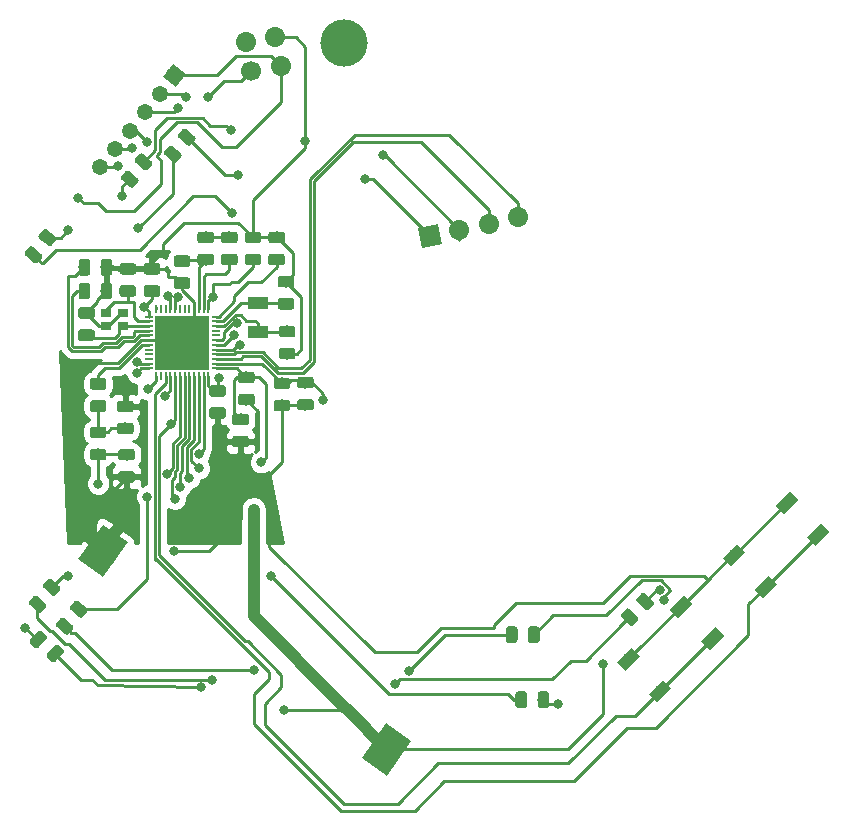
<source format=gbr>
%TF.GenerationSoftware,KiCad,Pcbnew,5.0.2-bee76a0~70~ubuntu18.04.1*%
%TF.CreationDate,2019-02-12T23:17:40+02:00*%
%TF.ProjectId,BLE-NFC-Badge,424c452d-4e46-4432-9d42-616467652e6b,rev?*%
%TF.SameCoordinates,Original*%
%TF.FileFunction,Copper,L2,Bot*%
%TF.FilePolarity,Positive*%
%FSLAX46Y46*%
G04 Gerber Fmt 4.6, Leading zero omitted, Abs format (unit mm)*
G04 Created by KiCad (PCBNEW 5.0.2-bee76a0~70~ubuntu18.04.1) date Tue 12 Feb 2019 11:17:40 PM EET*
%MOMM*%
%LPD*%
G01*
G04 APERTURE LIST*
%ADD10C,1.700000*%
%ADD11C,1.700000*%
%ADD12C,0.100000*%
%ADD13C,2.600000*%
%ADD14C,0.975000*%
%ADD15C,4.000000*%
%ADD16R,0.250000X0.680000*%
%ADD17R,0.680000X0.250000*%
%ADD18R,4.660000X4.660000*%
%ADD19R,0.900000X0.800000*%
%ADD20R,1.800000X1.000000*%
%ADD21C,0.500000*%
%ADD22C,1.000000*%
%ADD23C,1.350000*%
%ADD24C,1.350000*%
%ADD25C,0.800000*%
%ADD26C,0.250000*%
%ADD27C,1.000000*%
%ADD28C,0.254000*%
G04 APERTURE END LIST*
D10*
X179243485Y-99775713D03*
D11*
X179243485Y-99775713D02*
X179243485Y-99775713D01*
D10*
X176758990Y-100303809D03*
D11*
X176758990Y-100303809D02*
X176758990Y-100303809D01*
D10*
X174274495Y-100831904D03*
D11*
X174274495Y-100831904D02*
X174274495Y-100831904D01*
D10*
X171790000Y-101360000D03*
D12*
G36*
X170781850Y-100705299D02*
X172444701Y-100351850D01*
X172798150Y-102014701D01*
X171135299Y-102368150D01*
X170781850Y-100705299D01*
X170781850Y-100705299D01*
G37*
D13*
X144099423Y-127997105D03*
D12*
G36*
X142002088Y-128725929D02*
X144066963Y-125776982D01*
X146196758Y-127268281D01*
X144131883Y-130217228D01*
X142002088Y-128725929D01*
X142002088Y-128725929D01*
G37*
D13*
X168100577Y-144802895D03*
D12*
G36*
X166003242Y-145531719D02*
X168068117Y-142582772D01*
X170197912Y-144074071D01*
X168133037Y-147023018D01*
X166003242Y-145531719D01*
X166003242Y-145531719D01*
G37*
G36*
X139211116Y-100752142D02*
X139234800Y-100755496D01*
X139258041Y-100761157D01*
X139280615Y-100769068D01*
X139302306Y-100779153D01*
X139322903Y-100791316D01*
X139342209Y-100805440D01*
X140051355Y-101379695D01*
X140069184Y-101395642D01*
X140085363Y-101413261D01*
X140099738Y-101432380D01*
X140112170Y-101452817D01*
X140122538Y-101474373D01*
X140130744Y-101496842D01*
X140136708Y-101520007D01*
X140140373Y-101543645D01*
X140141703Y-101567529D01*
X140140685Y-101591427D01*
X140137331Y-101615112D01*
X140131670Y-101638353D01*
X140123759Y-101660927D01*
X140113674Y-101682618D01*
X140101511Y-101703215D01*
X140087387Y-101722521D01*
X139780593Y-102101380D01*
X139764646Y-102119209D01*
X139747027Y-102135388D01*
X139727908Y-102149763D01*
X139707471Y-102162195D01*
X139685915Y-102172563D01*
X139663446Y-102180769D01*
X139640281Y-102186733D01*
X139616643Y-102190398D01*
X139592759Y-102191728D01*
X139568860Y-102190710D01*
X139545176Y-102187356D01*
X139521935Y-102181695D01*
X139499361Y-102173784D01*
X139477670Y-102163699D01*
X139457073Y-102151536D01*
X139437767Y-102137412D01*
X138728621Y-101563157D01*
X138710792Y-101547210D01*
X138694613Y-101529591D01*
X138680238Y-101510472D01*
X138667806Y-101490035D01*
X138657438Y-101468479D01*
X138649232Y-101446010D01*
X138643268Y-101422845D01*
X138639603Y-101399207D01*
X138638273Y-101375323D01*
X138639291Y-101351425D01*
X138642645Y-101327740D01*
X138648306Y-101304499D01*
X138656217Y-101281925D01*
X138666302Y-101260234D01*
X138678465Y-101239637D01*
X138692589Y-101220331D01*
X138999383Y-100841472D01*
X139015330Y-100823643D01*
X139032949Y-100807464D01*
X139052068Y-100793089D01*
X139072505Y-100780657D01*
X139094061Y-100770289D01*
X139116530Y-100762083D01*
X139139695Y-100756119D01*
X139163333Y-100752454D01*
X139187217Y-100751124D01*
X139211116Y-100752142D01*
X139211116Y-100752142D01*
G37*
D14*
X139389988Y-101471426D03*
D12*
G36*
X138031140Y-102209290D02*
X138054824Y-102212644D01*
X138078065Y-102218305D01*
X138100639Y-102226216D01*
X138122330Y-102236301D01*
X138142927Y-102248464D01*
X138162233Y-102262588D01*
X138871379Y-102836843D01*
X138889208Y-102852790D01*
X138905387Y-102870409D01*
X138919762Y-102889528D01*
X138932194Y-102909965D01*
X138942562Y-102931521D01*
X138950768Y-102953990D01*
X138956732Y-102977155D01*
X138960397Y-103000793D01*
X138961727Y-103024677D01*
X138960709Y-103048575D01*
X138957355Y-103072260D01*
X138951694Y-103095501D01*
X138943783Y-103118075D01*
X138933698Y-103139766D01*
X138921535Y-103160363D01*
X138907411Y-103179669D01*
X138600617Y-103558528D01*
X138584670Y-103576357D01*
X138567051Y-103592536D01*
X138547932Y-103606911D01*
X138527495Y-103619343D01*
X138505939Y-103629711D01*
X138483470Y-103637917D01*
X138460305Y-103643881D01*
X138436667Y-103647546D01*
X138412783Y-103648876D01*
X138388884Y-103647858D01*
X138365200Y-103644504D01*
X138341959Y-103638843D01*
X138319385Y-103630932D01*
X138297694Y-103620847D01*
X138277097Y-103608684D01*
X138257791Y-103594560D01*
X137548645Y-103020305D01*
X137530816Y-103004358D01*
X137514637Y-102986739D01*
X137500262Y-102967620D01*
X137487830Y-102947183D01*
X137477462Y-102925627D01*
X137469256Y-102903158D01*
X137463292Y-102879993D01*
X137459627Y-102856355D01*
X137458297Y-102832471D01*
X137459315Y-102808573D01*
X137462669Y-102784888D01*
X137468330Y-102761647D01*
X137476241Y-102739073D01*
X137486326Y-102717382D01*
X137498489Y-102696785D01*
X137512613Y-102677479D01*
X137819407Y-102298620D01*
X137835354Y-102280791D01*
X137852973Y-102264612D01*
X137872092Y-102250237D01*
X137892529Y-102237805D01*
X137914085Y-102227437D01*
X137936554Y-102219231D01*
X137959719Y-102213267D01*
X137983357Y-102209602D01*
X138007241Y-102208272D01*
X138031140Y-102209290D01*
X138031140Y-102209290D01*
G37*
D14*
X138210012Y-102928574D03*
D12*
G36*
X151011116Y-92252142D02*
X151034800Y-92255496D01*
X151058041Y-92261157D01*
X151080615Y-92269068D01*
X151102306Y-92279153D01*
X151122903Y-92291316D01*
X151142209Y-92305440D01*
X151851355Y-92879695D01*
X151869184Y-92895642D01*
X151885363Y-92913261D01*
X151899738Y-92932380D01*
X151912170Y-92952817D01*
X151922538Y-92974373D01*
X151930744Y-92996842D01*
X151936708Y-93020007D01*
X151940373Y-93043645D01*
X151941703Y-93067529D01*
X151940685Y-93091427D01*
X151937331Y-93115112D01*
X151931670Y-93138353D01*
X151923759Y-93160927D01*
X151913674Y-93182618D01*
X151901511Y-93203215D01*
X151887387Y-93222521D01*
X151580593Y-93601380D01*
X151564646Y-93619209D01*
X151547027Y-93635388D01*
X151527908Y-93649763D01*
X151507471Y-93662195D01*
X151485915Y-93672563D01*
X151463446Y-93680769D01*
X151440281Y-93686733D01*
X151416643Y-93690398D01*
X151392759Y-93691728D01*
X151368860Y-93690710D01*
X151345176Y-93687356D01*
X151321935Y-93681695D01*
X151299361Y-93673784D01*
X151277670Y-93663699D01*
X151257073Y-93651536D01*
X151237767Y-93637412D01*
X150528621Y-93063157D01*
X150510792Y-93047210D01*
X150494613Y-93029591D01*
X150480238Y-93010472D01*
X150467806Y-92990035D01*
X150457438Y-92968479D01*
X150449232Y-92946010D01*
X150443268Y-92922845D01*
X150439603Y-92899207D01*
X150438273Y-92875323D01*
X150439291Y-92851425D01*
X150442645Y-92827740D01*
X150448306Y-92804499D01*
X150456217Y-92781925D01*
X150466302Y-92760234D01*
X150478465Y-92739637D01*
X150492589Y-92720331D01*
X150799383Y-92341472D01*
X150815330Y-92323643D01*
X150832949Y-92307464D01*
X150852068Y-92293089D01*
X150872505Y-92280657D01*
X150894061Y-92270289D01*
X150916530Y-92262083D01*
X150939695Y-92256119D01*
X150963333Y-92252454D01*
X150987217Y-92251124D01*
X151011116Y-92252142D01*
X151011116Y-92252142D01*
G37*
D14*
X151189988Y-92971426D03*
D12*
G36*
X149831140Y-93709290D02*
X149854824Y-93712644D01*
X149878065Y-93718305D01*
X149900639Y-93726216D01*
X149922330Y-93736301D01*
X149942927Y-93748464D01*
X149962233Y-93762588D01*
X150671379Y-94336843D01*
X150689208Y-94352790D01*
X150705387Y-94370409D01*
X150719762Y-94389528D01*
X150732194Y-94409965D01*
X150742562Y-94431521D01*
X150750768Y-94453990D01*
X150756732Y-94477155D01*
X150760397Y-94500793D01*
X150761727Y-94524677D01*
X150760709Y-94548575D01*
X150757355Y-94572260D01*
X150751694Y-94595501D01*
X150743783Y-94618075D01*
X150733698Y-94639766D01*
X150721535Y-94660363D01*
X150707411Y-94679669D01*
X150400617Y-95058528D01*
X150384670Y-95076357D01*
X150367051Y-95092536D01*
X150347932Y-95106911D01*
X150327495Y-95119343D01*
X150305939Y-95129711D01*
X150283470Y-95137917D01*
X150260305Y-95143881D01*
X150236667Y-95147546D01*
X150212783Y-95148876D01*
X150188884Y-95147858D01*
X150165200Y-95144504D01*
X150141959Y-95138843D01*
X150119385Y-95130932D01*
X150097694Y-95120847D01*
X150077097Y-95108684D01*
X150057791Y-95094560D01*
X149348645Y-94520305D01*
X149330816Y-94504358D01*
X149314637Y-94486739D01*
X149300262Y-94467620D01*
X149287830Y-94447183D01*
X149277462Y-94425627D01*
X149269256Y-94403158D01*
X149263292Y-94379993D01*
X149259627Y-94356355D01*
X149258297Y-94332471D01*
X149259315Y-94308573D01*
X149262669Y-94284888D01*
X149268330Y-94261647D01*
X149276241Y-94239073D01*
X149286326Y-94217382D01*
X149298489Y-94196785D01*
X149312613Y-94177479D01*
X149619407Y-93798620D01*
X149635354Y-93780791D01*
X149652973Y-93764612D01*
X149672092Y-93750237D01*
X149692529Y-93737805D01*
X149714085Y-93727437D01*
X149736554Y-93719231D01*
X149759719Y-93713267D01*
X149783357Y-93709602D01*
X149807241Y-93708272D01*
X149831140Y-93709290D01*
X149831140Y-93709290D01*
G37*
D14*
X150010012Y-94428574D03*
D15*
X164500000Y-85000000D03*
D12*
G36*
X143180142Y-107376174D02*
X143203803Y-107379684D01*
X143227007Y-107385496D01*
X143249529Y-107393554D01*
X143271153Y-107403782D01*
X143291670Y-107416079D01*
X143310883Y-107430329D01*
X143328607Y-107446393D01*
X143344671Y-107464117D01*
X143358921Y-107483330D01*
X143371218Y-107503847D01*
X143381446Y-107525471D01*
X143389504Y-107547993D01*
X143395316Y-107571197D01*
X143398826Y-107594858D01*
X143400000Y-107618750D01*
X143400000Y-108106250D01*
X143398826Y-108130142D01*
X143395316Y-108153803D01*
X143389504Y-108177007D01*
X143381446Y-108199529D01*
X143371218Y-108221153D01*
X143358921Y-108241670D01*
X143344671Y-108260883D01*
X143328607Y-108278607D01*
X143310883Y-108294671D01*
X143291670Y-108308921D01*
X143271153Y-108321218D01*
X143249529Y-108331446D01*
X143227007Y-108339504D01*
X143203803Y-108345316D01*
X143180142Y-108348826D01*
X143156250Y-108350000D01*
X142243750Y-108350000D01*
X142219858Y-108348826D01*
X142196197Y-108345316D01*
X142172993Y-108339504D01*
X142150471Y-108331446D01*
X142128847Y-108321218D01*
X142108330Y-108308921D01*
X142089117Y-108294671D01*
X142071393Y-108278607D01*
X142055329Y-108260883D01*
X142041079Y-108241670D01*
X142028782Y-108221153D01*
X142018554Y-108199529D01*
X142010496Y-108177007D01*
X142004684Y-108153803D01*
X142001174Y-108130142D01*
X142000000Y-108106250D01*
X142000000Y-107618750D01*
X142001174Y-107594858D01*
X142004684Y-107571197D01*
X142010496Y-107547993D01*
X142018554Y-107525471D01*
X142028782Y-107503847D01*
X142041079Y-107483330D01*
X142055329Y-107464117D01*
X142071393Y-107446393D01*
X142089117Y-107430329D01*
X142108330Y-107416079D01*
X142128847Y-107403782D01*
X142150471Y-107393554D01*
X142172993Y-107385496D01*
X142196197Y-107379684D01*
X142219858Y-107376174D01*
X142243750Y-107375000D01*
X143156250Y-107375000D01*
X143180142Y-107376174D01*
X143180142Y-107376174D01*
G37*
D14*
X142700000Y-107862500D03*
D12*
G36*
X143180142Y-109251174D02*
X143203803Y-109254684D01*
X143227007Y-109260496D01*
X143249529Y-109268554D01*
X143271153Y-109278782D01*
X143291670Y-109291079D01*
X143310883Y-109305329D01*
X143328607Y-109321393D01*
X143344671Y-109339117D01*
X143358921Y-109358330D01*
X143371218Y-109378847D01*
X143381446Y-109400471D01*
X143389504Y-109422993D01*
X143395316Y-109446197D01*
X143398826Y-109469858D01*
X143400000Y-109493750D01*
X143400000Y-109981250D01*
X143398826Y-110005142D01*
X143395316Y-110028803D01*
X143389504Y-110052007D01*
X143381446Y-110074529D01*
X143371218Y-110096153D01*
X143358921Y-110116670D01*
X143344671Y-110135883D01*
X143328607Y-110153607D01*
X143310883Y-110169671D01*
X143291670Y-110183921D01*
X143271153Y-110196218D01*
X143249529Y-110206446D01*
X143227007Y-110214504D01*
X143203803Y-110220316D01*
X143180142Y-110223826D01*
X143156250Y-110225000D01*
X142243750Y-110225000D01*
X142219858Y-110223826D01*
X142196197Y-110220316D01*
X142172993Y-110214504D01*
X142150471Y-110206446D01*
X142128847Y-110196218D01*
X142108330Y-110183921D01*
X142089117Y-110169671D01*
X142071393Y-110153607D01*
X142055329Y-110135883D01*
X142041079Y-110116670D01*
X142028782Y-110096153D01*
X142018554Y-110074529D01*
X142010496Y-110052007D01*
X142004684Y-110028803D01*
X142001174Y-110005142D01*
X142000000Y-109981250D01*
X142000000Y-109493750D01*
X142001174Y-109469858D01*
X142004684Y-109446197D01*
X142010496Y-109422993D01*
X142018554Y-109400471D01*
X142028782Y-109378847D01*
X142041079Y-109358330D01*
X142055329Y-109339117D01*
X142071393Y-109321393D01*
X142089117Y-109305329D01*
X142108330Y-109291079D01*
X142128847Y-109278782D01*
X142150471Y-109268554D01*
X142172993Y-109260496D01*
X142196197Y-109254684D01*
X142219858Y-109251174D01*
X142243750Y-109250000D01*
X143156250Y-109250000D01*
X143180142Y-109251174D01*
X143180142Y-109251174D01*
G37*
D14*
X142700000Y-109737500D03*
D12*
G36*
X146680142Y-105513674D02*
X146703803Y-105517184D01*
X146727007Y-105522996D01*
X146749529Y-105531054D01*
X146771153Y-105541282D01*
X146791670Y-105553579D01*
X146810883Y-105567829D01*
X146828607Y-105583893D01*
X146844671Y-105601617D01*
X146858921Y-105620830D01*
X146871218Y-105641347D01*
X146881446Y-105662971D01*
X146889504Y-105685493D01*
X146895316Y-105708697D01*
X146898826Y-105732358D01*
X146900000Y-105756250D01*
X146900000Y-106243750D01*
X146898826Y-106267642D01*
X146895316Y-106291303D01*
X146889504Y-106314507D01*
X146881446Y-106337029D01*
X146871218Y-106358653D01*
X146858921Y-106379170D01*
X146844671Y-106398383D01*
X146828607Y-106416107D01*
X146810883Y-106432171D01*
X146791670Y-106446421D01*
X146771153Y-106458718D01*
X146749529Y-106468946D01*
X146727007Y-106477004D01*
X146703803Y-106482816D01*
X146680142Y-106486326D01*
X146656250Y-106487500D01*
X145743750Y-106487500D01*
X145719858Y-106486326D01*
X145696197Y-106482816D01*
X145672993Y-106477004D01*
X145650471Y-106468946D01*
X145628847Y-106458718D01*
X145608330Y-106446421D01*
X145589117Y-106432171D01*
X145571393Y-106416107D01*
X145555329Y-106398383D01*
X145541079Y-106379170D01*
X145528782Y-106358653D01*
X145518554Y-106337029D01*
X145510496Y-106314507D01*
X145504684Y-106291303D01*
X145501174Y-106267642D01*
X145500000Y-106243750D01*
X145500000Y-105756250D01*
X145501174Y-105732358D01*
X145504684Y-105708697D01*
X145510496Y-105685493D01*
X145518554Y-105662971D01*
X145528782Y-105641347D01*
X145541079Y-105620830D01*
X145555329Y-105601617D01*
X145571393Y-105583893D01*
X145589117Y-105567829D01*
X145608330Y-105553579D01*
X145628847Y-105541282D01*
X145650471Y-105531054D01*
X145672993Y-105522996D01*
X145696197Y-105517184D01*
X145719858Y-105513674D01*
X145743750Y-105512500D01*
X146656250Y-105512500D01*
X146680142Y-105513674D01*
X146680142Y-105513674D01*
G37*
D14*
X146200000Y-106000000D03*
D12*
G36*
X146680142Y-103638674D02*
X146703803Y-103642184D01*
X146727007Y-103647996D01*
X146749529Y-103656054D01*
X146771153Y-103666282D01*
X146791670Y-103678579D01*
X146810883Y-103692829D01*
X146828607Y-103708893D01*
X146844671Y-103726617D01*
X146858921Y-103745830D01*
X146871218Y-103766347D01*
X146881446Y-103787971D01*
X146889504Y-103810493D01*
X146895316Y-103833697D01*
X146898826Y-103857358D01*
X146900000Y-103881250D01*
X146900000Y-104368750D01*
X146898826Y-104392642D01*
X146895316Y-104416303D01*
X146889504Y-104439507D01*
X146881446Y-104462029D01*
X146871218Y-104483653D01*
X146858921Y-104504170D01*
X146844671Y-104523383D01*
X146828607Y-104541107D01*
X146810883Y-104557171D01*
X146791670Y-104571421D01*
X146771153Y-104583718D01*
X146749529Y-104593946D01*
X146727007Y-104602004D01*
X146703803Y-104607816D01*
X146680142Y-104611326D01*
X146656250Y-104612500D01*
X145743750Y-104612500D01*
X145719858Y-104611326D01*
X145696197Y-104607816D01*
X145672993Y-104602004D01*
X145650471Y-104593946D01*
X145628847Y-104583718D01*
X145608330Y-104571421D01*
X145589117Y-104557171D01*
X145571393Y-104541107D01*
X145555329Y-104523383D01*
X145541079Y-104504170D01*
X145528782Y-104483653D01*
X145518554Y-104462029D01*
X145510496Y-104439507D01*
X145504684Y-104416303D01*
X145501174Y-104392642D01*
X145500000Y-104368750D01*
X145500000Y-103881250D01*
X145501174Y-103857358D01*
X145504684Y-103833697D01*
X145510496Y-103810493D01*
X145518554Y-103787971D01*
X145528782Y-103766347D01*
X145541079Y-103745830D01*
X145555329Y-103726617D01*
X145571393Y-103708893D01*
X145589117Y-103692829D01*
X145608330Y-103678579D01*
X145628847Y-103666282D01*
X145650471Y-103656054D01*
X145672993Y-103647996D01*
X145696197Y-103642184D01*
X145719858Y-103638674D01*
X145743750Y-103637500D01*
X146656250Y-103637500D01*
X146680142Y-103638674D01*
X146680142Y-103638674D01*
G37*
D14*
X146200000Y-104125000D03*
D12*
G36*
X146480142Y-115276174D02*
X146503803Y-115279684D01*
X146527007Y-115285496D01*
X146549529Y-115293554D01*
X146571153Y-115303782D01*
X146591670Y-115316079D01*
X146610883Y-115330329D01*
X146628607Y-115346393D01*
X146644671Y-115364117D01*
X146658921Y-115383330D01*
X146671218Y-115403847D01*
X146681446Y-115425471D01*
X146689504Y-115447993D01*
X146695316Y-115471197D01*
X146698826Y-115494858D01*
X146700000Y-115518750D01*
X146700000Y-116006250D01*
X146698826Y-116030142D01*
X146695316Y-116053803D01*
X146689504Y-116077007D01*
X146681446Y-116099529D01*
X146671218Y-116121153D01*
X146658921Y-116141670D01*
X146644671Y-116160883D01*
X146628607Y-116178607D01*
X146610883Y-116194671D01*
X146591670Y-116208921D01*
X146571153Y-116221218D01*
X146549529Y-116231446D01*
X146527007Y-116239504D01*
X146503803Y-116245316D01*
X146480142Y-116248826D01*
X146456250Y-116250000D01*
X145543750Y-116250000D01*
X145519858Y-116248826D01*
X145496197Y-116245316D01*
X145472993Y-116239504D01*
X145450471Y-116231446D01*
X145428847Y-116221218D01*
X145408330Y-116208921D01*
X145389117Y-116194671D01*
X145371393Y-116178607D01*
X145355329Y-116160883D01*
X145341079Y-116141670D01*
X145328782Y-116121153D01*
X145318554Y-116099529D01*
X145310496Y-116077007D01*
X145304684Y-116053803D01*
X145301174Y-116030142D01*
X145300000Y-116006250D01*
X145300000Y-115518750D01*
X145301174Y-115494858D01*
X145304684Y-115471197D01*
X145310496Y-115447993D01*
X145318554Y-115425471D01*
X145328782Y-115403847D01*
X145341079Y-115383330D01*
X145355329Y-115364117D01*
X145371393Y-115346393D01*
X145389117Y-115330329D01*
X145408330Y-115316079D01*
X145428847Y-115303782D01*
X145450471Y-115293554D01*
X145472993Y-115285496D01*
X145496197Y-115279684D01*
X145519858Y-115276174D01*
X145543750Y-115275000D01*
X146456250Y-115275000D01*
X146480142Y-115276174D01*
X146480142Y-115276174D01*
G37*
D14*
X146000000Y-115762500D03*
D12*
G36*
X146480142Y-117151174D02*
X146503803Y-117154684D01*
X146527007Y-117160496D01*
X146549529Y-117168554D01*
X146571153Y-117178782D01*
X146591670Y-117191079D01*
X146610883Y-117205329D01*
X146628607Y-117221393D01*
X146644671Y-117239117D01*
X146658921Y-117258330D01*
X146671218Y-117278847D01*
X146681446Y-117300471D01*
X146689504Y-117322993D01*
X146695316Y-117346197D01*
X146698826Y-117369858D01*
X146700000Y-117393750D01*
X146700000Y-117881250D01*
X146698826Y-117905142D01*
X146695316Y-117928803D01*
X146689504Y-117952007D01*
X146681446Y-117974529D01*
X146671218Y-117996153D01*
X146658921Y-118016670D01*
X146644671Y-118035883D01*
X146628607Y-118053607D01*
X146610883Y-118069671D01*
X146591670Y-118083921D01*
X146571153Y-118096218D01*
X146549529Y-118106446D01*
X146527007Y-118114504D01*
X146503803Y-118120316D01*
X146480142Y-118123826D01*
X146456250Y-118125000D01*
X145543750Y-118125000D01*
X145519858Y-118123826D01*
X145496197Y-118120316D01*
X145472993Y-118114504D01*
X145450471Y-118106446D01*
X145428847Y-118096218D01*
X145408330Y-118083921D01*
X145389117Y-118069671D01*
X145371393Y-118053607D01*
X145355329Y-118035883D01*
X145341079Y-118016670D01*
X145328782Y-117996153D01*
X145318554Y-117974529D01*
X145310496Y-117952007D01*
X145304684Y-117928803D01*
X145301174Y-117905142D01*
X145300000Y-117881250D01*
X145300000Y-117393750D01*
X145301174Y-117369858D01*
X145304684Y-117346197D01*
X145310496Y-117322993D01*
X145318554Y-117300471D01*
X145328782Y-117278847D01*
X145341079Y-117258330D01*
X145355329Y-117239117D01*
X145371393Y-117221393D01*
X145389117Y-117205329D01*
X145408330Y-117191079D01*
X145428847Y-117178782D01*
X145450471Y-117168554D01*
X145472993Y-117160496D01*
X145496197Y-117154684D01*
X145519858Y-117151174D01*
X145543750Y-117150000D01*
X146456250Y-117150000D01*
X146480142Y-117151174D01*
X146480142Y-117151174D01*
G37*
D14*
X146000000Y-117637500D03*
D12*
G36*
X142792642Y-105301174D02*
X142816303Y-105304684D01*
X142839507Y-105310496D01*
X142862029Y-105318554D01*
X142883653Y-105328782D01*
X142904170Y-105341079D01*
X142923383Y-105355329D01*
X142941107Y-105371393D01*
X142957171Y-105389117D01*
X142971421Y-105408330D01*
X142983718Y-105428847D01*
X142993946Y-105450471D01*
X143002004Y-105472993D01*
X143007816Y-105496197D01*
X143011326Y-105519858D01*
X143012500Y-105543750D01*
X143012500Y-106456250D01*
X143011326Y-106480142D01*
X143007816Y-106503803D01*
X143002004Y-106527007D01*
X142993946Y-106549529D01*
X142983718Y-106571153D01*
X142971421Y-106591670D01*
X142957171Y-106610883D01*
X142941107Y-106628607D01*
X142923383Y-106644671D01*
X142904170Y-106658921D01*
X142883653Y-106671218D01*
X142862029Y-106681446D01*
X142839507Y-106689504D01*
X142816303Y-106695316D01*
X142792642Y-106698826D01*
X142768750Y-106700000D01*
X142281250Y-106700000D01*
X142257358Y-106698826D01*
X142233697Y-106695316D01*
X142210493Y-106689504D01*
X142187971Y-106681446D01*
X142166347Y-106671218D01*
X142145830Y-106658921D01*
X142126617Y-106644671D01*
X142108893Y-106628607D01*
X142092829Y-106610883D01*
X142078579Y-106591670D01*
X142066282Y-106571153D01*
X142056054Y-106549529D01*
X142047996Y-106527007D01*
X142042184Y-106503803D01*
X142038674Y-106480142D01*
X142037500Y-106456250D01*
X142037500Y-105543750D01*
X142038674Y-105519858D01*
X142042184Y-105496197D01*
X142047996Y-105472993D01*
X142056054Y-105450471D01*
X142066282Y-105428847D01*
X142078579Y-105408330D01*
X142092829Y-105389117D01*
X142108893Y-105371393D01*
X142126617Y-105355329D01*
X142145830Y-105341079D01*
X142166347Y-105328782D01*
X142187971Y-105318554D01*
X142210493Y-105310496D01*
X142233697Y-105304684D01*
X142257358Y-105301174D01*
X142281250Y-105300000D01*
X142768750Y-105300000D01*
X142792642Y-105301174D01*
X142792642Y-105301174D01*
G37*
D14*
X142525000Y-106000000D03*
D12*
G36*
X144667642Y-105301174D02*
X144691303Y-105304684D01*
X144714507Y-105310496D01*
X144737029Y-105318554D01*
X144758653Y-105328782D01*
X144779170Y-105341079D01*
X144798383Y-105355329D01*
X144816107Y-105371393D01*
X144832171Y-105389117D01*
X144846421Y-105408330D01*
X144858718Y-105428847D01*
X144868946Y-105450471D01*
X144877004Y-105472993D01*
X144882816Y-105496197D01*
X144886326Y-105519858D01*
X144887500Y-105543750D01*
X144887500Y-106456250D01*
X144886326Y-106480142D01*
X144882816Y-106503803D01*
X144877004Y-106527007D01*
X144868946Y-106549529D01*
X144858718Y-106571153D01*
X144846421Y-106591670D01*
X144832171Y-106610883D01*
X144816107Y-106628607D01*
X144798383Y-106644671D01*
X144779170Y-106658921D01*
X144758653Y-106671218D01*
X144737029Y-106681446D01*
X144714507Y-106689504D01*
X144691303Y-106695316D01*
X144667642Y-106698826D01*
X144643750Y-106700000D01*
X144156250Y-106700000D01*
X144132358Y-106698826D01*
X144108697Y-106695316D01*
X144085493Y-106689504D01*
X144062971Y-106681446D01*
X144041347Y-106671218D01*
X144020830Y-106658921D01*
X144001617Y-106644671D01*
X143983893Y-106628607D01*
X143967829Y-106610883D01*
X143953579Y-106591670D01*
X143941282Y-106571153D01*
X143931054Y-106549529D01*
X143922996Y-106527007D01*
X143917184Y-106503803D01*
X143913674Y-106480142D01*
X143912500Y-106456250D01*
X143912500Y-105543750D01*
X143913674Y-105519858D01*
X143917184Y-105496197D01*
X143922996Y-105472993D01*
X143931054Y-105450471D01*
X143941282Y-105428847D01*
X143953579Y-105408330D01*
X143967829Y-105389117D01*
X143983893Y-105371393D01*
X144001617Y-105355329D01*
X144020830Y-105341079D01*
X144041347Y-105328782D01*
X144062971Y-105318554D01*
X144085493Y-105310496D01*
X144108697Y-105304684D01*
X144132358Y-105301174D01*
X144156250Y-105300000D01*
X144643750Y-105300000D01*
X144667642Y-105301174D01*
X144667642Y-105301174D01*
G37*
D14*
X144400000Y-106000000D03*
D12*
G36*
X144667642Y-103301174D02*
X144691303Y-103304684D01*
X144714507Y-103310496D01*
X144737029Y-103318554D01*
X144758653Y-103328782D01*
X144779170Y-103341079D01*
X144798383Y-103355329D01*
X144816107Y-103371393D01*
X144832171Y-103389117D01*
X144846421Y-103408330D01*
X144858718Y-103428847D01*
X144868946Y-103450471D01*
X144877004Y-103472993D01*
X144882816Y-103496197D01*
X144886326Y-103519858D01*
X144887500Y-103543750D01*
X144887500Y-104456250D01*
X144886326Y-104480142D01*
X144882816Y-104503803D01*
X144877004Y-104527007D01*
X144868946Y-104549529D01*
X144858718Y-104571153D01*
X144846421Y-104591670D01*
X144832171Y-104610883D01*
X144816107Y-104628607D01*
X144798383Y-104644671D01*
X144779170Y-104658921D01*
X144758653Y-104671218D01*
X144737029Y-104681446D01*
X144714507Y-104689504D01*
X144691303Y-104695316D01*
X144667642Y-104698826D01*
X144643750Y-104700000D01*
X144156250Y-104700000D01*
X144132358Y-104698826D01*
X144108697Y-104695316D01*
X144085493Y-104689504D01*
X144062971Y-104681446D01*
X144041347Y-104671218D01*
X144020830Y-104658921D01*
X144001617Y-104644671D01*
X143983893Y-104628607D01*
X143967829Y-104610883D01*
X143953579Y-104591670D01*
X143941282Y-104571153D01*
X143931054Y-104549529D01*
X143922996Y-104527007D01*
X143917184Y-104503803D01*
X143913674Y-104480142D01*
X143912500Y-104456250D01*
X143912500Y-103543750D01*
X143913674Y-103519858D01*
X143917184Y-103496197D01*
X143922996Y-103472993D01*
X143931054Y-103450471D01*
X143941282Y-103428847D01*
X143953579Y-103408330D01*
X143967829Y-103389117D01*
X143983893Y-103371393D01*
X144001617Y-103355329D01*
X144020830Y-103341079D01*
X144041347Y-103328782D01*
X144062971Y-103318554D01*
X144085493Y-103310496D01*
X144108697Y-103304684D01*
X144132358Y-103301174D01*
X144156250Y-103300000D01*
X144643750Y-103300000D01*
X144667642Y-103301174D01*
X144667642Y-103301174D01*
G37*
D14*
X144400000Y-104000000D03*
D12*
G36*
X142792642Y-103301174D02*
X142816303Y-103304684D01*
X142839507Y-103310496D01*
X142862029Y-103318554D01*
X142883653Y-103328782D01*
X142904170Y-103341079D01*
X142923383Y-103355329D01*
X142941107Y-103371393D01*
X142957171Y-103389117D01*
X142971421Y-103408330D01*
X142983718Y-103428847D01*
X142993946Y-103450471D01*
X143002004Y-103472993D01*
X143007816Y-103496197D01*
X143011326Y-103519858D01*
X143012500Y-103543750D01*
X143012500Y-104456250D01*
X143011326Y-104480142D01*
X143007816Y-104503803D01*
X143002004Y-104527007D01*
X142993946Y-104549529D01*
X142983718Y-104571153D01*
X142971421Y-104591670D01*
X142957171Y-104610883D01*
X142941107Y-104628607D01*
X142923383Y-104644671D01*
X142904170Y-104658921D01*
X142883653Y-104671218D01*
X142862029Y-104681446D01*
X142839507Y-104689504D01*
X142816303Y-104695316D01*
X142792642Y-104698826D01*
X142768750Y-104700000D01*
X142281250Y-104700000D01*
X142257358Y-104698826D01*
X142233697Y-104695316D01*
X142210493Y-104689504D01*
X142187971Y-104681446D01*
X142166347Y-104671218D01*
X142145830Y-104658921D01*
X142126617Y-104644671D01*
X142108893Y-104628607D01*
X142092829Y-104610883D01*
X142078579Y-104591670D01*
X142066282Y-104571153D01*
X142056054Y-104549529D01*
X142047996Y-104527007D01*
X142042184Y-104503803D01*
X142038674Y-104480142D01*
X142037500Y-104456250D01*
X142037500Y-103543750D01*
X142038674Y-103519858D01*
X142042184Y-103496197D01*
X142047996Y-103472993D01*
X142056054Y-103450471D01*
X142066282Y-103428847D01*
X142078579Y-103408330D01*
X142092829Y-103389117D01*
X142108893Y-103371393D01*
X142126617Y-103355329D01*
X142145830Y-103341079D01*
X142166347Y-103328782D01*
X142187971Y-103318554D01*
X142210493Y-103310496D01*
X142233697Y-103304684D01*
X142257358Y-103301174D01*
X142281250Y-103300000D01*
X142768750Y-103300000D01*
X142792642Y-103301174D01*
X142792642Y-103301174D01*
G37*
D14*
X142525000Y-104000000D03*
D12*
G36*
X159280142Y-102851174D02*
X159303803Y-102854684D01*
X159327007Y-102860496D01*
X159349529Y-102868554D01*
X159371153Y-102878782D01*
X159391670Y-102891079D01*
X159410883Y-102905329D01*
X159428607Y-102921393D01*
X159444671Y-102939117D01*
X159458921Y-102958330D01*
X159471218Y-102978847D01*
X159481446Y-103000471D01*
X159489504Y-103022993D01*
X159495316Y-103046197D01*
X159498826Y-103069858D01*
X159500000Y-103093750D01*
X159500000Y-103581250D01*
X159498826Y-103605142D01*
X159495316Y-103628803D01*
X159489504Y-103652007D01*
X159481446Y-103674529D01*
X159471218Y-103696153D01*
X159458921Y-103716670D01*
X159444671Y-103735883D01*
X159428607Y-103753607D01*
X159410883Y-103769671D01*
X159391670Y-103783921D01*
X159371153Y-103796218D01*
X159349529Y-103806446D01*
X159327007Y-103814504D01*
X159303803Y-103820316D01*
X159280142Y-103823826D01*
X159256250Y-103825000D01*
X158343750Y-103825000D01*
X158319858Y-103823826D01*
X158296197Y-103820316D01*
X158272993Y-103814504D01*
X158250471Y-103806446D01*
X158228847Y-103796218D01*
X158208330Y-103783921D01*
X158189117Y-103769671D01*
X158171393Y-103753607D01*
X158155329Y-103735883D01*
X158141079Y-103716670D01*
X158128782Y-103696153D01*
X158118554Y-103674529D01*
X158110496Y-103652007D01*
X158104684Y-103628803D01*
X158101174Y-103605142D01*
X158100000Y-103581250D01*
X158100000Y-103093750D01*
X158101174Y-103069858D01*
X158104684Y-103046197D01*
X158110496Y-103022993D01*
X158118554Y-103000471D01*
X158128782Y-102978847D01*
X158141079Y-102958330D01*
X158155329Y-102939117D01*
X158171393Y-102921393D01*
X158189117Y-102905329D01*
X158208330Y-102891079D01*
X158228847Y-102878782D01*
X158250471Y-102868554D01*
X158272993Y-102860496D01*
X158296197Y-102854684D01*
X158319858Y-102851174D01*
X158343750Y-102850000D01*
X159256250Y-102850000D01*
X159280142Y-102851174D01*
X159280142Y-102851174D01*
G37*
D14*
X158800000Y-103337500D03*
D12*
G36*
X159280142Y-100976174D02*
X159303803Y-100979684D01*
X159327007Y-100985496D01*
X159349529Y-100993554D01*
X159371153Y-101003782D01*
X159391670Y-101016079D01*
X159410883Y-101030329D01*
X159428607Y-101046393D01*
X159444671Y-101064117D01*
X159458921Y-101083330D01*
X159471218Y-101103847D01*
X159481446Y-101125471D01*
X159489504Y-101147993D01*
X159495316Y-101171197D01*
X159498826Y-101194858D01*
X159500000Y-101218750D01*
X159500000Y-101706250D01*
X159498826Y-101730142D01*
X159495316Y-101753803D01*
X159489504Y-101777007D01*
X159481446Y-101799529D01*
X159471218Y-101821153D01*
X159458921Y-101841670D01*
X159444671Y-101860883D01*
X159428607Y-101878607D01*
X159410883Y-101894671D01*
X159391670Y-101908921D01*
X159371153Y-101921218D01*
X159349529Y-101931446D01*
X159327007Y-101939504D01*
X159303803Y-101945316D01*
X159280142Y-101948826D01*
X159256250Y-101950000D01*
X158343750Y-101950000D01*
X158319858Y-101948826D01*
X158296197Y-101945316D01*
X158272993Y-101939504D01*
X158250471Y-101931446D01*
X158228847Y-101921218D01*
X158208330Y-101908921D01*
X158189117Y-101894671D01*
X158171393Y-101878607D01*
X158155329Y-101860883D01*
X158141079Y-101841670D01*
X158128782Y-101821153D01*
X158118554Y-101799529D01*
X158110496Y-101777007D01*
X158104684Y-101753803D01*
X158101174Y-101730142D01*
X158100000Y-101706250D01*
X158100000Y-101218750D01*
X158101174Y-101194858D01*
X158104684Y-101171197D01*
X158110496Y-101147993D01*
X158118554Y-101125471D01*
X158128782Y-101103847D01*
X158141079Y-101083330D01*
X158155329Y-101064117D01*
X158171393Y-101046393D01*
X158189117Y-101030329D01*
X158208330Y-101016079D01*
X158228847Y-101003782D01*
X158250471Y-100993554D01*
X158272993Y-100985496D01*
X158296197Y-100979684D01*
X158319858Y-100976174D01*
X158343750Y-100975000D01*
X159256250Y-100975000D01*
X159280142Y-100976174D01*
X159280142Y-100976174D01*
G37*
D14*
X158800000Y-101462500D03*
D12*
G36*
X151280142Y-104851174D02*
X151303803Y-104854684D01*
X151327007Y-104860496D01*
X151349529Y-104868554D01*
X151371153Y-104878782D01*
X151391670Y-104891079D01*
X151410883Y-104905329D01*
X151428607Y-104921393D01*
X151444671Y-104939117D01*
X151458921Y-104958330D01*
X151471218Y-104978847D01*
X151481446Y-105000471D01*
X151489504Y-105022993D01*
X151495316Y-105046197D01*
X151498826Y-105069858D01*
X151500000Y-105093750D01*
X151500000Y-105581250D01*
X151498826Y-105605142D01*
X151495316Y-105628803D01*
X151489504Y-105652007D01*
X151481446Y-105674529D01*
X151471218Y-105696153D01*
X151458921Y-105716670D01*
X151444671Y-105735883D01*
X151428607Y-105753607D01*
X151410883Y-105769671D01*
X151391670Y-105783921D01*
X151371153Y-105796218D01*
X151349529Y-105806446D01*
X151327007Y-105814504D01*
X151303803Y-105820316D01*
X151280142Y-105823826D01*
X151256250Y-105825000D01*
X150343750Y-105825000D01*
X150319858Y-105823826D01*
X150296197Y-105820316D01*
X150272993Y-105814504D01*
X150250471Y-105806446D01*
X150228847Y-105796218D01*
X150208330Y-105783921D01*
X150189117Y-105769671D01*
X150171393Y-105753607D01*
X150155329Y-105735883D01*
X150141079Y-105716670D01*
X150128782Y-105696153D01*
X150118554Y-105674529D01*
X150110496Y-105652007D01*
X150104684Y-105628803D01*
X150101174Y-105605142D01*
X150100000Y-105581250D01*
X150100000Y-105093750D01*
X150101174Y-105069858D01*
X150104684Y-105046197D01*
X150110496Y-105022993D01*
X150118554Y-105000471D01*
X150128782Y-104978847D01*
X150141079Y-104958330D01*
X150155329Y-104939117D01*
X150171393Y-104921393D01*
X150189117Y-104905329D01*
X150208330Y-104891079D01*
X150228847Y-104878782D01*
X150250471Y-104868554D01*
X150272993Y-104860496D01*
X150296197Y-104854684D01*
X150319858Y-104851174D01*
X150343750Y-104850000D01*
X151256250Y-104850000D01*
X151280142Y-104851174D01*
X151280142Y-104851174D01*
G37*
D14*
X150800000Y-105337500D03*
D12*
G36*
X151280142Y-102976174D02*
X151303803Y-102979684D01*
X151327007Y-102985496D01*
X151349529Y-102993554D01*
X151371153Y-103003782D01*
X151391670Y-103016079D01*
X151410883Y-103030329D01*
X151428607Y-103046393D01*
X151444671Y-103064117D01*
X151458921Y-103083330D01*
X151471218Y-103103847D01*
X151481446Y-103125471D01*
X151489504Y-103147993D01*
X151495316Y-103171197D01*
X151498826Y-103194858D01*
X151500000Y-103218750D01*
X151500000Y-103706250D01*
X151498826Y-103730142D01*
X151495316Y-103753803D01*
X151489504Y-103777007D01*
X151481446Y-103799529D01*
X151471218Y-103821153D01*
X151458921Y-103841670D01*
X151444671Y-103860883D01*
X151428607Y-103878607D01*
X151410883Y-103894671D01*
X151391670Y-103908921D01*
X151371153Y-103921218D01*
X151349529Y-103931446D01*
X151327007Y-103939504D01*
X151303803Y-103945316D01*
X151280142Y-103948826D01*
X151256250Y-103950000D01*
X150343750Y-103950000D01*
X150319858Y-103948826D01*
X150296197Y-103945316D01*
X150272993Y-103939504D01*
X150250471Y-103931446D01*
X150228847Y-103921218D01*
X150208330Y-103908921D01*
X150189117Y-103894671D01*
X150171393Y-103878607D01*
X150155329Y-103860883D01*
X150141079Y-103841670D01*
X150128782Y-103821153D01*
X150118554Y-103799529D01*
X150110496Y-103777007D01*
X150104684Y-103753803D01*
X150101174Y-103730142D01*
X150100000Y-103706250D01*
X150100000Y-103218750D01*
X150101174Y-103194858D01*
X150104684Y-103171197D01*
X150110496Y-103147993D01*
X150118554Y-103125471D01*
X150128782Y-103103847D01*
X150141079Y-103083330D01*
X150155329Y-103064117D01*
X150171393Y-103046393D01*
X150189117Y-103030329D01*
X150208330Y-103016079D01*
X150228847Y-103003782D01*
X150250471Y-102993554D01*
X150272993Y-102985496D01*
X150296197Y-102979684D01*
X150319858Y-102976174D01*
X150343750Y-102975000D01*
X151256250Y-102975000D01*
X151280142Y-102976174D01*
X151280142Y-102976174D01*
G37*
D14*
X150800000Y-103462500D03*
D12*
G36*
X157280142Y-102851174D02*
X157303803Y-102854684D01*
X157327007Y-102860496D01*
X157349529Y-102868554D01*
X157371153Y-102878782D01*
X157391670Y-102891079D01*
X157410883Y-102905329D01*
X157428607Y-102921393D01*
X157444671Y-102939117D01*
X157458921Y-102958330D01*
X157471218Y-102978847D01*
X157481446Y-103000471D01*
X157489504Y-103022993D01*
X157495316Y-103046197D01*
X157498826Y-103069858D01*
X157500000Y-103093750D01*
X157500000Y-103581250D01*
X157498826Y-103605142D01*
X157495316Y-103628803D01*
X157489504Y-103652007D01*
X157481446Y-103674529D01*
X157471218Y-103696153D01*
X157458921Y-103716670D01*
X157444671Y-103735883D01*
X157428607Y-103753607D01*
X157410883Y-103769671D01*
X157391670Y-103783921D01*
X157371153Y-103796218D01*
X157349529Y-103806446D01*
X157327007Y-103814504D01*
X157303803Y-103820316D01*
X157280142Y-103823826D01*
X157256250Y-103825000D01*
X156343750Y-103825000D01*
X156319858Y-103823826D01*
X156296197Y-103820316D01*
X156272993Y-103814504D01*
X156250471Y-103806446D01*
X156228847Y-103796218D01*
X156208330Y-103783921D01*
X156189117Y-103769671D01*
X156171393Y-103753607D01*
X156155329Y-103735883D01*
X156141079Y-103716670D01*
X156128782Y-103696153D01*
X156118554Y-103674529D01*
X156110496Y-103652007D01*
X156104684Y-103628803D01*
X156101174Y-103605142D01*
X156100000Y-103581250D01*
X156100000Y-103093750D01*
X156101174Y-103069858D01*
X156104684Y-103046197D01*
X156110496Y-103022993D01*
X156118554Y-103000471D01*
X156128782Y-102978847D01*
X156141079Y-102958330D01*
X156155329Y-102939117D01*
X156171393Y-102921393D01*
X156189117Y-102905329D01*
X156208330Y-102891079D01*
X156228847Y-102878782D01*
X156250471Y-102868554D01*
X156272993Y-102860496D01*
X156296197Y-102854684D01*
X156319858Y-102851174D01*
X156343750Y-102850000D01*
X157256250Y-102850000D01*
X157280142Y-102851174D01*
X157280142Y-102851174D01*
G37*
D14*
X156800000Y-103337500D03*
D12*
G36*
X157280142Y-100976174D02*
X157303803Y-100979684D01*
X157327007Y-100985496D01*
X157349529Y-100993554D01*
X157371153Y-101003782D01*
X157391670Y-101016079D01*
X157410883Y-101030329D01*
X157428607Y-101046393D01*
X157444671Y-101064117D01*
X157458921Y-101083330D01*
X157471218Y-101103847D01*
X157481446Y-101125471D01*
X157489504Y-101147993D01*
X157495316Y-101171197D01*
X157498826Y-101194858D01*
X157500000Y-101218750D01*
X157500000Y-101706250D01*
X157498826Y-101730142D01*
X157495316Y-101753803D01*
X157489504Y-101777007D01*
X157481446Y-101799529D01*
X157471218Y-101821153D01*
X157458921Y-101841670D01*
X157444671Y-101860883D01*
X157428607Y-101878607D01*
X157410883Y-101894671D01*
X157391670Y-101908921D01*
X157371153Y-101921218D01*
X157349529Y-101931446D01*
X157327007Y-101939504D01*
X157303803Y-101945316D01*
X157280142Y-101948826D01*
X157256250Y-101950000D01*
X156343750Y-101950000D01*
X156319858Y-101948826D01*
X156296197Y-101945316D01*
X156272993Y-101939504D01*
X156250471Y-101931446D01*
X156228847Y-101921218D01*
X156208330Y-101908921D01*
X156189117Y-101894671D01*
X156171393Y-101878607D01*
X156155329Y-101860883D01*
X156141079Y-101841670D01*
X156128782Y-101821153D01*
X156118554Y-101799529D01*
X156110496Y-101777007D01*
X156104684Y-101753803D01*
X156101174Y-101730142D01*
X156100000Y-101706250D01*
X156100000Y-101218750D01*
X156101174Y-101194858D01*
X156104684Y-101171197D01*
X156110496Y-101147993D01*
X156118554Y-101125471D01*
X156128782Y-101103847D01*
X156141079Y-101083330D01*
X156155329Y-101064117D01*
X156171393Y-101046393D01*
X156189117Y-101030329D01*
X156208330Y-101016079D01*
X156228847Y-101003782D01*
X156250471Y-100993554D01*
X156272993Y-100985496D01*
X156296197Y-100979684D01*
X156319858Y-100976174D01*
X156343750Y-100975000D01*
X157256250Y-100975000D01*
X157280142Y-100976174D01*
X157280142Y-100976174D01*
G37*
D14*
X156800000Y-101462500D03*
D12*
G36*
X159730142Y-115201174D02*
X159753803Y-115204684D01*
X159777007Y-115210496D01*
X159799529Y-115218554D01*
X159821153Y-115228782D01*
X159841670Y-115241079D01*
X159860883Y-115255329D01*
X159878607Y-115271393D01*
X159894671Y-115289117D01*
X159908921Y-115308330D01*
X159921218Y-115328847D01*
X159931446Y-115350471D01*
X159939504Y-115372993D01*
X159945316Y-115396197D01*
X159948826Y-115419858D01*
X159950000Y-115443750D01*
X159950000Y-115931250D01*
X159948826Y-115955142D01*
X159945316Y-115978803D01*
X159939504Y-116002007D01*
X159931446Y-116024529D01*
X159921218Y-116046153D01*
X159908921Y-116066670D01*
X159894671Y-116085883D01*
X159878607Y-116103607D01*
X159860883Y-116119671D01*
X159841670Y-116133921D01*
X159821153Y-116146218D01*
X159799529Y-116156446D01*
X159777007Y-116164504D01*
X159753803Y-116170316D01*
X159730142Y-116173826D01*
X159706250Y-116175000D01*
X158793750Y-116175000D01*
X158769858Y-116173826D01*
X158746197Y-116170316D01*
X158722993Y-116164504D01*
X158700471Y-116156446D01*
X158678847Y-116146218D01*
X158658330Y-116133921D01*
X158639117Y-116119671D01*
X158621393Y-116103607D01*
X158605329Y-116085883D01*
X158591079Y-116066670D01*
X158578782Y-116046153D01*
X158568554Y-116024529D01*
X158560496Y-116002007D01*
X158554684Y-115978803D01*
X158551174Y-115955142D01*
X158550000Y-115931250D01*
X158550000Y-115443750D01*
X158551174Y-115419858D01*
X158554684Y-115396197D01*
X158560496Y-115372993D01*
X158568554Y-115350471D01*
X158578782Y-115328847D01*
X158591079Y-115308330D01*
X158605329Y-115289117D01*
X158621393Y-115271393D01*
X158639117Y-115255329D01*
X158658330Y-115241079D01*
X158678847Y-115228782D01*
X158700471Y-115218554D01*
X158722993Y-115210496D01*
X158746197Y-115204684D01*
X158769858Y-115201174D01*
X158793750Y-115200000D01*
X159706250Y-115200000D01*
X159730142Y-115201174D01*
X159730142Y-115201174D01*
G37*
D14*
X159250000Y-115687500D03*
D12*
G36*
X159730142Y-113326174D02*
X159753803Y-113329684D01*
X159777007Y-113335496D01*
X159799529Y-113343554D01*
X159821153Y-113353782D01*
X159841670Y-113366079D01*
X159860883Y-113380329D01*
X159878607Y-113396393D01*
X159894671Y-113414117D01*
X159908921Y-113433330D01*
X159921218Y-113453847D01*
X159931446Y-113475471D01*
X159939504Y-113497993D01*
X159945316Y-113521197D01*
X159948826Y-113544858D01*
X159950000Y-113568750D01*
X159950000Y-114056250D01*
X159948826Y-114080142D01*
X159945316Y-114103803D01*
X159939504Y-114127007D01*
X159931446Y-114149529D01*
X159921218Y-114171153D01*
X159908921Y-114191670D01*
X159894671Y-114210883D01*
X159878607Y-114228607D01*
X159860883Y-114244671D01*
X159841670Y-114258921D01*
X159821153Y-114271218D01*
X159799529Y-114281446D01*
X159777007Y-114289504D01*
X159753803Y-114295316D01*
X159730142Y-114298826D01*
X159706250Y-114300000D01*
X158793750Y-114300000D01*
X158769858Y-114298826D01*
X158746197Y-114295316D01*
X158722993Y-114289504D01*
X158700471Y-114281446D01*
X158678847Y-114271218D01*
X158658330Y-114258921D01*
X158639117Y-114244671D01*
X158621393Y-114228607D01*
X158605329Y-114210883D01*
X158591079Y-114191670D01*
X158578782Y-114171153D01*
X158568554Y-114149529D01*
X158560496Y-114127007D01*
X158554684Y-114103803D01*
X158551174Y-114080142D01*
X158550000Y-114056250D01*
X158550000Y-113568750D01*
X158551174Y-113544858D01*
X158554684Y-113521197D01*
X158560496Y-113497993D01*
X158568554Y-113475471D01*
X158578782Y-113453847D01*
X158591079Y-113433330D01*
X158605329Y-113414117D01*
X158621393Y-113396393D01*
X158639117Y-113380329D01*
X158658330Y-113366079D01*
X158678847Y-113353782D01*
X158700471Y-113343554D01*
X158722993Y-113335496D01*
X158746197Y-113329684D01*
X158769858Y-113326174D01*
X158793750Y-113325000D01*
X159706250Y-113325000D01*
X159730142Y-113326174D01*
X159730142Y-113326174D01*
G37*
D14*
X159250000Y-113812500D03*
D12*
G36*
X156730142Y-114701174D02*
X156753803Y-114704684D01*
X156777007Y-114710496D01*
X156799529Y-114718554D01*
X156821153Y-114728782D01*
X156841670Y-114741079D01*
X156860883Y-114755329D01*
X156878607Y-114771393D01*
X156894671Y-114789117D01*
X156908921Y-114808330D01*
X156921218Y-114828847D01*
X156931446Y-114850471D01*
X156939504Y-114872993D01*
X156945316Y-114896197D01*
X156948826Y-114919858D01*
X156950000Y-114943750D01*
X156950000Y-115431250D01*
X156948826Y-115455142D01*
X156945316Y-115478803D01*
X156939504Y-115502007D01*
X156931446Y-115524529D01*
X156921218Y-115546153D01*
X156908921Y-115566670D01*
X156894671Y-115585883D01*
X156878607Y-115603607D01*
X156860883Y-115619671D01*
X156841670Y-115633921D01*
X156821153Y-115646218D01*
X156799529Y-115656446D01*
X156777007Y-115664504D01*
X156753803Y-115670316D01*
X156730142Y-115673826D01*
X156706250Y-115675000D01*
X155793750Y-115675000D01*
X155769858Y-115673826D01*
X155746197Y-115670316D01*
X155722993Y-115664504D01*
X155700471Y-115656446D01*
X155678847Y-115646218D01*
X155658330Y-115633921D01*
X155639117Y-115619671D01*
X155621393Y-115603607D01*
X155605329Y-115585883D01*
X155591079Y-115566670D01*
X155578782Y-115546153D01*
X155568554Y-115524529D01*
X155560496Y-115502007D01*
X155554684Y-115478803D01*
X155551174Y-115455142D01*
X155550000Y-115431250D01*
X155550000Y-114943750D01*
X155551174Y-114919858D01*
X155554684Y-114896197D01*
X155560496Y-114872993D01*
X155568554Y-114850471D01*
X155578782Y-114828847D01*
X155591079Y-114808330D01*
X155605329Y-114789117D01*
X155621393Y-114771393D01*
X155639117Y-114755329D01*
X155658330Y-114741079D01*
X155678847Y-114728782D01*
X155700471Y-114718554D01*
X155722993Y-114710496D01*
X155746197Y-114704684D01*
X155769858Y-114701174D01*
X155793750Y-114700000D01*
X156706250Y-114700000D01*
X156730142Y-114701174D01*
X156730142Y-114701174D01*
G37*
D14*
X156250000Y-115187500D03*
D12*
G36*
X156730142Y-112826174D02*
X156753803Y-112829684D01*
X156777007Y-112835496D01*
X156799529Y-112843554D01*
X156821153Y-112853782D01*
X156841670Y-112866079D01*
X156860883Y-112880329D01*
X156878607Y-112896393D01*
X156894671Y-112914117D01*
X156908921Y-112933330D01*
X156921218Y-112953847D01*
X156931446Y-112975471D01*
X156939504Y-112997993D01*
X156945316Y-113021197D01*
X156948826Y-113044858D01*
X156950000Y-113068750D01*
X156950000Y-113556250D01*
X156948826Y-113580142D01*
X156945316Y-113603803D01*
X156939504Y-113627007D01*
X156931446Y-113649529D01*
X156921218Y-113671153D01*
X156908921Y-113691670D01*
X156894671Y-113710883D01*
X156878607Y-113728607D01*
X156860883Y-113744671D01*
X156841670Y-113758921D01*
X156821153Y-113771218D01*
X156799529Y-113781446D01*
X156777007Y-113789504D01*
X156753803Y-113795316D01*
X156730142Y-113798826D01*
X156706250Y-113800000D01*
X155793750Y-113800000D01*
X155769858Y-113798826D01*
X155746197Y-113795316D01*
X155722993Y-113789504D01*
X155700471Y-113781446D01*
X155678847Y-113771218D01*
X155658330Y-113758921D01*
X155639117Y-113744671D01*
X155621393Y-113728607D01*
X155605329Y-113710883D01*
X155591079Y-113691670D01*
X155578782Y-113671153D01*
X155568554Y-113649529D01*
X155560496Y-113627007D01*
X155554684Y-113603803D01*
X155551174Y-113580142D01*
X155550000Y-113556250D01*
X155550000Y-113068750D01*
X155551174Y-113044858D01*
X155554684Y-113021197D01*
X155560496Y-112997993D01*
X155568554Y-112975471D01*
X155578782Y-112953847D01*
X155591079Y-112933330D01*
X155605329Y-112914117D01*
X155621393Y-112896393D01*
X155639117Y-112880329D01*
X155658330Y-112866079D01*
X155678847Y-112853782D01*
X155700471Y-112843554D01*
X155722993Y-112835496D01*
X155746197Y-112829684D01*
X155769858Y-112826174D01*
X155793750Y-112825000D01*
X156706250Y-112825000D01*
X156730142Y-112826174D01*
X156730142Y-112826174D01*
G37*
D14*
X156250000Y-113312500D03*
D12*
G36*
X160080142Y-106601174D02*
X160103803Y-106604684D01*
X160127007Y-106610496D01*
X160149529Y-106618554D01*
X160171153Y-106628782D01*
X160191670Y-106641079D01*
X160210883Y-106655329D01*
X160228607Y-106671393D01*
X160244671Y-106689117D01*
X160258921Y-106708330D01*
X160271218Y-106728847D01*
X160281446Y-106750471D01*
X160289504Y-106772993D01*
X160295316Y-106796197D01*
X160298826Y-106819858D01*
X160300000Y-106843750D01*
X160300000Y-107331250D01*
X160298826Y-107355142D01*
X160295316Y-107378803D01*
X160289504Y-107402007D01*
X160281446Y-107424529D01*
X160271218Y-107446153D01*
X160258921Y-107466670D01*
X160244671Y-107485883D01*
X160228607Y-107503607D01*
X160210883Y-107519671D01*
X160191670Y-107533921D01*
X160171153Y-107546218D01*
X160149529Y-107556446D01*
X160127007Y-107564504D01*
X160103803Y-107570316D01*
X160080142Y-107573826D01*
X160056250Y-107575000D01*
X159143750Y-107575000D01*
X159119858Y-107573826D01*
X159096197Y-107570316D01*
X159072993Y-107564504D01*
X159050471Y-107556446D01*
X159028847Y-107546218D01*
X159008330Y-107533921D01*
X158989117Y-107519671D01*
X158971393Y-107503607D01*
X158955329Y-107485883D01*
X158941079Y-107466670D01*
X158928782Y-107446153D01*
X158918554Y-107424529D01*
X158910496Y-107402007D01*
X158904684Y-107378803D01*
X158901174Y-107355142D01*
X158900000Y-107331250D01*
X158900000Y-106843750D01*
X158901174Y-106819858D01*
X158904684Y-106796197D01*
X158910496Y-106772993D01*
X158918554Y-106750471D01*
X158928782Y-106728847D01*
X158941079Y-106708330D01*
X158955329Y-106689117D01*
X158971393Y-106671393D01*
X158989117Y-106655329D01*
X159008330Y-106641079D01*
X159028847Y-106628782D01*
X159050471Y-106618554D01*
X159072993Y-106610496D01*
X159096197Y-106604684D01*
X159119858Y-106601174D01*
X159143750Y-106600000D01*
X160056250Y-106600000D01*
X160080142Y-106601174D01*
X160080142Y-106601174D01*
G37*
D14*
X159600000Y-107087500D03*
D12*
G36*
X160080142Y-104726174D02*
X160103803Y-104729684D01*
X160127007Y-104735496D01*
X160149529Y-104743554D01*
X160171153Y-104753782D01*
X160191670Y-104766079D01*
X160210883Y-104780329D01*
X160228607Y-104796393D01*
X160244671Y-104814117D01*
X160258921Y-104833330D01*
X160271218Y-104853847D01*
X160281446Y-104875471D01*
X160289504Y-104897993D01*
X160295316Y-104921197D01*
X160298826Y-104944858D01*
X160300000Y-104968750D01*
X160300000Y-105456250D01*
X160298826Y-105480142D01*
X160295316Y-105503803D01*
X160289504Y-105527007D01*
X160281446Y-105549529D01*
X160271218Y-105571153D01*
X160258921Y-105591670D01*
X160244671Y-105610883D01*
X160228607Y-105628607D01*
X160210883Y-105644671D01*
X160191670Y-105658921D01*
X160171153Y-105671218D01*
X160149529Y-105681446D01*
X160127007Y-105689504D01*
X160103803Y-105695316D01*
X160080142Y-105698826D01*
X160056250Y-105700000D01*
X159143750Y-105700000D01*
X159119858Y-105698826D01*
X159096197Y-105695316D01*
X159072993Y-105689504D01*
X159050471Y-105681446D01*
X159028847Y-105671218D01*
X159008330Y-105658921D01*
X158989117Y-105644671D01*
X158971393Y-105628607D01*
X158955329Y-105610883D01*
X158941079Y-105591670D01*
X158928782Y-105571153D01*
X158918554Y-105549529D01*
X158910496Y-105527007D01*
X158904684Y-105503803D01*
X158901174Y-105480142D01*
X158900000Y-105456250D01*
X158900000Y-104968750D01*
X158901174Y-104944858D01*
X158904684Y-104921197D01*
X158910496Y-104897993D01*
X158918554Y-104875471D01*
X158928782Y-104853847D01*
X158941079Y-104833330D01*
X158955329Y-104814117D01*
X158971393Y-104796393D01*
X158989117Y-104780329D01*
X159008330Y-104766079D01*
X159028847Y-104753782D01*
X159050471Y-104743554D01*
X159072993Y-104735496D01*
X159096197Y-104729684D01*
X159119858Y-104726174D01*
X159143750Y-104725000D01*
X160056250Y-104725000D01*
X160080142Y-104726174D01*
X160080142Y-104726174D01*
G37*
D14*
X159600000Y-105212500D03*
D12*
G36*
X160180142Y-110813674D02*
X160203803Y-110817184D01*
X160227007Y-110822996D01*
X160249529Y-110831054D01*
X160271153Y-110841282D01*
X160291670Y-110853579D01*
X160310883Y-110867829D01*
X160328607Y-110883893D01*
X160344671Y-110901617D01*
X160358921Y-110920830D01*
X160371218Y-110941347D01*
X160381446Y-110962971D01*
X160389504Y-110985493D01*
X160395316Y-111008697D01*
X160398826Y-111032358D01*
X160400000Y-111056250D01*
X160400000Y-111543750D01*
X160398826Y-111567642D01*
X160395316Y-111591303D01*
X160389504Y-111614507D01*
X160381446Y-111637029D01*
X160371218Y-111658653D01*
X160358921Y-111679170D01*
X160344671Y-111698383D01*
X160328607Y-111716107D01*
X160310883Y-111732171D01*
X160291670Y-111746421D01*
X160271153Y-111758718D01*
X160249529Y-111768946D01*
X160227007Y-111777004D01*
X160203803Y-111782816D01*
X160180142Y-111786326D01*
X160156250Y-111787500D01*
X159243750Y-111787500D01*
X159219858Y-111786326D01*
X159196197Y-111782816D01*
X159172993Y-111777004D01*
X159150471Y-111768946D01*
X159128847Y-111758718D01*
X159108330Y-111746421D01*
X159089117Y-111732171D01*
X159071393Y-111716107D01*
X159055329Y-111698383D01*
X159041079Y-111679170D01*
X159028782Y-111658653D01*
X159018554Y-111637029D01*
X159010496Y-111614507D01*
X159004684Y-111591303D01*
X159001174Y-111567642D01*
X159000000Y-111543750D01*
X159000000Y-111056250D01*
X159001174Y-111032358D01*
X159004684Y-111008697D01*
X159010496Y-110985493D01*
X159018554Y-110962971D01*
X159028782Y-110941347D01*
X159041079Y-110920830D01*
X159055329Y-110901617D01*
X159071393Y-110883893D01*
X159089117Y-110867829D01*
X159108330Y-110853579D01*
X159128847Y-110841282D01*
X159150471Y-110831054D01*
X159172993Y-110822996D01*
X159196197Y-110817184D01*
X159219858Y-110813674D01*
X159243750Y-110812500D01*
X160156250Y-110812500D01*
X160180142Y-110813674D01*
X160180142Y-110813674D01*
G37*
D14*
X159700000Y-111300000D03*
D12*
G36*
X160180142Y-108938674D02*
X160203803Y-108942184D01*
X160227007Y-108947996D01*
X160249529Y-108956054D01*
X160271153Y-108966282D01*
X160291670Y-108978579D01*
X160310883Y-108992829D01*
X160328607Y-109008893D01*
X160344671Y-109026617D01*
X160358921Y-109045830D01*
X160371218Y-109066347D01*
X160381446Y-109087971D01*
X160389504Y-109110493D01*
X160395316Y-109133697D01*
X160398826Y-109157358D01*
X160400000Y-109181250D01*
X160400000Y-109668750D01*
X160398826Y-109692642D01*
X160395316Y-109716303D01*
X160389504Y-109739507D01*
X160381446Y-109762029D01*
X160371218Y-109783653D01*
X160358921Y-109804170D01*
X160344671Y-109823383D01*
X160328607Y-109841107D01*
X160310883Y-109857171D01*
X160291670Y-109871421D01*
X160271153Y-109883718D01*
X160249529Y-109893946D01*
X160227007Y-109902004D01*
X160203803Y-109907816D01*
X160180142Y-109911326D01*
X160156250Y-109912500D01*
X159243750Y-109912500D01*
X159219858Y-109911326D01*
X159196197Y-109907816D01*
X159172993Y-109902004D01*
X159150471Y-109893946D01*
X159128847Y-109883718D01*
X159108330Y-109871421D01*
X159089117Y-109857171D01*
X159071393Y-109841107D01*
X159055329Y-109823383D01*
X159041079Y-109804170D01*
X159028782Y-109783653D01*
X159018554Y-109762029D01*
X159010496Y-109739507D01*
X159004684Y-109716303D01*
X159001174Y-109692642D01*
X159000000Y-109668750D01*
X159000000Y-109181250D01*
X159001174Y-109157358D01*
X159004684Y-109133697D01*
X159010496Y-109110493D01*
X159018554Y-109087971D01*
X159028782Y-109066347D01*
X159041079Y-109045830D01*
X159055329Y-109026617D01*
X159071393Y-109008893D01*
X159089117Y-108992829D01*
X159108330Y-108978579D01*
X159128847Y-108966282D01*
X159150471Y-108956054D01*
X159172993Y-108947996D01*
X159196197Y-108942184D01*
X159219858Y-108938674D01*
X159243750Y-108937500D01*
X160156250Y-108937500D01*
X160180142Y-108938674D01*
X160180142Y-108938674D01*
G37*
D14*
X159700000Y-109425000D03*
D12*
G36*
X148730142Y-103638674D02*
X148753803Y-103642184D01*
X148777007Y-103647996D01*
X148799529Y-103656054D01*
X148821153Y-103666282D01*
X148841670Y-103678579D01*
X148860883Y-103692829D01*
X148878607Y-103708893D01*
X148894671Y-103726617D01*
X148908921Y-103745830D01*
X148921218Y-103766347D01*
X148931446Y-103787971D01*
X148939504Y-103810493D01*
X148945316Y-103833697D01*
X148948826Y-103857358D01*
X148950000Y-103881250D01*
X148950000Y-104368750D01*
X148948826Y-104392642D01*
X148945316Y-104416303D01*
X148939504Y-104439507D01*
X148931446Y-104462029D01*
X148921218Y-104483653D01*
X148908921Y-104504170D01*
X148894671Y-104523383D01*
X148878607Y-104541107D01*
X148860883Y-104557171D01*
X148841670Y-104571421D01*
X148821153Y-104583718D01*
X148799529Y-104593946D01*
X148777007Y-104602004D01*
X148753803Y-104607816D01*
X148730142Y-104611326D01*
X148706250Y-104612500D01*
X147793750Y-104612500D01*
X147769858Y-104611326D01*
X147746197Y-104607816D01*
X147722993Y-104602004D01*
X147700471Y-104593946D01*
X147678847Y-104583718D01*
X147658330Y-104571421D01*
X147639117Y-104557171D01*
X147621393Y-104541107D01*
X147605329Y-104523383D01*
X147591079Y-104504170D01*
X147578782Y-104483653D01*
X147568554Y-104462029D01*
X147560496Y-104439507D01*
X147554684Y-104416303D01*
X147551174Y-104392642D01*
X147550000Y-104368750D01*
X147550000Y-103881250D01*
X147551174Y-103857358D01*
X147554684Y-103833697D01*
X147560496Y-103810493D01*
X147568554Y-103787971D01*
X147578782Y-103766347D01*
X147591079Y-103745830D01*
X147605329Y-103726617D01*
X147621393Y-103708893D01*
X147639117Y-103692829D01*
X147658330Y-103678579D01*
X147678847Y-103666282D01*
X147700471Y-103656054D01*
X147722993Y-103647996D01*
X147746197Y-103642184D01*
X147769858Y-103638674D01*
X147793750Y-103637500D01*
X148706250Y-103637500D01*
X148730142Y-103638674D01*
X148730142Y-103638674D01*
G37*
D14*
X148250000Y-104125000D03*
D12*
G36*
X148730142Y-105513674D02*
X148753803Y-105517184D01*
X148777007Y-105522996D01*
X148799529Y-105531054D01*
X148821153Y-105541282D01*
X148841670Y-105553579D01*
X148860883Y-105567829D01*
X148878607Y-105583893D01*
X148894671Y-105601617D01*
X148908921Y-105620830D01*
X148921218Y-105641347D01*
X148931446Y-105662971D01*
X148939504Y-105685493D01*
X148945316Y-105708697D01*
X148948826Y-105732358D01*
X148950000Y-105756250D01*
X148950000Y-106243750D01*
X148948826Y-106267642D01*
X148945316Y-106291303D01*
X148939504Y-106314507D01*
X148931446Y-106337029D01*
X148921218Y-106358653D01*
X148908921Y-106379170D01*
X148894671Y-106398383D01*
X148878607Y-106416107D01*
X148860883Y-106432171D01*
X148841670Y-106446421D01*
X148821153Y-106458718D01*
X148799529Y-106468946D01*
X148777007Y-106477004D01*
X148753803Y-106482816D01*
X148730142Y-106486326D01*
X148706250Y-106487500D01*
X147793750Y-106487500D01*
X147769858Y-106486326D01*
X147746197Y-106482816D01*
X147722993Y-106477004D01*
X147700471Y-106468946D01*
X147678847Y-106458718D01*
X147658330Y-106446421D01*
X147639117Y-106432171D01*
X147621393Y-106416107D01*
X147605329Y-106398383D01*
X147591079Y-106379170D01*
X147578782Y-106358653D01*
X147568554Y-106337029D01*
X147560496Y-106314507D01*
X147554684Y-106291303D01*
X147551174Y-106267642D01*
X147550000Y-106243750D01*
X147550000Y-105756250D01*
X147551174Y-105732358D01*
X147554684Y-105708697D01*
X147560496Y-105685493D01*
X147568554Y-105662971D01*
X147578782Y-105641347D01*
X147591079Y-105620830D01*
X147605329Y-105601617D01*
X147621393Y-105583893D01*
X147639117Y-105567829D01*
X147658330Y-105553579D01*
X147678847Y-105541282D01*
X147700471Y-105531054D01*
X147722993Y-105522996D01*
X147746197Y-105517184D01*
X147769858Y-105513674D01*
X147793750Y-105512500D01*
X148706250Y-105512500D01*
X148730142Y-105513674D01*
X148730142Y-105513674D01*
G37*
D14*
X148250000Y-106000000D03*
D12*
G36*
X154280142Y-113976174D02*
X154303803Y-113979684D01*
X154327007Y-113985496D01*
X154349529Y-113993554D01*
X154371153Y-114003782D01*
X154391670Y-114016079D01*
X154410883Y-114030329D01*
X154428607Y-114046393D01*
X154444671Y-114064117D01*
X154458921Y-114083330D01*
X154471218Y-114103847D01*
X154481446Y-114125471D01*
X154489504Y-114147993D01*
X154495316Y-114171197D01*
X154498826Y-114194858D01*
X154500000Y-114218750D01*
X154500000Y-114706250D01*
X154498826Y-114730142D01*
X154495316Y-114753803D01*
X154489504Y-114777007D01*
X154481446Y-114799529D01*
X154471218Y-114821153D01*
X154458921Y-114841670D01*
X154444671Y-114860883D01*
X154428607Y-114878607D01*
X154410883Y-114894671D01*
X154391670Y-114908921D01*
X154371153Y-114921218D01*
X154349529Y-114931446D01*
X154327007Y-114939504D01*
X154303803Y-114945316D01*
X154280142Y-114948826D01*
X154256250Y-114950000D01*
X153343750Y-114950000D01*
X153319858Y-114948826D01*
X153296197Y-114945316D01*
X153272993Y-114939504D01*
X153250471Y-114931446D01*
X153228847Y-114921218D01*
X153208330Y-114908921D01*
X153189117Y-114894671D01*
X153171393Y-114878607D01*
X153155329Y-114860883D01*
X153141079Y-114841670D01*
X153128782Y-114821153D01*
X153118554Y-114799529D01*
X153110496Y-114777007D01*
X153104684Y-114753803D01*
X153101174Y-114730142D01*
X153100000Y-114706250D01*
X153100000Y-114218750D01*
X153101174Y-114194858D01*
X153104684Y-114171197D01*
X153110496Y-114147993D01*
X153118554Y-114125471D01*
X153128782Y-114103847D01*
X153141079Y-114083330D01*
X153155329Y-114064117D01*
X153171393Y-114046393D01*
X153189117Y-114030329D01*
X153208330Y-114016079D01*
X153228847Y-114003782D01*
X153250471Y-113993554D01*
X153272993Y-113985496D01*
X153296197Y-113979684D01*
X153319858Y-113976174D01*
X153343750Y-113975000D01*
X154256250Y-113975000D01*
X154280142Y-113976174D01*
X154280142Y-113976174D01*
G37*
D14*
X153800000Y-114462500D03*
D12*
G36*
X154280142Y-115851174D02*
X154303803Y-115854684D01*
X154327007Y-115860496D01*
X154349529Y-115868554D01*
X154371153Y-115878782D01*
X154391670Y-115891079D01*
X154410883Y-115905329D01*
X154428607Y-115921393D01*
X154444671Y-115939117D01*
X154458921Y-115958330D01*
X154471218Y-115978847D01*
X154481446Y-116000471D01*
X154489504Y-116022993D01*
X154495316Y-116046197D01*
X154498826Y-116069858D01*
X154500000Y-116093750D01*
X154500000Y-116581250D01*
X154498826Y-116605142D01*
X154495316Y-116628803D01*
X154489504Y-116652007D01*
X154481446Y-116674529D01*
X154471218Y-116696153D01*
X154458921Y-116716670D01*
X154444671Y-116735883D01*
X154428607Y-116753607D01*
X154410883Y-116769671D01*
X154391670Y-116783921D01*
X154371153Y-116796218D01*
X154349529Y-116806446D01*
X154327007Y-116814504D01*
X154303803Y-116820316D01*
X154280142Y-116823826D01*
X154256250Y-116825000D01*
X153343750Y-116825000D01*
X153319858Y-116823826D01*
X153296197Y-116820316D01*
X153272993Y-116814504D01*
X153250471Y-116806446D01*
X153228847Y-116796218D01*
X153208330Y-116783921D01*
X153189117Y-116769671D01*
X153171393Y-116753607D01*
X153155329Y-116735883D01*
X153141079Y-116716670D01*
X153128782Y-116696153D01*
X153118554Y-116674529D01*
X153110496Y-116652007D01*
X153104684Y-116628803D01*
X153101174Y-116605142D01*
X153100000Y-116581250D01*
X153100000Y-116093750D01*
X153101174Y-116069858D01*
X153104684Y-116046197D01*
X153110496Y-116022993D01*
X153118554Y-116000471D01*
X153128782Y-115978847D01*
X153141079Y-115958330D01*
X153155329Y-115939117D01*
X153171393Y-115921393D01*
X153189117Y-115905329D01*
X153208330Y-115891079D01*
X153228847Y-115878782D01*
X153250471Y-115868554D01*
X153272993Y-115860496D01*
X153296197Y-115854684D01*
X153319858Y-115851174D01*
X153343750Y-115850000D01*
X154256250Y-115850000D01*
X154280142Y-115851174D01*
X154280142Y-115851174D01*
G37*
D14*
X153800000Y-116337500D03*
D12*
G36*
X144180142Y-115251174D02*
X144203803Y-115254684D01*
X144227007Y-115260496D01*
X144249529Y-115268554D01*
X144271153Y-115278782D01*
X144291670Y-115291079D01*
X144310883Y-115305329D01*
X144328607Y-115321393D01*
X144344671Y-115339117D01*
X144358921Y-115358330D01*
X144371218Y-115378847D01*
X144381446Y-115400471D01*
X144389504Y-115422993D01*
X144395316Y-115446197D01*
X144398826Y-115469858D01*
X144400000Y-115493750D01*
X144400000Y-115981250D01*
X144398826Y-116005142D01*
X144395316Y-116028803D01*
X144389504Y-116052007D01*
X144381446Y-116074529D01*
X144371218Y-116096153D01*
X144358921Y-116116670D01*
X144344671Y-116135883D01*
X144328607Y-116153607D01*
X144310883Y-116169671D01*
X144291670Y-116183921D01*
X144271153Y-116196218D01*
X144249529Y-116206446D01*
X144227007Y-116214504D01*
X144203803Y-116220316D01*
X144180142Y-116223826D01*
X144156250Y-116225000D01*
X143243750Y-116225000D01*
X143219858Y-116223826D01*
X143196197Y-116220316D01*
X143172993Y-116214504D01*
X143150471Y-116206446D01*
X143128847Y-116196218D01*
X143108330Y-116183921D01*
X143089117Y-116169671D01*
X143071393Y-116153607D01*
X143055329Y-116135883D01*
X143041079Y-116116670D01*
X143028782Y-116096153D01*
X143018554Y-116074529D01*
X143010496Y-116052007D01*
X143004684Y-116028803D01*
X143001174Y-116005142D01*
X143000000Y-115981250D01*
X143000000Y-115493750D01*
X143001174Y-115469858D01*
X143004684Y-115446197D01*
X143010496Y-115422993D01*
X143018554Y-115400471D01*
X143028782Y-115378847D01*
X143041079Y-115358330D01*
X143055329Y-115339117D01*
X143071393Y-115321393D01*
X143089117Y-115305329D01*
X143108330Y-115291079D01*
X143128847Y-115278782D01*
X143150471Y-115268554D01*
X143172993Y-115260496D01*
X143196197Y-115254684D01*
X143219858Y-115251174D01*
X143243750Y-115250000D01*
X144156250Y-115250000D01*
X144180142Y-115251174D01*
X144180142Y-115251174D01*
G37*
D14*
X143700000Y-115737500D03*
D12*
G36*
X144180142Y-113376174D02*
X144203803Y-113379684D01*
X144227007Y-113385496D01*
X144249529Y-113393554D01*
X144271153Y-113403782D01*
X144291670Y-113416079D01*
X144310883Y-113430329D01*
X144328607Y-113446393D01*
X144344671Y-113464117D01*
X144358921Y-113483330D01*
X144371218Y-113503847D01*
X144381446Y-113525471D01*
X144389504Y-113547993D01*
X144395316Y-113571197D01*
X144398826Y-113594858D01*
X144400000Y-113618750D01*
X144400000Y-114106250D01*
X144398826Y-114130142D01*
X144395316Y-114153803D01*
X144389504Y-114177007D01*
X144381446Y-114199529D01*
X144371218Y-114221153D01*
X144358921Y-114241670D01*
X144344671Y-114260883D01*
X144328607Y-114278607D01*
X144310883Y-114294671D01*
X144291670Y-114308921D01*
X144271153Y-114321218D01*
X144249529Y-114331446D01*
X144227007Y-114339504D01*
X144203803Y-114345316D01*
X144180142Y-114348826D01*
X144156250Y-114350000D01*
X143243750Y-114350000D01*
X143219858Y-114348826D01*
X143196197Y-114345316D01*
X143172993Y-114339504D01*
X143150471Y-114331446D01*
X143128847Y-114321218D01*
X143108330Y-114308921D01*
X143089117Y-114294671D01*
X143071393Y-114278607D01*
X143055329Y-114260883D01*
X143041079Y-114241670D01*
X143028782Y-114221153D01*
X143018554Y-114199529D01*
X143010496Y-114177007D01*
X143004684Y-114153803D01*
X143001174Y-114130142D01*
X143000000Y-114106250D01*
X143000000Y-113618750D01*
X143001174Y-113594858D01*
X143004684Y-113571197D01*
X143010496Y-113547993D01*
X143018554Y-113525471D01*
X143028782Y-113503847D01*
X143041079Y-113483330D01*
X143055329Y-113464117D01*
X143071393Y-113446393D01*
X143089117Y-113430329D01*
X143108330Y-113416079D01*
X143128847Y-113403782D01*
X143150471Y-113393554D01*
X143172993Y-113385496D01*
X143196197Y-113379684D01*
X143219858Y-113376174D01*
X143243750Y-113375000D01*
X144156250Y-113375000D01*
X144180142Y-113376174D01*
X144180142Y-113376174D01*
G37*
D14*
X143700000Y-113862500D03*
D12*
G36*
X153280142Y-100976174D02*
X153303803Y-100979684D01*
X153327007Y-100985496D01*
X153349529Y-100993554D01*
X153371153Y-101003782D01*
X153391670Y-101016079D01*
X153410883Y-101030329D01*
X153428607Y-101046393D01*
X153444671Y-101064117D01*
X153458921Y-101083330D01*
X153471218Y-101103847D01*
X153481446Y-101125471D01*
X153489504Y-101147993D01*
X153495316Y-101171197D01*
X153498826Y-101194858D01*
X153500000Y-101218750D01*
X153500000Y-101706250D01*
X153498826Y-101730142D01*
X153495316Y-101753803D01*
X153489504Y-101777007D01*
X153481446Y-101799529D01*
X153471218Y-101821153D01*
X153458921Y-101841670D01*
X153444671Y-101860883D01*
X153428607Y-101878607D01*
X153410883Y-101894671D01*
X153391670Y-101908921D01*
X153371153Y-101921218D01*
X153349529Y-101931446D01*
X153327007Y-101939504D01*
X153303803Y-101945316D01*
X153280142Y-101948826D01*
X153256250Y-101950000D01*
X152343750Y-101950000D01*
X152319858Y-101948826D01*
X152296197Y-101945316D01*
X152272993Y-101939504D01*
X152250471Y-101931446D01*
X152228847Y-101921218D01*
X152208330Y-101908921D01*
X152189117Y-101894671D01*
X152171393Y-101878607D01*
X152155329Y-101860883D01*
X152141079Y-101841670D01*
X152128782Y-101821153D01*
X152118554Y-101799529D01*
X152110496Y-101777007D01*
X152104684Y-101753803D01*
X152101174Y-101730142D01*
X152100000Y-101706250D01*
X152100000Y-101218750D01*
X152101174Y-101194858D01*
X152104684Y-101171197D01*
X152110496Y-101147993D01*
X152118554Y-101125471D01*
X152128782Y-101103847D01*
X152141079Y-101083330D01*
X152155329Y-101064117D01*
X152171393Y-101046393D01*
X152189117Y-101030329D01*
X152208330Y-101016079D01*
X152228847Y-101003782D01*
X152250471Y-100993554D01*
X152272993Y-100985496D01*
X152296197Y-100979684D01*
X152319858Y-100976174D01*
X152343750Y-100975000D01*
X153256250Y-100975000D01*
X153280142Y-100976174D01*
X153280142Y-100976174D01*
G37*
D14*
X152800000Y-101462500D03*
D12*
G36*
X153280142Y-102851174D02*
X153303803Y-102854684D01*
X153327007Y-102860496D01*
X153349529Y-102868554D01*
X153371153Y-102878782D01*
X153391670Y-102891079D01*
X153410883Y-102905329D01*
X153428607Y-102921393D01*
X153444671Y-102939117D01*
X153458921Y-102958330D01*
X153471218Y-102978847D01*
X153481446Y-103000471D01*
X153489504Y-103022993D01*
X153495316Y-103046197D01*
X153498826Y-103069858D01*
X153500000Y-103093750D01*
X153500000Y-103581250D01*
X153498826Y-103605142D01*
X153495316Y-103628803D01*
X153489504Y-103652007D01*
X153481446Y-103674529D01*
X153471218Y-103696153D01*
X153458921Y-103716670D01*
X153444671Y-103735883D01*
X153428607Y-103753607D01*
X153410883Y-103769671D01*
X153391670Y-103783921D01*
X153371153Y-103796218D01*
X153349529Y-103806446D01*
X153327007Y-103814504D01*
X153303803Y-103820316D01*
X153280142Y-103823826D01*
X153256250Y-103825000D01*
X152343750Y-103825000D01*
X152319858Y-103823826D01*
X152296197Y-103820316D01*
X152272993Y-103814504D01*
X152250471Y-103806446D01*
X152228847Y-103796218D01*
X152208330Y-103783921D01*
X152189117Y-103769671D01*
X152171393Y-103753607D01*
X152155329Y-103735883D01*
X152141079Y-103716670D01*
X152128782Y-103696153D01*
X152118554Y-103674529D01*
X152110496Y-103652007D01*
X152104684Y-103628803D01*
X152101174Y-103605142D01*
X152100000Y-103581250D01*
X152100000Y-103093750D01*
X152101174Y-103069858D01*
X152104684Y-103046197D01*
X152110496Y-103022993D01*
X152118554Y-103000471D01*
X152128782Y-102978847D01*
X152141079Y-102958330D01*
X152155329Y-102939117D01*
X152171393Y-102921393D01*
X152189117Y-102905329D01*
X152208330Y-102891079D01*
X152228847Y-102878782D01*
X152250471Y-102868554D01*
X152272993Y-102860496D01*
X152296197Y-102854684D01*
X152319858Y-102851174D01*
X152343750Y-102850000D01*
X153256250Y-102850000D01*
X153280142Y-102851174D01*
X153280142Y-102851174D01*
G37*
D14*
X152800000Y-103337500D03*
D12*
G36*
X155280142Y-100976174D02*
X155303803Y-100979684D01*
X155327007Y-100985496D01*
X155349529Y-100993554D01*
X155371153Y-101003782D01*
X155391670Y-101016079D01*
X155410883Y-101030329D01*
X155428607Y-101046393D01*
X155444671Y-101064117D01*
X155458921Y-101083330D01*
X155471218Y-101103847D01*
X155481446Y-101125471D01*
X155489504Y-101147993D01*
X155495316Y-101171197D01*
X155498826Y-101194858D01*
X155500000Y-101218750D01*
X155500000Y-101706250D01*
X155498826Y-101730142D01*
X155495316Y-101753803D01*
X155489504Y-101777007D01*
X155481446Y-101799529D01*
X155471218Y-101821153D01*
X155458921Y-101841670D01*
X155444671Y-101860883D01*
X155428607Y-101878607D01*
X155410883Y-101894671D01*
X155391670Y-101908921D01*
X155371153Y-101921218D01*
X155349529Y-101931446D01*
X155327007Y-101939504D01*
X155303803Y-101945316D01*
X155280142Y-101948826D01*
X155256250Y-101950000D01*
X154343750Y-101950000D01*
X154319858Y-101948826D01*
X154296197Y-101945316D01*
X154272993Y-101939504D01*
X154250471Y-101931446D01*
X154228847Y-101921218D01*
X154208330Y-101908921D01*
X154189117Y-101894671D01*
X154171393Y-101878607D01*
X154155329Y-101860883D01*
X154141079Y-101841670D01*
X154128782Y-101821153D01*
X154118554Y-101799529D01*
X154110496Y-101777007D01*
X154104684Y-101753803D01*
X154101174Y-101730142D01*
X154100000Y-101706250D01*
X154100000Y-101218750D01*
X154101174Y-101194858D01*
X154104684Y-101171197D01*
X154110496Y-101147993D01*
X154118554Y-101125471D01*
X154128782Y-101103847D01*
X154141079Y-101083330D01*
X154155329Y-101064117D01*
X154171393Y-101046393D01*
X154189117Y-101030329D01*
X154208330Y-101016079D01*
X154228847Y-101003782D01*
X154250471Y-100993554D01*
X154272993Y-100985496D01*
X154296197Y-100979684D01*
X154319858Y-100976174D01*
X154343750Y-100975000D01*
X155256250Y-100975000D01*
X155280142Y-100976174D01*
X155280142Y-100976174D01*
G37*
D14*
X154800000Y-101462500D03*
D12*
G36*
X155280142Y-102851174D02*
X155303803Y-102854684D01*
X155327007Y-102860496D01*
X155349529Y-102868554D01*
X155371153Y-102878782D01*
X155391670Y-102891079D01*
X155410883Y-102905329D01*
X155428607Y-102921393D01*
X155444671Y-102939117D01*
X155458921Y-102958330D01*
X155471218Y-102978847D01*
X155481446Y-103000471D01*
X155489504Y-103022993D01*
X155495316Y-103046197D01*
X155498826Y-103069858D01*
X155500000Y-103093750D01*
X155500000Y-103581250D01*
X155498826Y-103605142D01*
X155495316Y-103628803D01*
X155489504Y-103652007D01*
X155481446Y-103674529D01*
X155471218Y-103696153D01*
X155458921Y-103716670D01*
X155444671Y-103735883D01*
X155428607Y-103753607D01*
X155410883Y-103769671D01*
X155391670Y-103783921D01*
X155371153Y-103796218D01*
X155349529Y-103806446D01*
X155327007Y-103814504D01*
X155303803Y-103820316D01*
X155280142Y-103823826D01*
X155256250Y-103825000D01*
X154343750Y-103825000D01*
X154319858Y-103823826D01*
X154296197Y-103820316D01*
X154272993Y-103814504D01*
X154250471Y-103806446D01*
X154228847Y-103796218D01*
X154208330Y-103783921D01*
X154189117Y-103769671D01*
X154171393Y-103753607D01*
X154155329Y-103735883D01*
X154141079Y-103716670D01*
X154128782Y-103696153D01*
X154118554Y-103674529D01*
X154110496Y-103652007D01*
X154104684Y-103628803D01*
X154101174Y-103605142D01*
X154100000Y-103581250D01*
X154100000Y-103093750D01*
X154101174Y-103069858D01*
X154104684Y-103046197D01*
X154110496Y-103022993D01*
X154118554Y-103000471D01*
X154128782Y-102978847D01*
X154141079Y-102958330D01*
X154155329Y-102939117D01*
X154171393Y-102921393D01*
X154189117Y-102905329D01*
X154208330Y-102891079D01*
X154228847Y-102878782D01*
X154250471Y-102868554D01*
X154272993Y-102860496D01*
X154296197Y-102854684D01*
X154319858Y-102851174D01*
X154343750Y-102850000D01*
X155256250Y-102850000D01*
X155280142Y-102851174D01*
X155280142Y-102851174D01*
G37*
D14*
X154800000Y-103337500D03*
D16*
X153020000Y-107500000D03*
X152620000Y-107500000D03*
X152220000Y-107500000D03*
X151820000Y-107500000D03*
X151420000Y-107500000D03*
X151020000Y-107500000D03*
X150620000Y-107500000D03*
X150220000Y-107500000D03*
X149820000Y-107500000D03*
X149420000Y-107500000D03*
X149020000Y-107500000D03*
X148620000Y-107500000D03*
D17*
X147960000Y-108160000D03*
X147960000Y-108560000D03*
X147960000Y-108960000D03*
X147960000Y-109360000D03*
X147960000Y-109760000D03*
X147960000Y-110160000D03*
X147960000Y-110560000D03*
X147960000Y-110960000D03*
X147960000Y-111360000D03*
X147960000Y-111760000D03*
X147960000Y-112160000D03*
X147960000Y-112560000D03*
D16*
X148620000Y-113220000D03*
X149020000Y-113220000D03*
X149420000Y-113220000D03*
X149820000Y-113220000D03*
X150220000Y-113220000D03*
X150620000Y-113220000D03*
X151020000Y-113220000D03*
X151420000Y-113220000D03*
X151820000Y-113220000D03*
X152220000Y-113220000D03*
X152620000Y-113220000D03*
X153020000Y-113220000D03*
D17*
X153680000Y-112560000D03*
X153680000Y-112160000D03*
X153680000Y-111760000D03*
X153680000Y-111360000D03*
X153680000Y-110960000D03*
X153680000Y-110560000D03*
X153680000Y-110160000D03*
X153680000Y-109760000D03*
X153680000Y-109360000D03*
X153680000Y-108960000D03*
X153680000Y-108560000D03*
X153680000Y-108160000D03*
D18*
X150820000Y-110360000D03*
D19*
X145800000Y-108950000D03*
X144400000Y-108950000D03*
X144400000Y-107850000D03*
X145800000Y-107850000D03*
D20*
X157200000Y-109500000D03*
X157200000Y-107000000D03*
D21*
X141291601Y-125498001D03*
D12*
G36*
X141560992Y-125936668D02*
X141061468Y-125958478D01*
X141022210Y-125059334D01*
X141521734Y-125037524D01*
X141560992Y-125936668D01*
X141560992Y-125936668D01*
G37*
G36*
X146580142Y-119376174D02*
X146603803Y-119379684D01*
X146627007Y-119385496D01*
X146649529Y-119393554D01*
X146671153Y-119403782D01*
X146691670Y-119416079D01*
X146710883Y-119430329D01*
X146728607Y-119446393D01*
X146744671Y-119464117D01*
X146758921Y-119483330D01*
X146771218Y-119503847D01*
X146781446Y-119525471D01*
X146789504Y-119547993D01*
X146795316Y-119571197D01*
X146798826Y-119594858D01*
X146800000Y-119618750D01*
X146800000Y-120106250D01*
X146798826Y-120130142D01*
X146795316Y-120153803D01*
X146789504Y-120177007D01*
X146781446Y-120199529D01*
X146771218Y-120221153D01*
X146758921Y-120241670D01*
X146744671Y-120260883D01*
X146728607Y-120278607D01*
X146710883Y-120294671D01*
X146691670Y-120308921D01*
X146671153Y-120321218D01*
X146649529Y-120331446D01*
X146627007Y-120339504D01*
X146603803Y-120345316D01*
X146580142Y-120348826D01*
X146556250Y-120350000D01*
X145643750Y-120350000D01*
X145619858Y-120348826D01*
X145596197Y-120345316D01*
X145572993Y-120339504D01*
X145550471Y-120331446D01*
X145528847Y-120321218D01*
X145508330Y-120308921D01*
X145489117Y-120294671D01*
X145471393Y-120278607D01*
X145455329Y-120260883D01*
X145441079Y-120241670D01*
X145428782Y-120221153D01*
X145418554Y-120199529D01*
X145410496Y-120177007D01*
X145404684Y-120153803D01*
X145401174Y-120130142D01*
X145400000Y-120106250D01*
X145400000Y-119618750D01*
X145401174Y-119594858D01*
X145404684Y-119571197D01*
X145410496Y-119547993D01*
X145418554Y-119525471D01*
X145428782Y-119503847D01*
X145441079Y-119483330D01*
X145455329Y-119464117D01*
X145471393Y-119446393D01*
X145489117Y-119430329D01*
X145508330Y-119416079D01*
X145528847Y-119403782D01*
X145550471Y-119393554D01*
X145572993Y-119385496D01*
X145596197Y-119379684D01*
X145619858Y-119376174D01*
X145643750Y-119375000D01*
X146556250Y-119375000D01*
X146580142Y-119376174D01*
X146580142Y-119376174D01*
G37*
D14*
X146100000Y-119862500D03*
D12*
G36*
X146580142Y-121251174D02*
X146603803Y-121254684D01*
X146627007Y-121260496D01*
X146649529Y-121268554D01*
X146671153Y-121278782D01*
X146691670Y-121291079D01*
X146710883Y-121305329D01*
X146728607Y-121321393D01*
X146744671Y-121339117D01*
X146758921Y-121358330D01*
X146771218Y-121378847D01*
X146781446Y-121400471D01*
X146789504Y-121422993D01*
X146795316Y-121446197D01*
X146798826Y-121469858D01*
X146800000Y-121493750D01*
X146800000Y-121981250D01*
X146798826Y-122005142D01*
X146795316Y-122028803D01*
X146789504Y-122052007D01*
X146781446Y-122074529D01*
X146771218Y-122096153D01*
X146758921Y-122116670D01*
X146744671Y-122135883D01*
X146728607Y-122153607D01*
X146710883Y-122169671D01*
X146691670Y-122183921D01*
X146671153Y-122196218D01*
X146649529Y-122206446D01*
X146627007Y-122214504D01*
X146603803Y-122220316D01*
X146580142Y-122223826D01*
X146556250Y-122225000D01*
X145643750Y-122225000D01*
X145619858Y-122223826D01*
X145596197Y-122220316D01*
X145572993Y-122214504D01*
X145550471Y-122206446D01*
X145528847Y-122196218D01*
X145508330Y-122183921D01*
X145489117Y-122169671D01*
X145471393Y-122153607D01*
X145455329Y-122135883D01*
X145441079Y-122116670D01*
X145428782Y-122096153D01*
X145418554Y-122074529D01*
X145410496Y-122052007D01*
X145404684Y-122028803D01*
X145401174Y-122005142D01*
X145400000Y-121981250D01*
X145400000Y-121493750D01*
X145401174Y-121469858D01*
X145404684Y-121446197D01*
X145410496Y-121422993D01*
X145418554Y-121400471D01*
X145428782Y-121378847D01*
X145441079Y-121358330D01*
X145455329Y-121339117D01*
X145471393Y-121321393D01*
X145489117Y-121305329D01*
X145508330Y-121291079D01*
X145528847Y-121278782D01*
X145550471Y-121268554D01*
X145572993Y-121260496D01*
X145596197Y-121254684D01*
X145619858Y-121251174D01*
X145643750Y-121250000D01*
X146556250Y-121250000D01*
X146580142Y-121251174D01*
X146580142Y-121251174D01*
G37*
D14*
X146100000Y-121737500D03*
D12*
G36*
X144180142Y-119351174D02*
X144203803Y-119354684D01*
X144227007Y-119360496D01*
X144249529Y-119368554D01*
X144271153Y-119378782D01*
X144291670Y-119391079D01*
X144310883Y-119405329D01*
X144328607Y-119421393D01*
X144344671Y-119439117D01*
X144358921Y-119458330D01*
X144371218Y-119478847D01*
X144381446Y-119500471D01*
X144389504Y-119522993D01*
X144395316Y-119546197D01*
X144398826Y-119569858D01*
X144400000Y-119593750D01*
X144400000Y-120081250D01*
X144398826Y-120105142D01*
X144395316Y-120128803D01*
X144389504Y-120152007D01*
X144381446Y-120174529D01*
X144371218Y-120196153D01*
X144358921Y-120216670D01*
X144344671Y-120235883D01*
X144328607Y-120253607D01*
X144310883Y-120269671D01*
X144291670Y-120283921D01*
X144271153Y-120296218D01*
X144249529Y-120306446D01*
X144227007Y-120314504D01*
X144203803Y-120320316D01*
X144180142Y-120323826D01*
X144156250Y-120325000D01*
X143243750Y-120325000D01*
X143219858Y-120323826D01*
X143196197Y-120320316D01*
X143172993Y-120314504D01*
X143150471Y-120306446D01*
X143128847Y-120296218D01*
X143108330Y-120283921D01*
X143089117Y-120269671D01*
X143071393Y-120253607D01*
X143055329Y-120235883D01*
X143041079Y-120216670D01*
X143028782Y-120196153D01*
X143018554Y-120174529D01*
X143010496Y-120152007D01*
X143004684Y-120128803D01*
X143001174Y-120105142D01*
X143000000Y-120081250D01*
X143000000Y-119593750D01*
X143001174Y-119569858D01*
X143004684Y-119546197D01*
X143010496Y-119522993D01*
X143018554Y-119500471D01*
X143028782Y-119478847D01*
X143041079Y-119458330D01*
X143055329Y-119439117D01*
X143071393Y-119421393D01*
X143089117Y-119405329D01*
X143108330Y-119391079D01*
X143128847Y-119378782D01*
X143150471Y-119368554D01*
X143172993Y-119360496D01*
X143196197Y-119354684D01*
X143219858Y-119351174D01*
X143243750Y-119350000D01*
X144156250Y-119350000D01*
X144180142Y-119351174D01*
X144180142Y-119351174D01*
G37*
D14*
X143700000Y-119837500D03*
D12*
G36*
X144180142Y-117476174D02*
X144203803Y-117479684D01*
X144227007Y-117485496D01*
X144249529Y-117493554D01*
X144271153Y-117503782D01*
X144291670Y-117516079D01*
X144310883Y-117530329D01*
X144328607Y-117546393D01*
X144344671Y-117564117D01*
X144358921Y-117583330D01*
X144371218Y-117603847D01*
X144381446Y-117625471D01*
X144389504Y-117647993D01*
X144395316Y-117671197D01*
X144398826Y-117694858D01*
X144400000Y-117718750D01*
X144400000Y-118206250D01*
X144398826Y-118230142D01*
X144395316Y-118253803D01*
X144389504Y-118277007D01*
X144381446Y-118299529D01*
X144371218Y-118321153D01*
X144358921Y-118341670D01*
X144344671Y-118360883D01*
X144328607Y-118378607D01*
X144310883Y-118394671D01*
X144291670Y-118408921D01*
X144271153Y-118421218D01*
X144249529Y-118431446D01*
X144227007Y-118439504D01*
X144203803Y-118445316D01*
X144180142Y-118448826D01*
X144156250Y-118450000D01*
X143243750Y-118450000D01*
X143219858Y-118448826D01*
X143196197Y-118445316D01*
X143172993Y-118439504D01*
X143150471Y-118431446D01*
X143128847Y-118421218D01*
X143108330Y-118408921D01*
X143089117Y-118394671D01*
X143071393Y-118378607D01*
X143055329Y-118360883D01*
X143041079Y-118341670D01*
X143028782Y-118321153D01*
X143018554Y-118299529D01*
X143010496Y-118277007D01*
X143004684Y-118253803D01*
X143001174Y-118230142D01*
X143000000Y-118206250D01*
X143000000Y-117718750D01*
X143001174Y-117694858D01*
X143004684Y-117671197D01*
X143010496Y-117647993D01*
X143018554Y-117625471D01*
X143028782Y-117603847D01*
X143041079Y-117583330D01*
X143055329Y-117564117D01*
X143071393Y-117546393D01*
X143089117Y-117530329D01*
X143108330Y-117516079D01*
X143128847Y-117503782D01*
X143150471Y-117493554D01*
X143172993Y-117485496D01*
X143196197Y-117479684D01*
X143219858Y-117476174D01*
X143243750Y-117475000D01*
X144156250Y-117475000D01*
X144180142Y-117476174D01*
X144180142Y-117476174D01*
G37*
D14*
X143700000Y-117962500D03*
D12*
G36*
X161730142Y-113263674D02*
X161753803Y-113267184D01*
X161777007Y-113272996D01*
X161799529Y-113281054D01*
X161821153Y-113291282D01*
X161841670Y-113303579D01*
X161860883Y-113317829D01*
X161878607Y-113333893D01*
X161894671Y-113351617D01*
X161908921Y-113370830D01*
X161921218Y-113391347D01*
X161931446Y-113412971D01*
X161939504Y-113435493D01*
X161945316Y-113458697D01*
X161948826Y-113482358D01*
X161950000Y-113506250D01*
X161950000Y-113993750D01*
X161948826Y-114017642D01*
X161945316Y-114041303D01*
X161939504Y-114064507D01*
X161931446Y-114087029D01*
X161921218Y-114108653D01*
X161908921Y-114129170D01*
X161894671Y-114148383D01*
X161878607Y-114166107D01*
X161860883Y-114182171D01*
X161841670Y-114196421D01*
X161821153Y-114208718D01*
X161799529Y-114218946D01*
X161777007Y-114227004D01*
X161753803Y-114232816D01*
X161730142Y-114236326D01*
X161706250Y-114237500D01*
X160793750Y-114237500D01*
X160769858Y-114236326D01*
X160746197Y-114232816D01*
X160722993Y-114227004D01*
X160700471Y-114218946D01*
X160678847Y-114208718D01*
X160658330Y-114196421D01*
X160639117Y-114182171D01*
X160621393Y-114166107D01*
X160605329Y-114148383D01*
X160591079Y-114129170D01*
X160578782Y-114108653D01*
X160568554Y-114087029D01*
X160560496Y-114064507D01*
X160554684Y-114041303D01*
X160551174Y-114017642D01*
X160550000Y-113993750D01*
X160550000Y-113506250D01*
X160551174Y-113482358D01*
X160554684Y-113458697D01*
X160560496Y-113435493D01*
X160568554Y-113412971D01*
X160578782Y-113391347D01*
X160591079Y-113370830D01*
X160605329Y-113351617D01*
X160621393Y-113333893D01*
X160639117Y-113317829D01*
X160658330Y-113303579D01*
X160678847Y-113291282D01*
X160700471Y-113281054D01*
X160722993Y-113272996D01*
X160746197Y-113267184D01*
X160769858Y-113263674D01*
X160793750Y-113262500D01*
X161706250Y-113262500D01*
X161730142Y-113263674D01*
X161730142Y-113263674D01*
G37*
D14*
X161250000Y-113750000D03*
D12*
G36*
X161730142Y-115138674D02*
X161753803Y-115142184D01*
X161777007Y-115147996D01*
X161799529Y-115156054D01*
X161821153Y-115166282D01*
X161841670Y-115178579D01*
X161860883Y-115192829D01*
X161878607Y-115208893D01*
X161894671Y-115226617D01*
X161908921Y-115245830D01*
X161921218Y-115266347D01*
X161931446Y-115287971D01*
X161939504Y-115310493D01*
X161945316Y-115333697D01*
X161948826Y-115357358D01*
X161950000Y-115381250D01*
X161950000Y-115868750D01*
X161948826Y-115892642D01*
X161945316Y-115916303D01*
X161939504Y-115939507D01*
X161931446Y-115962029D01*
X161921218Y-115983653D01*
X161908921Y-116004170D01*
X161894671Y-116023383D01*
X161878607Y-116041107D01*
X161860883Y-116057171D01*
X161841670Y-116071421D01*
X161821153Y-116083718D01*
X161799529Y-116093946D01*
X161777007Y-116102004D01*
X161753803Y-116107816D01*
X161730142Y-116111326D01*
X161706250Y-116112500D01*
X160793750Y-116112500D01*
X160769858Y-116111326D01*
X160746197Y-116107816D01*
X160722993Y-116102004D01*
X160700471Y-116093946D01*
X160678847Y-116083718D01*
X160658330Y-116071421D01*
X160639117Y-116057171D01*
X160621393Y-116041107D01*
X160605329Y-116023383D01*
X160591079Y-116004170D01*
X160578782Y-115983653D01*
X160568554Y-115962029D01*
X160560496Y-115939507D01*
X160554684Y-115916303D01*
X160551174Y-115892642D01*
X160550000Y-115868750D01*
X160550000Y-115381250D01*
X160551174Y-115357358D01*
X160554684Y-115333697D01*
X160560496Y-115310493D01*
X160568554Y-115287971D01*
X160578782Y-115266347D01*
X160591079Y-115245830D01*
X160605329Y-115226617D01*
X160621393Y-115208893D01*
X160639117Y-115192829D01*
X160658330Y-115178579D01*
X160678847Y-115166282D01*
X160700471Y-115156054D01*
X160722993Y-115147996D01*
X160746197Y-115142184D01*
X160769858Y-115138674D01*
X160793750Y-115137500D01*
X161706250Y-115137500D01*
X161730142Y-115138674D01*
X161730142Y-115138674D01*
G37*
D14*
X161250000Y-115625000D03*
D12*
G36*
X156230142Y-116388674D02*
X156253803Y-116392184D01*
X156277007Y-116397996D01*
X156299529Y-116406054D01*
X156321153Y-116416282D01*
X156341670Y-116428579D01*
X156360883Y-116442829D01*
X156378607Y-116458893D01*
X156394671Y-116476617D01*
X156408921Y-116495830D01*
X156421218Y-116516347D01*
X156431446Y-116537971D01*
X156439504Y-116560493D01*
X156445316Y-116583697D01*
X156448826Y-116607358D01*
X156450000Y-116631250D01*
X156450000Y-117118750D01*
X156448826Y-117142642D01*
X156445316Y-117166303D01*
X156439504Y-117189507D01*
X156431446Y-117212029D01*
X156421218Y-117233653D01*
X156408921Y-117254170D01*
X156394671Y-117273383D01*
X156378607Y-117291107D01*
X156360883Y-117307171D01*
X156341670Y-117321421D01*
X156321153Y-117333718D01*
X156299529Y-117343946D01*
X156277007Y-117352004D01*
X156253803Y-117357816D01*
X156230142Y-117361326D01*
X156206250Y-117362500D01*
X155293750Y-117362500D01*
X155269858Y-117361326D01*
X155246197Y-117357816D01*
X155222993Y-117352004D01*
X155200471Y-117343946D01*
X155178847Y-117333718D01*
X155158330Y-117321421D01*
X155139117Y-117307171D01*
X155121393Y-117291107D01*
X155105329Y-117273383D01*
X155091079Y-117254170D01*
X155078782Y-117233653D01*
X155068554Y-117212029D01*
X155060496Y-117189507D01*
X155054684Y-117166303D01*
X155051174Y-117142642D01*
X155050000Y-117118750D01*
X155050000Y-116631250D01*
X155051174Y-116607358D01*
X155054684Y-116583697D01*
X155060496Y-116560493D01*
X155068554Y-116537971D01*
X155078782Y-116516347D01*
X155091079Y-116495830D01*
X155105329Y-116476617D01*
X155121393Y-116458893D01*
X155139117Y-116442829D01*
X155158330Y-116428579D01*
X155178847Y-116416282D01*
X155200471Y-116406054D01*
X155222993Y-116397996D01*
X155246197Y-116392184D01*
X155269858Y-116388674D01*
X155293750Y-116387500D01*
X156206250Y-116387500D01*
X156230142Y-116388674D01*
X156230142Y-116388674D01*
G37*
D14*
X155750000Y-116875000D03*
D12*
G36*
X156230142Y-118263674D02*
X156253803Y-118267184D01*
X156277007Y-118272996D01*
X156299529Y-118281054D01*
X156321153Y-118291282D01*
X156341670Y-118303579D01*
X156360883Y-118317829D01*
X156378607Y-118333893D01*
X156394671Y-118351617D01*
X156408921Y-118370830D01*
X156421218Y-118391347D01*
X156431446Y-118412971D01*
X156439504Y-118435493D01*
X156445316Y-118458697D01*
X156448826Y-118482358D01*
X156450000Y-118506250D01*
X156450000Y-118993750D01*
X156448826Y-119017642D01*
X156445316Y-119041303D01*
X156439504Y-119064507D01*
X156431446Y-119087029D01*
X156421218Y-119108653D01*
X156408921Y-119129170D01*
X156394671Y-119148383D01*
X156378607Y-119166107D01*
X156360883Y-119182171D01*
X156341670Y-119196421D01*
X156321153Y-119208718D01*
X156299529Y-119218946D01*
X156277007Y-119227004D01*
X156253803Y-119232816D01*
X156230142Y-119236326D01*
X156206250Y-119237500D01*
X155293750Y-119237500D01*
X155269858Y-119236326D01*
X155246197Y-119232816D01*
X155222993Y-119227004D01*
X155200471Y-119218946D01*
X155178847Y-119208718D01*
X155158330Y-119196421D01*
X155139117Y-119182171D01*
X155121393Y-119166107D01*
X155105329Y-119148383D01*
X155091079Y-119129170D01*
X155078782Y-119108653D01*
X155068554Y-119087029D01*
X155060496Y-119064507D01*
X155054684Y-119041303D01*
X155051174Y-119017642D01*
X155050000Y-118993750D01*
X155050000Y-118506250D01*
X155051174Y-118482358D01*
X155054684Y-118458697D01*
X155060496Y-118435493D01*
X155068554Y-118412971D01*
X155078782Y-118391347D01*
X155091079Y-118370830D01*
X155105329Y-118351617D01*
X155121393Y-118333893D01*
X155139117Y-118317829D01*
X155158330Y-118303579D01*
X155178847Y-118291282D01*
X155200471Y-118281054D01*
X155222993Y-118272996D01*
X155246197Y-118267184D01*
X155269858Y-118263674D01*
X155293750Y-118262500D01*
X156206250Y-118262500D01*
X156230142Y-118263674D01*
X156230142Y-118263674D01*
G37*
D14*
X155750000Y-118750000D03*
D12*
G36*
X146181140Y-95809290D02*
X146204824Y-95812644D01*
X146228065Y-95818305D01*
X146250639Y-95826216D01*
X146272330Y-95836301D01*
X146292927Y-95848464D01*
X146312233Y-95862588D01*
X147021379Y-96436843D01*
X147039208Y-96452790D01*
X147055387Y-96470409D01*
X147069762Y-96489528D01*
X147082194Y-96509965D01*
X147092562Y-96531521D01*
X147100768Y-96553990D01*
X147106732Y-96577155D01*
X147110397Y-96600793D01*
X147111727Y-96624677D01*
X147110709Y-96648575D01*
X147107355Y-96672260D01*
X147101694Y-96695501D01*
X147093783Y-96718075D01*
X147083698Y-96739766D01*
X147071535Y-96760363D01*
X147057411Y-96779669D01*
X146750617Y-97158528D01*
X146734670Y-97176357D01*
X146717051Y-97192536D01*
X146697932Y-97206911D01*
X146677495Y-97219343D01*
X146655939Y-97229711D01*
X146633470Y-97237917D01*
X146610305Y-97243881D01*
X146586667Y-97247546D01*
X146562783Y-97248876D01*
X146538884Y-97247858D01*
X146515200Y-97244504D01*
X146491959Y-97238843D01*
X146469385Y-97230932D01*
X146447694Y-97220847D01*
X146427097Y-97208684D01*
X146407791Y-97194560D01*
X145698645Y-96620305D01*
X145680816Y-96604358D01*
X145664637Y-96586739D01*
X145650262Y-96567620D01*
X145637830Y-96547183D01*
X145627462Y-96525627D01*
X145619256Y-96503158D01*
X145613292Y-96479993D01*
X145609627Y-96456355D01*
X145608297Y-96432471D01*
X145609315Y-96408573D01*
X145612669Y-96384888D01*
X145618330Y-96361647D01*
X145626241Y-96339073D01*
X145636326Y-96317382D01*
X145648489Y-96296785D01*
X145662613Y-96277479D01*
X145969407Y-95898620D01*
X145985354Y-95880791D01*
X146002973Y-95864612D01*
X146022092Y-95850237D01*
X146042529Y-95837805D01*
X146064085Y-95827437D01*
X146086554Y-95819231D01*
X146109719Y-95813267D01*
X146133357Y-95809602D01*
X146157241Y-95808272D01*
X146181140Y-95809290D01*
X146181140Y-95809290D01*
G37*
D14*
X146360012Y-96528574D03*
D12*
G36*
X147361116Y-94352142D02*
X147384800Y-94355496D01*
X147408041Y-94361157D01*
X147430615Y-94369068D01*
X147452306Y-94379153D01*
X147472903Y-94391316D01*
X147492209Y-94405440D01*
X148201355Y-94979695D01*
X148219184Y-94995642D01*
X148235363Y-95013261D01*
X148249738Y-95032380D01*
X148262170Y-95052817D01*
X148272538Y-95074373D01*
X148280744Y-95096842D01*
X148286708Y-95120007D01*
X148290373Y-95143645D01*
X148291703Y-95167529D01*
X148290685Y-95191427D01*
X148287331Y-95215112D01*
X148281670Y-95238353D01*
X148273759Y-95260927D01*
X148263674Y-95282618D01*
X148251511Y-95303215D01*
X148237387Y-95322521D01*
X147930593Y-95701380D01*
X147914646Y-95719209D01*
X147897027Y-95735388D01*
X147877908Y-95749763D01*
X147857471Y-95762195D01*
X147835915Y-95772563D01*
X147813446Y-95780769D01*
X147790281Y-95786733D01*
X147766643Y-95790398D01*
X147742759Y-95791728D01*
X147718860Y-95790710D01*
X147695176Y-95787356D01*
X147671935Y-95781695D01*
X147649361Y-95773784D01*
X147627670Y-95763699D01*
X147607073Y-95751536D01*
X147587767Y-95737412D01*
X146878621Y-95163157D01*
X146860792Y-95147210D01*
X146844613Y-95129591D01*
X146830238Y-95110472D01*
X146817806Y-95090035D01*
X146807438Y-95068479D01*
X146799232Y-95046010D01*
X146793268Y-95022845D01*
X146789603Y-94999207D01*
X146788273Y-94975323D01*
X146789291Y-94951425D01*
X146792645Y-94927740D01*
X146798306Y-94904499D01*
X146806217Y-94881925D01*
X146816302Y-94860234D01*
X146828465Y-94839637D01*
X146842589Y-94820331D01*
X147149383Y-94441472D01*
X147165330Y-94423643D01*
X147182949Y-94407464D01*
X147202068Y-94393089D01*
X147222505Y-94380657D01*
X147244061Y-94370289D01*
X147266530Y-94362083D01*
X147289695Y-94356119D01*
X147313333Y-94352454D01*
X147337217Y-94351124D01*
X147361116Y-94352142D01*
X147361116Y-94352142D01*
G37*
D14*
X147539988Y-95071426D03*
D12*
G36*
X179780142Y-139901174D02*
X179803803Y-139904684D01*
X179827007Y-139910496D01*
X179849529Y-139918554D01*
X179871153Y-139928782D01*
X179891670Y-139941079D01*
X179910883Y-139955329D01*
X179928607Y-139971393D01*
X179944671Y-139989117D01*
X179958921Y-140008330D01*
X179971218Y-140028847D01*
X179981446Y-140050471D01*
X179989504Y-140072993D01*
X179995316Y-140096197D01*
X179998826Y-140119858D01*
X180000000Y-140143750D01*
X180000000Y-141056250D01*
X179998826Y-141080142D01*
X179995316Y-141103803D01*
X179989504Y-141127007D01*
X179981446Y-141149529D01*
X179971218Y-141171153D01*
X179958921Y-141191670D01*
X179944671Y-141210883D01*
X179928607Y-141228607D01*
X179910883Y-141244671D01*
X179891670Y-141258921D01*
X179871153Y-141271218D01*
X179849529Y-141281446D01*
X179827007Y-141289504D01*
X179803803Y-141295316D01*
X179780142Y-141298826D01*
X179756250Y-141300000D01*
X179268750Y-141300000D01*
X179244858Y-141298826D01*
X179221197Y-141295316D01*
X179197993Y-141289504D01*
X179175471Y-141281446D01*
X179153847Y-141271218D01*
X179133330Y-141258921D01*
X179114117Y-141244671D01*
X179096393Y-141228607D01*
X179080329Y-141210883D01*
X179066079Y-141191670D01*
X179053782Y-141171153D01*
X179043554Y-141149529D01*
X179035496Y-141127007D01*
X179029684Y-141103803D01*
X179026174Y-141080142D01*
X179025000Y-141056250D01*
X179025000Y-140143750D01*
X179026174Y-140119858D01*
X179029684Y-140096197D01*
X179035496Y-140072993D01*
X179043554Y-140050471D01*
X179053782Y-140028847D01*
X179066079Y-140008330D01*
X179080329Y-139989117D01*
X179096393Y-139971393D01*
X179114117Y-139955329D01*
X179133330Y-139941079D01*
X179153847Y-139928782D01*
X179175471Y-139918554D01*
X179197993Y-139910496D01*
X179221197Y-139904684D01*
X179244858Y-139901174D01*
X179268750Y-139900000D01*
X179756250Y-139900000D01*
X179780142Y-139901174D01*
X179780142Y-139901174D01*
G37*
D14*
X179512500Y-140600000D03*
D12*
G36*
X181655142Y-139901174D02*
X181678803Y-139904684D01*
X181702007Y-139910496D01*
X181724529Y-139918554D01*
X181746153Y-139928782D01*
X181766670Y-139941079D01*
X181785883Y-139955329D01*
X181803607Y-139971393D01*
X181819671Y-139989117D01*
X181833921Y-140008330D01*
X181846218Y-140028847D01*
X181856446Y-140050471D01*
X181864504Y-140072993D01*
X181870316Y-140096197D01*
X181873826Y-140119858D01*
X181875000Y-140143750D01*
X181875000Y-141056250D01*
X181873826Y-141080142D01*
X181870316Y-141103803D01*
X181864504Y-141127007D01*
X181856446Y-141149529D01*
X181846218Y-141171153D01*
X181833921Y-141191670D01*
X181819671Y-141210883D01*
X181803607Y-141228607D01*
X181785883Y-141244671D01*
X181766670Y-141258921D01*
X181746153Y-141271218D01*
X181724529Y-141281446D01*
X181702007Y-141289504D01*
X181678803Y-141295316D01*
X181655142Y-141298826D01*
X181631250Y-141300000D01*
X181143750Y-141300000D01*
X181119858Y-141298826D01*
X181096197Y-141295316D01*
X181072993Y-141289504D01*
X181050471Y-141281446D01*
X181028847Y-141271218D01*
X181008330Y-141258921D01*
X180989117Y-141244671D01*
X180971393Y-141228607D01*
X180955329Y-141210883D01*
X180941079Y-141191670D01*
X180928782Y-141171153D01*
X180918554Y-141149529D01*
X180910496Y-141127007D01*
X180904684Y-141103803D01*
X180901174Y-141080142D01*
X180900000Y-141056250D01*
X180900000Y-140143750D01*
X180901174Y-140119858D01*
X180904684Y-140096197D01*
X180910496Y-140072993D01*
X180918554Y-140050471D01*
X180928782Y-140028847D01*
X180941079Y-140008330D01*
X180955329Y-139989117D01*
X180971393Y-139971393D01*
X180989117Y-139955329D01*
X181008330Y-139941079D01*
X181028847Y-139928782D01*
X181050471Y-139918554D01*
X181072993Y-139910496D01*
X181096197Y-139904684D01*
X181119858Y-139901174D01*
X181143750Y-139900000D01*
X181631250Y-139900000D01*
X181655142Y-139901174D01*
X181655142Y-139901174D01*
G37*
D14*
X181387500Y-140600000D03*
D12*
G36*
X178980142Y-134401174D02*
X179003803Y-134404684D01*
X179027007Y-134410496D01*
X179049529Y-134418554D01*
X179071153Y-134428782D01*
X179091670Y-134441079D01*
X179110883Y-134455329D01*
X179128607Y-134471393D01*
X179144671Y-134489117D01*
X179158921Y-134508330D01*
X179171218Y-134528847D01*
X179181446Y-134550471D01*
X179189504Y-134572993D01*
X179195316Y-134596197D01*
X179198826Y-134619858D01*
X179200000Y-134643750D01*
X179200000Y-135556250D01*
X179198826Y-135580142D01*
X179195316Y-135603803D01*
X179189504Y-135627007D01*
X179181446Y-135649529D01*
X179171218Y-135671153D01*
X179158921Y-135691670D01*
X179144671Y-135710883D01*
X179128607Y-135728607D01*
X179110883Y-135744671D01*
X179091670Y-135758921D01*
X179071153Y-135771218D01*
X179049529Y-135781446D01*
X179027007Y-135789504D01*
X179003803Y-135795316D01*
X178980142Y-135798826D01*
X178956250Y-135800000D01*
X178468750Y-135800000D01*
X178444858Y-135798826D01*
X178421197Y-135795316D01*
X178397993Y-135789504D01*
X178375471Y-135781446D01*
X178353847Y-135771218D01*
X178333330Y-135758921D01*
X178314117Y-135744671D01*
X178296393Y-135728607D01*
X178280329Y-135710883D01*
X178266079Y-135691670D01*
X178253782Y-135671153D01*
X178243554Y-135649529D01*
X178235496Y-135627007D01*
X178229684Y-135603803D01*
X178226174Y-135580142D01*
X178225000Y-135556250D01*
X178225000Y-134643750D01*
X178226174Y-134619858D01*
X178229684Y-134596197D01*
X178235496Y-134572993D01*
X178243554Y-134550471D01*
X178253782Y-134528847D01*
X178266079Y-134508330D01*
X178280329Y-134489117D01*
X178296393Y-134471393D01*
X178314117Y-134455329D01*
X178333330Y-134441079D01*
X178353847Y-134428782D01*
X178375471Y-134418554D01*
X178397993Y-134410496D01*
X178421197Y-134404684D01*
X178444858Y-134401174D01*
X178468750Y-134400000D01*
X178956250Y-134400000D01*
X178980142Y-134401174D01*
X178980142Y-134401174D01*
G37*
D14*
X178712500Y-135100000D03*
D12*
G36*
X180855142Y-134401174D02*
X180878803Y-134404684D01*
X180902007Y-134410496D01*
X180924529Y-134418554D01*
X180946153Y-134428782D01*
X180966670Y-134441079D01*
X180985883Y-134455329D01*
X181003607Y-134471393D01*
X181019671Y-134489117D01*
X181033921Y-134508330D01*
X181046218Y-134528847D01*
X181056446Y-134550471D01*
X181064504Y-134572993D01*
X181070316Y-134596197D01*
X181073826Y-134619858D01*
X181075000Y-134643750D01*
X181075000Y-135556250D01*
X181073826Y-135580142D01*
X181070316Y-135603803D01*
X181064504Y-135627007D01*
X181056446Y-135649529D01*
X181046218Y-135671153D01*
X181033921Y-135691670D01*
X181019671Y-135710883D01*
X181003607Y-135728607D01*
X180985883Y-135744671D01*
X180966670Y-135758921D01*
X180946153Y-135771218D01*
X180924529Y-135781446D01*
X180902007Y-135789504D01*
X180878803Y-135795316D01*
X180855142Y-135798826D01*
X180831250Y-135800000D01*
X180343750Y-135800000D01*
X180319858Y-135798826D01*
X180296197Y-135795316D01*
X180272993Y-135789504D01*
X180250471Y-135781446D01*
X180228847Y-135771218D01*
X180208330Y-135758921D01*
X180189117Y-135744671D01*
X180171393Y-135728607D01*
X180155329Y-135710883D01*
X180141079Y-135691670D01*
X180128782Y-135671153D01*
X180118554Y-135649529D01*
X180110496Y-135627007D01*
X180104684Y-135603803D01*
X180101174Y-135580142D01*
X180100000Y-135556250D01*
X180100000Y-134643750D01*
X180101174Y-134619858D01*
X180104684Y-134596197D01*
X180110496Y-134572993D01*
X180118554Y-134550471D01*
X180128782Y-134528847D01*
X180141079Y-134508330D01*
X180155329Y-134489117D01*
X180171393Y-134471393D01*
X180189117Y-134455329D01*
X180208330Y-134441079D01*
X180228847Y-134428782D01*
X180250471Y-134418554D01*
X180272993Y-134410496D01*
X180296197Y-134404684D01*
X180319858Y-134401174D01*
X180343750Y-134400000D01*
X180831250Y-134400000D01*
X180855142Y-134401174D01*
X180855142Y-134401174D01*
G37*
D14*
X180587500Y-135100000D03*
D12*
G36*
X189874045Y-131549536D02*
X189897706Y-131553046D01*
X189920910Y-131558858D01*
X189943432Y-131566916D01*
X189965056Y-131577144D01*
X189985573Y-131589441D01*
X190004786Y-131603691D01*
X190022510Y-131619755D01*
X190667745Y-132264990D01*
X190683809Y-132282714D01*
X190698059Y-132301927D01*
X190710356Y-132322444D01*
X190720584Y-132344068D01*
X190728642Y-132366590D01*
X190734454Y-132389794D01*
X190737964Y-132413455D01*
X190739138Y-132437347D01*
X190737964Y-132461239D01*
X190734454Y-132484900D01*
X190728642Y-132508104D01*
X190720584Y-132530626D01*
X190710356Y-132552250D01*
X190698059Y-132572767D01*
X190683809Y-132591980D01*
X190667745Y-132609704D01*
X190323030Y-132954419D01*
X190305306Y-132970483D01*
X190286093Y-132984733D01*
X190265576Y-132997030D01*
X190243952Y-133007258D01*
X190221430Y-133015316D01*
X190198226Y-133021128D01*
X190174565Y-133024638D01*
X190150673Y-133025812D01*
X190126781Y-133024638D01*
X190103120Y-133021128D01*
X190079916Y-133015316D01*
X190057394Y-133007258D01*
X190035770Y-132997030D01*
X190015253Y-132984733D01*
X189996040Y-132970483D01*
X189978316Y-132954419D01*
X189333081Y-132309184D01*
X189317017Y-132291460D01*
X189302767Y-132272247D01*
X189290470Y-132251730D01*
X189280242Y-132230106D01*
X189272184Y-132207584D01*
X189266372Y-132184380D01*
X189262862Y-132160719D01*
X189261688Y-132136827D01*
X189262862Y-132112935D01*
X189266372Y-132089274D01*
X189272184Y-132066070D01*
X189280242Y-132043548D01*
X189290470Y-132021924D01*
X189302767Y-132001407D01*
X189317017Y-131982194D01*
X189333081Y-131964470D01*
X189677796Y-131619755D01*
X189695520Y-131603691D01*
X189714733Y-131589441D01*
X189735250Y-131577144D01*
X189756874Y-131566916D01*
X189779396Y-131558858D01*
X189802600Y-131553046D01*
X189826261Y-131549536D01*
X189850153Y-131548362D01*
X189874045Y-131549536D01*
X189874045Y-131549536D01*
G37*
D14*
X190000413Y-132287087D03*
D12*
G36*
X188548219Y-132875362D02*
X188571880Y-132878872D01*
X188595084Y-132884684D01*
X188617606Y-132892742D01*
X188639230Y-132902970D01*
X188659747Y-132915267D01*
X188678960Y-132929517D01*
X188696684Y-132945581D01*
X189341919Y-133590816D01*
X189357983Y-133608540D01*
X189372233Y-133627753D01*
X189384530Y-133648270D01*
X189394758Y-133669894D01*
X189402816Y-133692416D01*
X189408628Y-133715620D01*
X189412138Y-133739281D01*
X189413312Y-133763173D01*
X189412138Y-133787065D01*
X189408628Y-133810726D01*
X189402816Y-133833930D01*
X189394758Y-133856452D01*
X189384530Y-133878076D01*
X189372233Y-133898593D01*
X189357983Y-133917806D01*
X189341919Y-133935530D01*
X188997204Y-134280245D01*
X188979480Y-134296309D01*
X188960267Y-134310559D01*
X188939750Y-134322856D01*
X188918126Y-134333084D01*
X188895604Y-134341142D01*
X188872400Y-134346954D01*
X188848739Y-134350464D01*
X188824847Y-134351638D01*
X188800955Y-134350464D01*
X188777294Y-134346954D01*
X188754090Y-134341142D01*
X188731568Y-134333084D01*
X188709944Y-134322856D01*
X188689427Y-134310559D01*
X188670214Y-134296309D01*
X188652490Y-134280245D01*
X188007255Y-133635010D01*
X187991191Y-133617286D01*
X187976941Y-133598073D01*
X187964644Y-133577556D01*
X187954416Y-133555932D01*
X187946358Y-133533410D01*
X187940546Y-133510206D01*
X187937036Y-133486545D01*
X187935862Y-133462653D01*
X187937036Y-133438761D01*
X187940546Y-133415100D01*
X187946358Y-133391896D01*
X187954416Y-133369374D01*
X187964644Y-133347750D01*
X187976941Y-133327233D01*
X187991191Y-133308020D01*
X188007255Y-133290296D01*
X188351970Y-132945581D01*
X188369694Y-132929517D01*
X188388907Y-132915267D01*
X188409424Y-132902970D01*
X188431048Y-132892742D01*
X188453570Y-132884684D01*
X188476774Y-132878872D01*
X188500435Y-132875362D01*
X188524327Y-132874188D01*
X188548219Y-132875362D01*
X188548219Y-132875362D01*
G37*
D14*
X188674587Y-133612913D03*
D12*
G36*
X138764918Y-134748899D02*
X138788540Y-134752667D01*
X138811679Y-134758732D01*
X138834112Y-134767035D01*
X138855623Y-134777498D01*
X138876005Y-134790019D01*
X138895062Y-134804477D01*
X139268508Y-135117836D01*
X139286055Y-135134092D01*
X139301925Y-135151990D01*
X139315964Y-135171358D01*
X139328037Y-135192008D01*
X139338028Y-135213742D01*
X139345840Y-135236351D01*
X139351399Y-135259617D01*
X139354650Y-135283315D01*
X139355563Y-135307218D01*
X139354129Y-135331096D01*
X139350361Y-135354717D01*
X139344296Y-135377856D01*
X139335993Y-135400289D01*
X139325530Y-135421800D01*
X139313009Y-135442182D01*
X139298551Y-135461239D01*
X138712007Y-136160254D01*
X138695751Y-136177801D01*
X138677853Y-136193671D01*
X138658485Y-136207710D01*
X138637835Y-136219783D01*
X138616101Y-136229774D01*
X138593492Y-136237586D01*
X138570227Y-136243145D01*
X138546528Y-136246396D01*
X138522625Y-136247309D01*
X138498748Y-136245875D01*
X138475126Y-136242107D01*
X138451987Y-136236042D01*
X138429554Y-136227739D01*
X138408043Y-136217276D01*
X138387661Y-136204755D01*
X138368604Y-136190297D01*
X137995158Y-135876938D01*
X137977611Y-135860682D01*
X137961741Y-135842784D01*
X137947702Y-135823416D01*
X137935629Y-135802766D01*
X137925638Y-135781032D01*
X137917826Y-135758423D01*
X137912267Y-135735157D01*
X137909016Y-135711459D01*
X137908103Y-135687556D01*
X137909537Y-135663678D01*
X137913305Y-135640057D01*
X137919370Y-135616918D01*
X137927673Y-135594485D01*
X137938136Y-135572974D01*
X137950657Y-135552592D01*
X137965115Y-135533535D01*
X138551659Y-134834520D01*
X138567915Y-134816973D01*
X138585813Y-134801103D01*
X138605181Y-134787064D01*
X138625831Y-134774991D01*
X138647565Y-134765000D01*
X138670174Y-134757188D01*
X138693439Y-134751629D01*
X138717138Y-134748378D01*
X138741041Y-134747465D01*
X138764918Y-134748899D01*
X138764918Y-134748899D01*
G37*
D14*
X138631833Y-135497387D03*
D12*
G36*
X140201252Y-135954125D02*
X140224874Y-135957893D01*
X140248013Y-135963958D01*
X140270446Y-135972261D01*
X140291957Y-135982724D01*
X140312339Y-135995245D01*
X140331396Y-136009703D01*
X140704842Y-136323062D01*
X140722389Y-136339318D01*
X140738259Y-136357216D01*
X140752298Y-136376584D01*
X140764371Y-136397234D01*
X140774362Y-136418968D01*
X140782174Y-136441577D01*
X140787733Y-136464843D01*
X140790984Y-136488541D01*
X140791897Y-136512444D01*
X140790463Y-136536322D01*
X140786695Y-136559943D01*
X140780630Y-136583082D01*
X140772327Y-136605515D01*
X140761864Y-136627026D01*
X140749343Y-136647408D01*
X140734885Y-136666465D01*
X140148341Y-137365480D01*
X140132085Y-137383027D01*
X140114187Y-137398897D01*
X140094819Y-137412936D01*
X140074169Y-137425009D01*
X140052435Y-137435000D01*
X140029826Y-137442812D01*
X140006561Y-137448371D01*
X139982862Y-137451622D01*
X139958959Y-137452535D01*
X139935082Y-137451101D01*
X139911460Y-137447333D01*
X139888321Y-137441268D01*
X139865888Y-137432965D01*
X139844377Y-137422502D01*
X139823995Y-137409981D01*
X139804938Y-137395523D01*
X139431492Y-137082164D01*
X139413945Y-137065908D01*
X139398075Y-137048010D01*
X139384036Y-137028642D01*
X139371963Y-137007992D01*
X139361972Y-136986258D01*
X139354160Y-136963649D01*
X139348601Y-136940383D01*
X139345350Y-136916685D01*
X139344437Y-136892782D01*
X139345871Y-136868904D01*
X139349639Y-136845283D01*
X139355704Y-136822144D01*
X139364007Y-136799711D01*
X139374470Y-136778200D01*
X139386991Y-136757818D01*
X139401449Y-136738761D01*
X139987993Y-136039746D01*
X140004249Y-136022199D01*
X140022147Y-136006329D01*
X140041515Y-135992290D01*
X140062165Y-135980217D01*
X140083899Y-135970226D01*
X140106508Y-135962414D01*
X140129773Y-135956855D01*
X140153472Y-135953604D01*
X140177375Y-135952691D01*
X140201252Y-135954125D01*
X140201252Y-135954125D01*
G37*
D14*
X140068167Y-136702613D03*
D12*
G36*
X138381096Y-131795871D02*
X138404717Y-131799639D01*
X138427856Y-131805704D01*
X138450289Y-131814007D01*
X138471800Y-131824470D01*
X138492182Y-131836991D01*
X138511239Y-131851449D01*
X139210254Y-132437993D01*
X139227801Y-132454249D01*
X139243671Y-132472147D01*
X139257710Y-132491515D01*
X139269783Y-132512165D01*
X139279774Y-132533899D01*
X139287586Y-132556508D01*
X139293145Y-132579773D01*
X139296396Y-132603472D01*
X139297309Y-132627375D01*
X139295875Y-132651252D01*
X139292107Y-132674874D01*
X139286042Y-132698013D01*
X139277739Y-132720446D01*
X139267276Y-132741957D01*
X139254755Y-132762339D01*
X139240297Y-132781396D01*
X138926938Y-133154842D01*
X138910682Y-133172389D01*
X138892784Y-133188259D01*
X138873416Y-133202298D01*
X138852766Y-133214371D01*
X138831032Y-133224362D01*
X138808423Y-133232174D01*
X138785157Y-133237733D01*
X138761459Y-133240984D01*
X138737556Y-133241897D01*
X138713678Y-133240463D01*
X138690057Y-133236695D01*
X138666918Y-133230630D01*
X138644485Y-133222327D01*
X138622974Y-133211864D01*
X138602592Y-133199343D01*
X138583535Y-133184885D01*
X137884520Y-132598341D01*
X137866973Y-132582085D01*
X137851103Y-132564187D01*
X137837064Y-132544819D01*
X137824991Y-132524169D01*
X137815000Y-132502435D01*
X137807188Y-132479826D01*
X137801629Y-132456561D01*
X137798378Y-132432862D01*
X137797465Y-132408959D01*
X137798899Y-132385082D01*
X137802667Y-132361460D01*
X137808732Y-132338321D01*
X137817035Y-132315888D01*
X137827498Y-132294377D01*
X137840019Y-132273995D01*
X137854477Y-132254938D01*
X138167836Y-131881492D01*
X138184092Y-131863945D01*
X138201990Y-131848075D01*
X138221358Y-131834036D01*
X138242008Y-131821963D01*
X138263742Y-131811972D01*
X138286351Y-131804160D01*
X138309617Y-131798601D01*
X138333315Y-131795350D01*
X138357218Y-131794437D01*
X138381096Y-131795871D01*
X138381096Y-131795871D01*
G37*
D14*
X138547387Y-132518167D03*
D12*
G36*
X139586322Y-130359537D02*
X139609943Y-130363305D01*
X139633082Y-130369370D01*
X139655515Y-130377673D01*
X139677026Y-130388136D01*
X139697408Y-130400657D01*
X139716465Y-130415115D01*
X140415480Y-131001659D01*
X140433027Y-131017915D01*
X140448897Y-131035813D01*
X140462936Y-131055181D01*
X140475009Y-131075831D01*
X140485000Y-131097565D01*
X140492812Y-131120174D01*
X140498371Y-131143439D01*
X140501622Y-131167138D01*
X140502535Y-131191041D01*
X140501101Y-131214918D01*
X140497333Y-131238540D01*
X140491268Y-131261679D01*
X140482965Y-131284112D01*
X140472502Y-131305623D01*
X140459981Y-131326005D01*
X140445523Y-131345062D01*
X140132164Y-131718508D01*
X140115908Y-131736055D01*
X140098010Y-131751925D01*
X140078642Y-131765964D01*
X140057992Y-131778037D01*
X140036258Y-131788028D01*
X140013649Y-131795840D01*
X139990383Y-131801399D01*
X139966685Y-131804650D01*
X139942782Y-131805563D01*
X139918904Y-131804129D01*
X139895283Y-131800361D01*
X139872144Y-131794296D01*
X139849711Y-131785993D01*
X139828200Y-131775530D01*
X139807818Y-131763009D01*
X139788761Y-131748551D01*
X139089746Y-131162007D01*
X139072199Y-131145751D01*
X139056329Y-131127853D01*
X139042290Y-131108485D01*
X139030217Y-131087835D01*
X139020226Y-131066101D01*
X139012414Y-131043492D01*
X139006855Y-131020227D01*
X139003604Y-130996528D01*
X139002691Y-130972625D01*
X139004125Y-130948748D01*
X139007893Y-130925126D01*
X139013958Y-130901987D01*
X139022261Y-130879554D01*
X139032724Y-130858043D01*
X139045245Y-130837661D01*
X139059703Y-130818604D01*
X139373062Y-130445158D01*
X139389318Y-130427611D01*
X139407216Y-130411741D01*
X139426584Y-130397702D01*
X139447234Y-130385629D01*
X139468968Y-130375638D01*
X139491577Y-130367826D01*
X139514843Y-130362267D01*
X139538541Y-130359016D01*
X139562444Y-130358103D01*
X139586322Y-130359537D01*
X139586322Y-130359537D01*
G37*
D14*
X139752613Y-131081833D03*
D12*
G36*
X141886322Y-132209537D02*
X141909943Y-132213305D01*
X141933082Y-132219370D01*
X141955515Y-132227673D01*
X141977026Y-132238136D01*
X141997408Y-132250657D01*
X142016465Y-132265115D01*
X142715480Y-132851659D01*
X142733027Y-132867915D01*
X142748897Y-132885813D01*
X142762936Y-132905181D01*
X142775009Y-132925831D01*
X142785000Y-132947565D01*
X142792812Y-132970174D01*
X142798371Y-132993439D01*
X142801622Y-133017138D01*
X142802535Y-133041041D01*
X142801101Y-133064918D01*
X142797333Y-133088540D01*
X142791268Y-133111679D01*
X142782965Y-133134112D01*
X142772502Y-133155623D01*
X142759981Y-133176005D01*
X142745523Y-133195062D01*
X142432164Y-133568508D01*
X142415908Y-133586055D01*
X142398010Y-133601925D01*
X142378642Y-133615964D01*
X142357992Y-133628037D01*
X142336258Y-133638028D01*
X142313649Y-133645840D01*
X142290383Y-133651399D01*
X142266685Y-133654650D01*
X142242782Y-133655563D01*
X142218904Y-133654129D01*
X142195283Y-133650361D01*
X142172144Y-133644296D01*
X142149711Y-133635993D01*
X142128200Y-133625530D01*
X142107818Y-133613009D01*
X142088761Y-133598551D01*
X141389746Y-133012007D01*
X141372199Y-132995751D01*
X141356329Y-132977853D01*
X141342290Y-132958485D01*
X141330217Y-132937835D01*
X141320226Y-132916101D01*
X141312414Y-132893492D01*
X141306855Y-132870227D01*
X141303604Y-132846528D01*
X141302691Y-132822625D01*
X141304125Y-132798748D01*
X141307893Y-132775126D01*
X141313958Y-132751987D01*
X141322261Y-132729554D01*
X141332724Y-132708043D01*
X141345245Y-132687661D01*
X141359703Y-132668604D01*
X141673062Y-132295158D01*
X141689318Y-132277611D01*
X141707216Y-132261741D01*
X141726584Y-132247702D01*
X141747234Y-132235629D01*
X141768968Y-132225638D01*
X141791577Y-132217826D01*
X141814843Y-132212267D01*
X141838541Y-132209016D01*
X141862444Y-132208103D01*
X141886322Y-132209537D01*
X141886322Y-132209537D01*
G37*
D14*
X142052613Y-132931833D03*
D12*
G36*
X140681096Y-133645871D02*
X140704717Y-133649639D01*
X140727856Y-133655704D01*
X140750289Y-133664007D01*
X140771800Y-133674470D01*
X140792182Y-133686991D01*
X140811239Y-133701449D01*
X141510254Y-134287993D01*
X141527801Y-134304249D01*
X141543671Y-134322147D01*
X141557710Y-134341515D01*
X141569783Y-134362165D01*
X141579774Y-134383899D01*
X141587586Y-134406508D01*
X141593145Y-134429773D01*
X141596396Y-134453472D01*
X141597309Y-134477375D01*
X141595875Y-134501252D01*
X141592107Y-134524874D01*
X141586042Y-134548013D01*
X141577739Y-134570446D01*
X141567276Y-134591957D01*
X141554755Y-134612339D01*
X141540297Y-134631396D01*
X141226938Y-135004842D01*
X141210682Y-135022389D01*
X141192784Y-135038259D01*
X141173416Y-135052298D01*
X141152766Y-135064371D01*
X141131032Y-135074362D01*
X141108423Y-135082174D01*
X141085157Y-135087733D01*
X141061459Y-135090984D01*
X141037556Y-135091897D01*
X141013678Y-135090463D01*
X140990057Y-135086695D01*
X140966918Y-135080630D01*
X140944485Y-135072327D01*
X140922974Y-135061864D01*
X140902592Y-135049343D01*
X140883535Y-135034885D01*
X140184520Y-134448341D01*
X140166973Y-134432085D01*
X140151103Y-134414187D01*
X140137064Y-134394819D01*
X140124991Y-134374169D01*
X140115000Y-134352435D01*
X140107188Y-134329826D01*
X140101629Y-134306561D01*
X140098378Y-134282862D01*
X140097465Y-134258959D01*
X140098899Y-134235082D01*
X140102667Y-134211460D01*
X140108732Y-134188321D01*
X140117035Y-134165888D01*
X140127498Y-134144377D01*
X140140019Y-134123995D01*
X140154477Y-134104938D01*
X140467836Y-133731492D01*
X140484092Y-133713945D01*
X140501990Y-133698075D01*
X140521358Y-133684036D01*
X140542008Y-133671963D01*
X140563742Y-133661972D01*
X140586351Y-133654160D01*
X140609617Y-133648601D01*
X140633315Y-133645350D01*
X140657218Y-133644437D01*
X140681096Y-133645871D01*
X140681096Y-133645871D01*
G37*
D14*
X140847387Y-134368167D03*
D22*
X193033883Y-132729111D03*
D12*
G36*
X192786396Y-133683705D02*
X192079289Y-132976598D01*
X193281370Y-131774517D01*
X193988477Y-132481624D01*
X192786396Y-133683705D01*
X192786396Y-133683705D01*
G37*
D22*
X188579111Y-137183883D03*
D12*
G36*
X188331624Y-138138477D02*
X187624517Y-137431370D01*
X188826598Y-136229289D01*
X189533705Y-136936396D01*
X188331624Y-138138477D01*
X188331624Y-138138477D01*
G37*
D22*
X195720889Y-135416117D03*
D12*
G36*
X195473402Y-136370711D02*
X194766295Y-135663604D01*
X195968376Y-134461523D01*
X196675483Y-135168630D01*
X195473402Y-136370711D01*
X195473402Y-136370711D01*
G37*
D22*
X191266117Y-139870889D03*
D12*
G36*
X191018630Y-140825483D02*
X190311523Y-140118376D01*
X191513604Y-138916295D01*
X192220711Y-139623402D01*
X191018630Y-140825483D01*
X191018630Y-140825483D01*
G37*
D22*
X200216117Y-131070889D03*
D12*
G36*
X199968630Y-132025483D02*
X199261523Y-131318376D01*
X200463604Y-130116295D01*
X201170711Y-130823402D01*
X199968630Y-132025483D01*
X199968630Y-132025483D01*
G37*
D22*
X204670889Y-126616117D03*
D12*
G36*
X204423402Y-127570711D02*
X203716295Y-126863604D01*
X204918376Y-125661523D01*
X205625483Y-126368630D01*
X204423402Y-127570711D01*
X204423402Y-127570711D01*
G37*
D22*
X197529111Y-128383883D03*
D12*
G36*
X197281624Y-129338477D02*
X196574517Y-128631370D01*
X197776598Y-127429289D01*
X198483705Y-128136396D01*
X197281624Y-129338477D01*
X197281624Y-129338477D01*
G37*
D22*
X201983883Y-123929111D03*
D12*
G36*
X201736396Y-124883705D02*
X201029289Y-124176598D01*
X202231370Y-122974517D01*
X202938477Y-123681624D01*
X201736396Y-124883705D01*
X201736396Y-124883705D01*
G37*
D10*
X158701412Y-84458934D03*
D11*
X158701412Y-84458934D02*
X158701412Y-84458934D01*
D10*
X159142478Y-86960346D03*
D11*
X159142478Y-86960346D02*
X159142478Y-86960346D01*
D10*
X156200000Y-84900000D03*
D11*
X156200000Y-84900000D02*
X156200000Y-84900000D01*
D10*
X156641066Y-87401412D03*
D23*
X150150000Y-87750000D03*
D12*
G36*
X151099365Y-87650218D02*
X150249782Y-88699365D01*
X149200635Y-87849782D01*
X150050218Y-86800635D01*
X151099365Y-87650218D01*
X151099365Y-87650218D01*
G37*
D23*
X148891359Y-89304292D03*
D24*
X148891359Y-89304292D02*
X148891359Y-89304292D01*
D23*
X147632718Y-90858584D03*
D24*
X147632718Y-90858584D02*
X147632718Y-90858584D01*
D23*
X146374078Y-92412876D03*
D24*
X146374078Y-92412876D02*
X146374078Y-92412876D01*
D23*
X145115437Y-93967168D03*
D24*
X145115437Y-93967168D02*
X145115437Y-93967168D01*
D23*
X143856795Y-95521460D03*
D24*
X143856795Y-95521460D02*
X143856795Y-95521460D01*
D25*
X141900000Y-112400000D03*
X145800000Y-113900000D03*
X142100000Y-116800000D03*
X142300000Y-121400000D03*
X166300000Y-96550000D03*
X161250000Y-93300000D03*
X145350000Y-95400000D03*
X150820000Y-110360000D03*
X145900000Y-125600000D03*
X150150000Y-128000000D03*
X155750000Y-120000000D03*
X143700000Y-122300000D03*
X156850000Y-124550000D03*
X153900000Y-113350000D03*
X159400000Y-141450000D03*
X153400000Y-106500000D03*
X147600000Y-107350000D03*
X167850000Y-94500000D03*
X142000000Y-98100000D03*
X186400000Y-137600000D03*
X162750000Y-115250000D03*
X157500000Y-120500000D03*
X150495558Y-106504442D03*
X152984315Y-89600000D03*
X149600000Y-106400000D03*
X147000000Y-112000000D03*
X150450000Y-90500000D03*
X147000000Y-112900003D03*
X147800000Y-93350000D03*
X147900000Y-114300000D03*
X151150000Y-89600000D03*
X149350001Y-114850000D03*
X146600000Y-93850000D03*
X147100000Y-100700000D03*
X141150000Y-100850000D03*
X145750000Y-97950000D03*
X182600000Y-141000000D03*
X191250000Y-131300000D03*
X191600000Y-132200000D03*
X152400000Y-139525000D03*
X156900000Y-138100000D03*
X153350000Y-138900000D03*
X155461601Y-108747271D03*
X154925000Y-92400000D03*
X155200000Y-109700000D03*
X155500000Y-96200000D03*
X155723827Y-110559990D03*
X155050000Y-99400000D03*
X152200000Y-119800000D03*
X158350000Y-130150000D03*
X152200000Y-121000000D03*
X170000000Y-138200010D03*
X151400000Y-121800000D03*
X168850000Y-139250000D03*
X150600000Y-122600000D03*
X137500000Y-134500000D03*
X150200000Y-123600000D03*
X141100000Y-130100000D03*
X149510024Y-121500000D03*
X147850000Y-123400000D03*
X149900000Y-117250000D03*
D26*
X150800000Y-105925000D02*
X151475000Y-106600000D01*
X150800000Y-105337500D02*
X150800000Y-105925000D01*
X151510000Y-106600000D02*
X151820000Y-106910000D01*
X151820000Y-106910000D02*
X151820000Y-107500000D01*
X151475000Y-106600000D02*
X151510000Y-106600000D01*
X150243763Y-104781263D02*
X149618737Y-104781263D01*
X150800000Y-105337500D02*
X150243763Y-104781263D01*
X148250000Y-104125000D02*
X149325000Y-104125000D01*
X149618737Y-104418737D02*
X149618737Y-104781263D01*
X149325000Y-104125000D02*
X149618737Y-104418737D01*
X148250000Y-103537500D02*
X149200000Y-102587500D01*
X148250000Y-104125000D02*
X148250000Y-103537500D01*
X149200000Y-102587500D02*
X149200000Y-102000000D01*
X149200000Y-102000000D02*
X151000000Y-100200000D01*
X155537500Y-100200000D02*
X156800000Y-101462500D01*
X155400000Y-100200000D02*
X155537500Y-100200000D01*
X151000000Y-100200000D02*
X155400000Y-100200000D01*
X150620000Y-110160000D02*
X150820000Y-110360000D01*
X147960000Y-110160000D02*
X150620000Y-110160000D01*
X151820000Y-109360000D02*
X150820000Y-110360000D01*
X151820000Y-107500000D02*
X151820000Y-109360000D01*
X145644998Y-107850000D02*
X145800000Y-107850000D01*
X144544998Y-108950000D02*
X145644998Y-107850000D01*
X144400000Y-108950000D02*
X144544998Y-108950000D01*
X143787500Y-108950000D02*
X144400000Y-108950000D01*
X142700000Y-107862500D02*
X143787500Y-108950000D01*
X142700000Y-107862500D02*
X143300000Y-107262500D01*
X143600000Y-106800000D02*
X144400000Y-106000000D01*
X144400000Y-104000000D02*
X144400000Y-106000000D01*
X146075000Y-104000000D02*
X146200000Y-104125000D01*
X144400000Y-104000000D02*
X146075000Y-104000000D01*
X146200000Y-104125000D02*
X148250000Y-104125000D01*
X141291601Y-125498001D02*
X142339499Y-125498001D01*
D27*
X143095294Y-126992976D02*
X143095294Y-125804706D01*
X144099423Y-127997105D02*
X143095294Y-126992976D01*
D26*
X159250000Y-120500000D02*
X159250000Y-115687500D01*
D27*
X144099423Y-127997105D02*
X144099423Y-127400577D01*
D26*
X161187500Y-115687500D02*
X161250000Y-115625000D01*
X159250000Y-115687500D02*
X161187500Y-115687500D01*
X156250000Y-115187500D02*
X157250000Y-116187500D01*
X157250000Y-116187500D02*
X157250000Y-118750000D01*
X155750000Y-118750000D02*
X157250000Y-118750000D01*
X157250000Y-118750000D02*
X157250000Y-119500000D01*
X154350000Y-118750000D02*
X155750000Y-118750000D01*
X153800000Y-116337500D02*
X153800000Y-118200000D01*
X153800000Y-118200000D02*
X154350000Y-118750000D01*
X156800000Y-101462500D02*
X156800000Y-98300000D01*
X156800000Y-98300000D02*
X161250000Y-93850000D01*
X160408934Y-84458934D02*
X158701412Y-84458934D01*
X161250000Y-85300000D02*
X160408934Y-84458934D01*
X160156237Y-104656263D02*
X159600000Y-105212500D01*
X160156237Y-102818737D02*
X160156237Y-104656263D01*
X158800000Y-101462500D02*
X160156237Y-102818737D01*
X160500000Y-111300000D02*
X160900000Y-110900000D01*
X159700000Y-111300000D02*
X160500000Y-111300000D01*
X160900000Y-106512500D02*
X159600000Y-105212500D01*
X160900000Y-110900000D02*
X160900000Y-106512500D01*
X156800000Y-101462500D02*
X158800000Y-101462500D01*
X142646204Y-125804706D02*
X142339499Y-125498001D01*
X143095294Y-125804706D02*
X142646204Y-125804706D01*
X142300000Y-122462500D02*
X143837500Y-124000000D01*
X142300000Y-121400000D02*
X142300000Y-122462500D01*
X142339499Y-125498001D02*
X143837500Y-124000000D01*
X143837500Y-124000000D02*
X146100000Y-121737500D01*
X146000000Y-114100000D02*
X145800000Y-113900000D01*
X146000000Y-115762500D02*
X146000000Y-114100000D01*
X147329976Y-110160000D02*
X147960000Y-110160000D01*
X145389976Y-112100000D02*
X147329976Y-110160000D01*
X143200001Y-112000001D02*
X143300000Y-112100000D01*
X142299999Y-112000001D02*
X143200001Y-112000001D01*
X143300000Y-112100000D02*
X145389976Y-112100000D01*
X141900000Y-112400000D02*
X142299999Y-112000001D01*
X141900000Y-116600000D02*
X142100000Y-116800000D01*
X141900000Y-112400000D02*
X141900000Y-116600000D01*
X171790000Y-101360000D02*
X166980000Y-96550000D01*
X166980000Y-96550000D02*
X166300000Y-96550000D01*
X161250000Y-93850000D02*
X161250000Y-93300000D01*
X161250000Y-93300000D02*
X161250000Y-85300000D01*
X143856795Y-95521460D02*
X145228540Y-95521460D01*
X145228540Y-95521460D02*
X145350000Y-95400000D01*
D27*
X144099423Y-127400577D02*
X145900000Y-125600000D01*
D26*
X153094988Y-128000000D02*
X150150000Y-128000000D01*
X155750000Y-125344988D02*
X153094988Y-128000000D01*
X189250861Y-136512133D02*
X193033883Y-132729111D01*
X188579111Y-137183883D02*
X189250861Y-136512133D01*
X197379111Y-128383883D02*
X197529111Y-128383883D01*
X197529111Y-128383883D02*
X201983883Y-123929111D01*
X159150000Y-120600000D02*
X159250000Y-120500000D01*
X158250000Y-121500000D02*
X159150000Y-120600000D01*
X155750000Y-123200000D02*
X157300000Y-123200000D01*
X155750000Y-123200000D02*
X155750000Y-125344988D01*
X157300000Y-123200000D02*
X158150000Y-124050000D01*
X170650000Y-136600000D02*
X172750000Y-134500000D01*
X172750000Y-134500000D02*
X177200000Y-134500000D01*
X167100000Y-136600000D02*
X170650000Y-136600000D01*
X157200000Y-121500000D02*
X156100000Y-121500000D01*
X157200000Y-121500000D02*
X158250000Y-121500000D01*
X156750000Y-121500000D02*
X157200000Y-121500000D01*
X155750000Y-121850000D02*
X155750000Y-122050000D01*
X156100000Y-121500000D02*
X155750000Y-121850000D01*
X155750000Y-122050000D02*
X155750000Y-123200000D01*
X177200000Y-134500000D02*
X177200000Y-134300000D01*
X177200000Y-134300000D02*
X179100000Y-132400000D01*
X179100000Y-132400000D02*
X186450000Y-132400000D01*
X188750010Y-130099990D02*
X194949990Y-130099990D01*
X186450000Y-132400000D02*
X188750010Y-130099990D01*
X194949990Y-130099990D02*
X195300000Y-130450000D01*
X195300000Y-130450000D02*
X195312994Y-130450000D01*
X193033883Y-132729111D02*
X195312994Y-130450000D01*
X195312994Y-130450000D02*
X197379111Y-128383883D01*
X158150000Y-127650000D02*
X158400000Y-127900000D01*
X158150000Y-127200000D02*
X158150000Y-127650000D01*
X158400000Y-127900000D02*
X167100000Y-136600000D01*
X158200000Y-127700000D02*
X158400000Y-127900000D01*
X158150000Y-124050000D02*
X158150000Y-127200000D01*
X143600000Y-106962500D02*
X143300000Y-107262500D01*
X143600000Y-106800000D02*
X143600000Y-106962500D01*
X155750000Y-118750000D02*
X155750000Y-120000000D01*
X155750000Y-120000000D02*
X155750000Y-122050000D01*
X142962500Y-110000000D02*
X142700000Y-109737500D01*
X145100000Y-110000000D02*
X142962500Y-110000000D01*
X145500000Y-109600000D02*
X145100000Y-110000000D01*
X145500000Y-109200000D02*
X145500000Y-109600000D01*
X145800000Y-108950000D02*
X145750000Y-108950000D01*
X145750000Y-108950000D02*
X145500000Y-109200000D01*
X145810000Y-108960000D02*
X145800000Y-108950000D01*
X147960000Y-108960000D02*
X146110000Y-108960000D01*
X146200000Y-106000000D02*
X146200000Y-106350000D01*
X146200000Y-106950000D02*
X146200000Y-106000000D01*
X146200000Y-106950000D02*
X146400000Y-106950000D01*
X145600000Y-106950000D02*
X146200000Y-106950000D01*
X147960000Y-108560000D02*
X147060000Y-108560000D01*
X146700000Y-108200000D02*
X146700000Y-106950000D01*
X147060000Y-108560000D02*
X146700000Y-108200000D01*
X146400000Y-106950000D02*
X146700000Y-106950000D01*
X145050000Y-106950000D02*
X145600000Y-106950000D01*
X144400000Y-107850000D02*
X144400000Y-107600000D01*
X144400000Y-107600000D02*
X145050000Y-106950000D01*
X143700000Y-119837500D02*
X143700000Y-122300000D01*
X146075000Y-119837500D02*
X146100000Y-119862500D01*
X143700000Y-119837500D02*
X146075000Y-119837500D01*
X141937500Y-106000000D02*
X142525000Y-106000000D01*
X141500000Y-106437500D02*
X141937500Y-106000000D01*
X141500000Y-110600000D02*
X141500000Y-106437500D01*
X145194988Y-110400000D02*
X144100000Y-110400000D01*
X143800000Y-110700000D02*
X141600000Y-110700000D01*
X147960000Y-109360000D02*
X146840000Y-109360000D01*
X144100000Y-110400000D02*
X143800000Y-110700000D01*
X146700000Y-109800000D02*
X146600000Y-109900000D01*
X141600000Y-110700000D02*
X141500000Y-110600000D01*
X146700000Y-109500000D02*
X146700000Y-109800000D01*
X145694988Y-109900000D02*
X145194988Y-110400000D01*
X146840000Y-109360000D02*
X146700000Y-109500000D01*
X146600000Y-109900000D02*
X145694988Y-109900000D01*
X141149990Y-104750010D02*
X141774990Y-104750010D01*
X141149990Y-110749990D02*
X141149990Y-104750010D01*
X143944980Y-111050008D02*
X141450008Y-111050008D01*
X141774990Y-104750010D02*
X142525000Y-104000000D01*
X147234988Y-109760000D02*
X146744980Y-110250008D01*
X141450008Y-111050008D02*
X141149990Y-110749990D01*
X145849992Y-110250008D02*
X145349990Y-110750010D01*
X147960000Y-109760000D02*
X147234988Y-109760000D01*
X146744980Y-110250008D02*
X145849992Y-110250008D01*
X145349990Y-110750010D02*
X144244978Y-110750010D01*
X144244978Y-110750010D02*
X143944980Y-111050008D01*
X153895000Y-108160000D02*
X155200000Y-106855000D01*
X153680000Y-108160000D02*
X153895000Y-108160000D01*
X156400000Y-105200000D02*
X155200000Y-106400000D01*
X155200000Y-106855000D02*
X155200000Y-106400000D01*
X157525000Y-105200000D02*
X156700000Y-105200000D01*
X158800000Y-103337500D02*
X158800000Y-103925000D01*
X158800000Y-103925000D02*
X157525000Y-105200000D01*
X156700000Y-105200000D02*
X156400000Y-105200000D01*
X150925000Y-103337500D02*
X150800000Y-103462500D01*
X152800000Y-103337500D02*
X150925000Y-103337500D01*
X152220000Y-106815012D02*
X152200000Y-106795012D01*
X152220000Y-107500000D02*
X152220000Y-106815012D01*
X152200000Y-103937500D02*
X152800000Y-103337500D01*
X152200000Y-106795012D02*
X152200000Y-103937500D01*
X147960000Y-106290000D02*
X148250000Y-106000000D01*
X153020000Y-107500000D02*
X153020000Y-107180000D01*
X156800000Y-103925000D02*
X155525000Y-105200000D01*
X156800000Y-103337500D02*
X156800000Y-103925000D01*
X155525000Y-105200000D02*
X155000000Y-105200000D01*
X154800000Y-105400000D02*
X153400000Y-105400000D01*
X155000000Y-105200000D02*
X154800000Y-105400000D01*
X153400000Y-105400000D02*
X153400000Y-106400000D01*
X153020000Y-106780000D02*
X153020000Y-107500000D01*
X153400000Y-106400000D02*
X153020000Y-106780000D01*
X153020000Y-113220000D02*
X153020000Y-114020000D01*
X153020000Y-114020000D02*
X153250000Y-114250000D01*
X164097682Y-141400000D02*
X164397682Y-141100000D01*
D27*
X156850000Y-125115685D02*
X156850000Y-133552318D01*
X156850000Y-124550000D02*
X156850000Y-125115685D01*
X164397682Y-141100000D02*
X156850000Y-133552318D01*
D26*
X153800000Y-114462500D02*
X153800000Y-113450000D01*
X153800000Y-113450000D02*
X153900000Y-113350000D01*
D27*
X168100577Y-144802895D02*
X164897682Y-141600000D01*
X164897682Y-141600000D02*
X164397682Y-141100000D01*
D26*
X164047682Y-141450000D02*
X164397682Y-141100000D01*
X159400000Y-141450000D02*
X164047682Y-141450000D01*
X153020000Y-106880000D02*
X153400000Y-106500000D01*
X153020000Y-107500000D02*
X153020000Y-106880000D01*
X148250000Y-106000000D02*
X148250000Y-106700000D01*
X148250000Y-106700000D02*
X147600000Y-107350000D01*
X147960000Y-107710000D02*
X147600000Y-107350000D01*
X147960000Y-108160000D02*
X147960000Y-107710000D01*
X174274495Y-100831904D02*
X174274495Y-101674495D01*
X174274495Y-100831904D02*
X167942591Y-94500000D01*
X167942591Y-94500000D02*
X167850000Y-94500000D01*
X155389653Y-86110347D02*
X158292479Y-86110347D01*
X153750000Y-87750000D02*
X155389653Y-86110347D01*
X158292479Y-86110347D02*
X159142478Y-86960346D01*
X150150000Y-87750000D02*
X153750000Y-87750000D01*
X142475001Y-98575001D02*
X143675001Y-98575001D01*
X142000000Y-98100000D02*
X142475001Y-98575001D01*
X143675001Y-98575001D02*
X144350000Y-99250000D01*
X144350000Y-99250000D02*
X146750000Y-99250000D01*
X146750000Y-99250000D02*
X149050000Y-96950000D01*
X149050000Y-96950000D02*
X149050000Y-95000000D01*
X148650000Y-94456402D02*
X148900010Y-94206392D01*
X149050000Y-95000000D02*
X148650000Y-94600000D01*
X148650000Y-94600000D02*
X148650000Y-94456402D01*
X148900010Y-94206392D02*
X148900010Y-93149990D01*
X148900010Y-93149990D02*
X150349990Y-91700010D01*
X150349990Y-91700010D02*
X152100010Y-91700010D01*
X152100010Y-91700010D02*
X154200000Y-93800000D01*
X154200000Y-93800000D02*
X155350000Y-93800000D01*
X159142478Y-90007522D02*
X159142478Y-86960346D01*
X155350000Y-93800000D02*
X159142478Y-90007522D01*
X186400000Y-141850000D02*
X186400000Y-137600000D01*
X168100577Y-144802895D02*
X183447105Y-144802895D01*
X183447105Y-144802895D02*
X186400000Y-141850000D01*
X157899999Y-120100001D02*
X157899999Y-113899999D01*
X157500000Y-120500000D02*
X157899999Y-120100001D01*
X157899999Y-113899999D02*
X157312500Y-113312500D01*
X162750000Y-114684315D02*
X161590685Y-113525000D01*
X162750000Y-115250000D02*
X162750000Y-114684315D01*
X159674990Y-113875010D02*
X159344978Y-113875010D01*
X161590685Y-113525000D02*
X160025000Y-113525000D01*
X160025000Y-113525000D02*
X159674990Y-113875010D01*
X155090000Y-112160000D02*
X157400000Y-112160000D01*
X157312500Y-113312500D02*
X156437500Y-113312500D01*
X154400000Y-112160000D02*
X157597500Y-112160000D01*
X157597500Y-112160000D02*
X159250000Y-113812500D01*
X154400000Y-112160000D02*
X155090000Y-112160000D01*
X153680000Y-112160000D02*
X154400000Y-112160000D01*
X155285000Y-112560000D02*
X153680000Y-112560000D01*
X155440000Y-112560000D02*
X156000000Y-113120000D01*
X155285000Y-112560000D02*
X155440000Y-112560000D01*
X155750000Y-116875000D02*
X155193763Y-116318763D01*
X155437500Y-113312500D02*
X156087490Y-113312500D01*
X155193763Y-113556237D02*
X155437500Y-113312500D01*
X155193763Y-116318763D02*
X155193763Y-113556237D01*
X153680000Y-108560000D02*
X154270000Y-108560000D01*
X155830000Y-107000000D02*
X157200000Y-107000000D01*
X154270000Y-108560000D02*
X155830000Y-107000000D01*
X159200000Y-107000000D02*
X159400000Y-107200000D01*
X157200000Y-107000000D02*
X159200000Y-107000000D01*
X159300000Y-109500000D02*
X159400000Y-109400000D01*
X157200000Y-109500000D02*
X159300000Y-109500000D01*
X157200000Y-108750000D02*
X157200000Y-109500000D01*
X156950000Y-108500000D02*
X157200000Y-108750000D01*
X153680000Y-108960000D02*
X154364988Y-108960000D01*
X154364988Y-108960000D02*
X155324988Y-108000000D01*
X155750000Y-108000000D02*
X156250000Y-108500000D01*
X155324988Y-108000000D02*
X155750000Y-108000000D01*
X156250000Y-108500000D02*
X156950000Y-108500000D01*
X144300000Y-112500000D02*
X143700000Y-113100000D01*
X143700000Y-113100000D02*
X143700000Y-113862500D01*
X145430000Y-112500000D02*
X144300000Y-112500000D01*
X145484964Y-112500000D02*
X144300000Y-112500000D01*
X147424964Y-110560000D02*
X145484964Y-112500000D01*
X147960000Y-110560000D02*
X147424964Y-110560000D01*
X152800000Y-101462500D02*
X154800000Y-101462500D01*
X154800000Y-104200000D02*
X154800000Y-103337500D01*
X154400000Y-104600000D02*
X154800000Y-104200000D01*
X152800000Y-104600000D02*
X154400000Y-104600000D01*
X152620000Y-107500000D02*
X152620000Y-104780000D01*
X152620000Y-104780000D02*
X152800000Y-104600000D01*
X150220000Y-107500000D02*
X150220000Y-106780000D01*
X150220000Y-106780000D02*
X150495558Y-106504442D01*
X155791067Y-88251411D02*
X154332904Y-88251411D01*
X156641066Y-87401412D02*
X155791067Y-88251411D01*
X154332904Y-88251411D02*
X152984315Y-89600000D01*
X149820000Y-107500000D02*
X149820000Y-106620000D01*
X149820000Y-106620000D02*
X149600000Y-106400000D01*
X148620000Y-107500000D02*
X148620000Y-107370000D01*
X147960000Y-112160000D02*
X147160000Y-112160000D01*
X147160000Y-112160000D02*
X147000000Y-112000000D01*
X147632718Y-90858584D02*
X150091416Y-90858584D01*
X150091416Y-90858584D02*
X150450000Y-90500000D01*
X147960000Y-112560000D02*
X147340003Y-112560000D01*
X147340003Y-112560000D02*
X147000000Y-112900003D01*
X146374078Y-92412876D02*
X146862876Y-92412876D01*
X146862876Y-92412876D02*
X147800000Y-93350000D01*
X148620000Y-113220000D02*
X148620000Y-113580000D01*
X148620000Y-113580000D02*
X147900000Y-114300000D01*
X148891359Y-89304292D02*
X150854292Y-89304292D01*
X150854292Y-89304292D02*
X151150000Y-89600000D01*
X149820000Y-113220000D02*
X149820000Y-114380001D01*
X149820000Y-114380001D02*
X149350001Y-114850000D01*
X145115437Y-93967168D02*
X146482832Y-93967168D01*
X146482832Y-93967168D02*
X146600000Y-93850000D01*
X143700000Y-115737500D02*
X143700000Y-117962500D01*
X144825000Y-117637500D02*
X146000000Y-117637500D01*
X143700000Y-117962500D02*
X144500000Y-117962500D01*
X144500000Y-117962500D02*
X144825000Y-117637500D01*
X150010012Y-97789988D02*
X147100000Y-100700000D01*
X150010012Y-94428574D02*
X150010012Y-97789988D01*
X140528574Y-101471426D02*
X141150000Y-100850000D01*
X139389988Y-101471426D02*
X140528574Y-101471426D01*
X145750000Y-97138586D02*
X146360012Y-96528574D01*
X145750000Y-97950000D02*
X145750000Y-97138586D01*
X181787500Y-141000000D02*
X181387500Y-140600000D01*
X182600000Y-141000000D02*
X181787500Y-141000000D01*
X190987500Y-131300000D02*
X190000413Y-132287087D01*
X191250000Y-131300000D02*
X190987500Y-131300000D01*
X182237500Y-133450000D02*
X180587500Y-135100000D01*
X186700000Y-133450000D02*
X182237500Y-133450000D01*
X191600000Y-131875002D02*
X192150000Y-131325002D01*
X191600000Y-132200000D02*
X191600000Y-131875002D01*
X192150000Y-131274998D02*
X191325002Y-130450000D01*
X192150000Y-131325002D02*
X192150000Y-131274998D01*
X191325002Y-130450000D02*
X189700000Y-130450000D01*
X189700000Y-130450000D02*
X186700000Y-133450000D01*
X143700000Y-139400000D02*
X143200000Y-138900000D01*
X142265554Y-138900000D02*
X140068167Y-136702613D01*
X143200000Y-138900000D02*
X142265554Y-138900000D01*
X152400000Y-139400000D02*
X152400000Y-139525000D01*
X152400000Y-139525000D02*
X143700000Y-139400000D01*
X141414962Y-134935742D02*
X141735742Y-134935742D01*
X140847387Y-134368167D02*
X141414962Y-134935742D01*
X141735742Y-134935742D02*
X144900000Y-138100000D01*
X144900000Y-138100000D02*
X156900000Y-138100000D01*
X139600000Y-134750000D02*
X138547387Y-133697387D01*
X139800000Y-134750000D02*
X139600000Y-134750000D01*
X138547387Y-133697387D02*
X138547387Y-132518167D01*
X140900000Y-135850000D02*
X139800000Y-134750000D01*
X153350000Y-138900000D02*
X144250000Y-138900000D01*
X144250000Y-138900000D02*
X141200000Y-135850000D01*
X141200000Y-135850000D02*
X140900000Y-135850000D01*
X148550000Y-94061414D02*
X147539988Y-95071426D01*
X148550000Y-92350000D02*
X148550000Y-94061414D01*
X149550000Y-91350000D02*
X148550000Y-92350000D01*
X153680000Y-110160000D02*
X154150002Y-110160000D01*
X154150002Y-110160000D02*
X154350000Y-109960002D01*
X155072705Y-108747271D02*
X155461601Y-108747271D01*
X154350000Y-109960002D02*
X154350000Y-109469976D01*
X154350000Y-109469976D02*
X155072705Y-108747271D01*
X154525001Y-92000001D02*
X153200001Y-92000001D01*
X154925000Y-92400000D02*
X154525001Y-92000001D01*
X152550000Y-91350000D02*
X150450000Y-91350000D01*
X153200001Y-92000001D02*
X152550000Y-91350000D01*
X150450000Y-91350000D02*
X149550000Y-91350000D01*
X153680000Y-110560000D02*
X154340000Y-110560000D01*
X154340000Y-110560000D02*
X155200000Y-109700000D01*
X154418562Y-96200000D02*
X151189988Y-92971426D01*
X155500000Y-96200000D02*
X154418562Y-96200000D01*
X155508506Y-110559990D02*
X155723827Y-110559990D01*
X153680000Y-110960000D02*
X155108496Y-110960000D01*
X155108496Y-110960000D02*
X155508506Y-110559990D01*
X153584966Y-97934966D02*
X151765034Y-97934966D01*
X155050000Y-99400000D02*
X153584966Y-97934966D01*
X151765034Y-97934966D02*
X147200000Y-102500000D01*
X147200000Y-102500000D02*
X140150000Y-102500000D01*
X140150000Y-102500000D02*
X139000000Y-103650000D01*
X138931438Y-103650000D02*
X138210012Y-102928574D01*
X139000000Y-103650000D02*
X138931438Y-103650000D01*
X152620000Y-119380000D02*
X152200000Y-119800000D01*
X152620000Y-113220000D02*
X152620000Y-119380000D01*
X178925000Y-140600000D02*
X178425000Y-140100000D01*
X179512500Y-140600000D02*
X178925000Y-140600000D01*
X178425000Y-140100000D02*
X168300000Y-140100000D01*
X168300000Y-140100000D02*
X158350000Y-130150000D01*
X151574999Y-119400000D02*
X151574999Y-120374999D01*
X151574999Y-120374999D02*
X152200000Y-121000000D01*
X152220000Y-118754999D02*
X151574999Y-119400000D01*
X152220000Y-113220000D02*
X152220000Y-118754999D01*
X173100010Y-135100000D02*
X170000000Y-138200010D01*
X178712500Y-135100000D02*
X173100010Y-135100000D01*
X151820000Y-118604989D02*
X151224989Y-119200000D01*
X151224989Y-121624989D02*
X151400000Y-121800000D01*
X151820000Y-113220000D02*
X151820000Y-118604989D01*
X151224989Y-119200000D02*
X151224989Y-121624989D01*
X188259163Y-134028337D02*
X188259163Y-134040837D01*
X188674587Y-133612913D02*
X188259163Y-134028337D01*
X188259163Y-134040837D02*
X185000000Y-137300000D01*
X185000000Y-137300000D02*
X183700000Y-137300000D01*
X183700000Y-137300000D02*
X182150000Y-138850000D01*
X182150000Y-138850000D02*
X169250000Y-138850000D01*
X169250000Y-138850000D02*
X168850000Y-139250000D01*
X138631833Y-135497387D02*
X138497387Y-135497387D01*
X138497387Y-135497387D02*
X137500000Y-134500000D01*
X150600000Y-121400000D02*
X150600000Y-122600000D01*
X150800000Y-121200000D02*
X150600000Y-121400000D01*
X150800000Y-119130001D02*
X150800000Y-121200000D01*
X151420000Y-118510001D02*
X150800000Y-119130001D01*
X151420000Y-113220000D02*
X151420000Y-118510001D01*
X140734446Y-130100000D02*
X139752613Y-131081833D01*
X141100000Y-130100000D02*
X140734446Y-130100000D01*
X149974999Y-122000000D02*
X149974999Y-123374999D01*
X151020000Y-113220000D02*
X151020000Y-118415013D01*
X150200000Y-121305012D02*
X150200000Y-121774999D01*
X151020000Y-118415013D02*
X150400000Y-119035013D01*
X150400000Y-119035013D02*
X150400000Y-121105012D01*
X149974999Y-123374999D02*
X150200000Y-123600000D01*
X150400000Y-121105012D02*
X150200000Y-121305012D01*
X150200000Y-121774999D02*
X149974999Y-122000000D01*
X150050000Y-120960024D02*
X149510024Y-121500000D01*
X150620000Y-118320025D02*
X150050000Y-118890025D01*
X150620000Y-113220000D02*
X150620000Y-118320025D01*
X149510024Y-121500000D02*
X149400000Y-121610024D01*
X150050000Y-118890025D02*
X150050000Y-120960024D01*
X142052613Y-132931833D02*
X145318167Y-132931833D01*
X145318167Y-132931833D02*
X147850000Y-130400000D01*
X147850000Y-130400000D02*
X147850000Y-123400000D01*
X176758990Y-99101728D02*
X171007262Y-93350000D01*
X176758990Y-100303809D02*
X176758990Y-99101728D01*
X171007262Y-93350000D02*
X165294988Y-93350000D01*
X158882488Y-112950000D02*
X161000000Y-112950000D01*
X161000000Y-112950000D02*
X161950008Y-111999992D01*
X155775000Y-111760000D02*
X156000000Y-111535000D01*
X153680000Y-111760000D02*
X155775000Y-111760000D01*
X156000000Y-111535000D02*
X157467488Y-111535000D01*
X157467488Y-111535000D02*
X158882488Y-112950000D01*
X161950008Y-96694980D02*
X165294988Y-93350000D01*
X161950008Y-103450000D02*
X161950008Y-96694980D01*
X161950008Y-103450000D02*
X161950008Y-103199992D01*
X161950008Y-111999992D02*
X161950008Y-103450000D01*
X155203484Y-111360000D02*
X153680000Y-111360000D01*
X155378494Y-111184990D02*
X155203484Y-111360000D01*
X157634990Y-111184990D02*
X155378494Y-111184990D01*
X161600000Y-110850000D02*
X161600000Y-111800000D01*
X160900000Y-112500000D02*
X158950000Y-112500000D01*
X158950000Y-112500000D02*
X157634990Y-111184990D01*
X161600000Y-111800000D02*
X160900000Y-112500000D01*
X179243485Y-98573632D02*
X173419853Y-92750000D01*
X179243485Y-99775713D02*
X179243485Y-98573632D01*
X173419853Y-92750000D02*
X165400000Y-92750000D01*
X161600000Y-96550000D02*
X161850000Y-96300000D01*
X161600000Y-110850000D02*
X161600000Y-96550000D01*
X165400000Y-92750000D02*
X161850000Y-96300000D01*
X161850000Y-96300000D02*
X161700000Y-96450000D01*
X150220000Y-113220000D02*
X150220000Y-116930000D01*
X150220000Y-116930000D02*
X149900000Y-117250000D01*
X195720889Y-135416117D02*
X191266117Y-139870889D01*
X187500000Y-142000000D02*
X189137006Y-142000000D01*
X183500000Y-146000000D02*
X187500000Y-142000000D01*
X172500000Y-146000000D02*
X183500000Y-146000000D01*
X157800000Y-140950000D02*
X157800000Y-142750000D01*
X169050000Y-149450000D02*
X172500000Y-146000000D01*
X159200000Y-139550000D02*
X157800000Y-140950000D01*
X149900000Y-117250000D02*
X148885023Y-118264977D01*
X189500000Y-141637006D02*
X191266117Y-139870889D01*
X189137006Y-142000000D02*
X189500000Y-141637006D01*
X164500000Y-149450000D02*
X169050000Y-149450000D01*
X157800000Y-142750000D02*
X164500000Y-149450000D01*
X159200000Y-138500000D02*
X159200000Y-139550000D01*
X148885023Y-118264977D02*
X148885023Y-128385023D01*
X148885023Y-128385023D02*
X156150000Y-135650000D01*
X156150000Y-135650000D02*
X156350000Y-135650000D01*
X156350000Y-135650000D02*
X159200000Y-138500000D01*
X149420000Y-113810000D02*
X148500000Y-114730000D01*
X149420000Y-113220000D02*
X149420000Y-113810000D01*
X148535013Y-120735441D02*
X148535013Y-128635013D01*
X148500000Y-114730000D02*
X148500000Y-120700428D01*
X148500000Y-120700428D02*
X148535013Y-120735441D01*
X148535013Y-128635013D02*
X148535013Y-128735013D01*
X200216117Y-131070889D02*
X204670889Y-126616117D01*
X156900000Y-142650000D02*
X164250000Y-150000000D01*
X158150000Y-138850000D02*
X156900000Y-140100000D01*
X156900000Y-140100000D02*
X156900000Y-142650000D01*
X158150000Y-138250000D02*
X158150000Y-138850000D01*
X148535013Y-128635013D02*
X158150000Y-138250000D01*
X164250000Y-150000000D02*
X170200000Y-150000000D01*
X198750000Y-135150000D02*
X190900000Y-143000000D01*
X200216117Y-131070889D02*
X198750000Y-132537006D01*
X190900000Y-143000000D02*
X188500000Y-143000000D01*
X198750000Y-132537006D02*
X198750000Y-135150000D01*
X185500000Y-146000000D02*
X184000000Y-147500000D01*
X188500000Y-143000000D02*
X185500000Y-146000000D01*
X184000000Y-147500000D02*
X173000000Y-147500000D01*
X170500000Y-150000000D02*
X170000000Y-150000000D01*
X173000000Y-147500000D02*
X170500000Y-150000000D01*
X170200000Y-150000000D02*
X170000000Y-150000000D01*
X170000000Y-150000000D02*
X169550000Y-150000000D01*
D28*
G36*
X140602061Y-111297919D02*
X140665520Y-111340321D01*
X140859677Y-111534478D01*
X140902079Y-111597937D01*
X141153471Y-111765912D01*
X141375156Y-111810008D01*
X141375160Y-111810008D01*
X141450008Y-111824896D01*
X141524856Y-111810008D01*
X143870133Y-111810008D01*
X143942993Y-111824501D01*
X143752071Y-111952071D01*
X143709671Y-112015527D01*
X143215530Y-112509669D01*
X143152071Y-112552071D01*
X143002787Y-112775491D01*
X142902706Y-112795398D01*
X142613584Y-112988584D01*
X142420398Y-113277706D01*
X142352560Y-113618750D01*
X142352560Y-114106250D01*
X142420398Y-114447294D01*
X142613584Y-114736416D01*
X142708744Y-114800000D01*
X142613584Y-114863584D01*
X142420398Y-115152706D01*
X142352560Y-115493750D01*
X142352560Y-115981250D01*
X142420398Y-116322294D01*
X142613584Y-116611416D01*
X142902706Y-116804602D01*
X142940000Y-116812020D01*
X142940001Y-116887980D01*
X142902706Y-116895398D01*
X142613584Y-117088584D01*
X142420398Y-117377706D01*
X142352560Y-117718750D01*
X142352560Y-118206250D01*
X142420398Y-118547294D01*
X142613584Y-118836416D01*
X142708744Y-118900000D01*
X142613584Y-118963584D01*
X142420398Y-119252706D01*
X142352560Y-119593750D01*
X142352560Y-120081250D01*
X142420398Y-120422294D01*
X142613584Y-120711416D01*
X142902706Y-120904602D01*
X142940000Y-120912020D01*
X142940001Y-121596288D01*
X142822569Y-121713720D01*
X142665000Y-122094126D01*
X142665000Y-122505874D01*
X142822569Y-122886280D01*
X143113720Y-123177431D01*
X143494126Y-123335000D01*
X143905874Y-123335000D01*
X144286280Y-123177431D01*
X144577431Y-122886280D01*
X144735000Y-122505874D01*
X144735000Y-122094126D01*
X144705643Y-122023250D01*
X144765000Y-122023250D01*
X144765000Y-122351309D01*
X144861673Y-122584698D01*
X145040301Y-122763327D01*
X145273690Y-122860000D01*
X145814250Y-122860000D01*
X145973000Y-122701250D01*
X145973000Y-121864500D01*
X144923750Y-121864500D01*
X144765000Y-122023250D01*
X144705643Y-122023250D01*
X144577431Y-121713720D01*
X144460000Y-121596289D01*
X144460000Y-120912020D01*
X144497294Y-120904602D01*
X144786416Y-120711416D01*
X144862533Y-120597500D01*
X144920763Y-120597500D01*
X145013584Y-120736416D01*
X145014767Y-120737207D01*
X144861673Y-120890302D01*
X144765000Y-121123691D01*
X144765000Y-121451750D01*
X144923750Y-121610500D01*
X145973000Y-121610500D01*
X145973000Y-121590500D01*
X146227000Y-121590500D01*
X146227000Y-121610500D01*
X147276250Y-121610500D01*
X147435000Y-121451750D01*
X147435000Y-121123691D01*
X147338327Y-120890302D01*
X147185233Y-120737207D01*
X147186416Y-120736416D01*
X147379602Y-120447294D01*
X147447440Y-120106250D01*
X147447440Y-119618750D01*
X147379602Y-119277706D01*
X147186416Y-118988584D01*
X146897294Y-118795398D01*
X146619063Y-118740054D01*
X146797294Y-118704602D01*
X147086416Y-118511416D01*
X147279602Y-118222294D01*
X147347440Y-117881250D01*
X147347440Y-117393750D01*
X147279602Y-117052706D01*
X147086416Y-116763584D01*
X147085233Y-116762793D01*
X147238327Y-116609698D01*
X147335000Y-116376309D01*
X147335000Y-116048250D01*
X147176250Y-115889500D01*
X146127000Y-115889500D01*
X146127000Y-115909500D01*
X145873000Y-115909500D01*
X145873000Y-115889500D01*
X145853000Y-115889500D01*
X145853000Y-115635500D01*
X145873000Y-115635500D01*
X145873000Y-114798750D01*
X145714250Y-114640000D01*
X145173690Y-114640000D01*
X144940301Y-114736673D01*
X144797221Y-114879754D01*
X144786416Y-114863584D01*
X144691256Y-114800000D01*
X144786416Y-114736416D01*
X144979602Y-114447294D01*
X145047440Y-114106250D01*
X145047440Y-113618750D01*
X144979602Y-113277706D01*
X144967771Y-113260000D01*
X145410117Y-113260000D01*
X145484964Y-113274888D01*
X145559811Y-113260000D01*
X145559816Y-113260000D01*
X145781501Y-113215904D01*
X145965000Y-113093294D01*
X145965000Y-113105877D01*
X146122569Y-113486283D01*
X146413720Y-113777434D01*
X146794126Y-113935003D01*
X146930911Y-113935003D01*
X146865000Y-114094126D01*
X146865000Y-114505874D01*
X146940076Y-114687123D01*
X146826310Y-114640000D01*
X146285750Y-114640000D01*
X146127000Y-114798750D01*
X146127000Y-115635500D01*
X147176250Y-115635500D01*
X147335000Y-115476750D01*
X147335000Y-115186245D01*
X147694126Y-115335000D01*
X147740000Y-115335000D01*
X147740001Y-120625576D01*
X147725112Y-120700428D01*
X147740001Y-120775280D01*
X147767898Y-120915528D01*
X147775013Y-120951297D01*
X147775013Y-122365000D01*
X147644126Y-122365000D01*
X147384843Y-122472398D01*
X147435000Y-122351309D01*
X147435000Y-122023250D01*
X147276250Y-121864500D01*
X146227000Y-121864500D01*
X146227000Y-122701250D01*
X146385750Y-122860000D01*
X146926310Y-122860000D01*
X146959010Y-122846455D01*
X146815000Y-123194126D01*
X146815000Y-123605874D01*
X146972569Y-123986280D01*
X147090001Y-124103712D01*
X147090000Y-127373000D01*
X146823960Y-127373000D01*
X146844045Y-127282404D01*
X146800177Y-127033623D01*
X146664446Y-126820567D01*
X145730154Y-126166369D01*
X145509059Y-126205354D01*
X144691465Y-127373000D01*
X144381387Y-127373000D01*
X145300994Y-126059666D01*
X145262009Y-125838570D01*
X144327718Y-125184373D01*
X144081087Y-125129696D01*
X143832306Y-125173562D01*
X143619250Y-125309294D01*
X143474354Y-125516227D01*
X142678263Y-126653162D01*
X142717248Y-126874258D01*
X143429526Y-127373000D01*
X142986691Y-127373000D01*
X142571560Y-127082322D01*
X142350464Y-127121307D01*
X142174227Y-127373000D01*
X141122022Y-127373000D01*
X140471184Y-111102047D01*
X140602061Y-111297919D01*
X140602061Y-111297919D01*
G37*
X140602061Y-111297919D02*
X140665520Y-111340321D01*
X140859677Y-111534478D01*
X140902079Y-111597937D01*
X141153471Y-111765912D01*
X141375156Y-111810008D01*
X141375160Y-111810008D01*
X141450008Y-111824896D01*
X141524856Y-111810008D01*
X143870133Y-111810008D01*
X143942993Y-111824501D01*
X143752071Y-111952071D01*
X143709671Y-112015527D01*
X143215530Y-112509669D01*
X143152071Y-112552071D01*
X143002787Y-112775491D01*
X142902706Y-112795398D01*
X142613584Y-112988584D01*
X142420398Y-113277706D01*
X142352560Y-113618750D01*
X142352560Y-114106250D01*
X142420398Y-114447294D01*
X142613584Y-114736416D01*
X142708744Y-114800000D01*
X142613584Y-114863584D01*
X142420398Y-115152706D01*
X142352560Y-115493750D01*
X142352560Y-115981250D01*
X142420398Y-116322294D01*
X142613584Y-116611416D01*
X142902706Y-116804602D01*
X142940000Y-116812020D01*
X142940001Y-116887980D01*
X142902706Y-116895398D01*
X142613584Y-117088584D01*
X142420398Y-117377706D01*
X142352560Y-117718750D01*
X142352560Y-118206250D01*
X142420398Y-118547294D01*
X142613584Y-118836416D01*
X142708744Y-118900000D01*
X142613584Y-118963584D01*
X142420398Y-119252706D01*
X142352560Y-119593750D01*
X142352560Y-120081250D01*
X142420398Y-120422294D01*
X142613584Y-120711416D01*
X142902706Y-120904602D01*
X142940000Y-120912020D01*
X142940001Y-121596288D01*
X142822569Y-121713720D01*
X142665000Y-122094126D01*
X142665000Y-122505874D01*
X142822569Y-122886280D01*
X143113720Y-123177431D01*
X143494126Y-123335000D01*
X143905874Y-123335000D01*
X144286280Y-123177431D01*
X144577431Y-122886280D01*
X144735000Y-122505874D01*
X144735000Y-122094126D01*
X144705643Y-122023250D01*
X144765000Y-122023250D01*
X144765000Y-122351309D01*
X144861673Y-122584698D01*
X145040301Y-122763327D01*
X145273690Y-122860000D01*
X145814250Y-122860000D01*
X145973000Y-122701250D01*
X145973000Y-121864500D01*
X144923750Y-121864500D01*
X144765000Y-122023250D01*
X144705643Y-122023250D01*
X144577431Y-121713720D01*
X144460000Y-121596289D01*
X144460000Y-120912020D01*
X144497294Y-120904602D01*
X144786416Y-120711416D01*
X144862533Y-120597500D01*
X144920763Y-120597500D01*
X145013584Y-120736416D01*
X145014767Y-120737207D01*
X144861673Y-120890302D01*
X144765000Y-121123691D01*
X144765000Y-121451750D01*
X144923750Y-121610500D01*
X145973000Y-121610500D01*
X145973000Y-121590500D01*
X146227000Y-121590500D01*
X146227000Y-121610500D01*
X147276250Y-121610500D01*
X147435000Y-121451750D01*
X147435000Y-121123691D01*
X147338327Y-120890302D01*
X147185233Y-120737207D01*
X147186416Y-120736416D01*
X147379602Y-120447294D01*
X147447440Y-120106250D01*
X147447440Y-119618750D01*
X147379602Y-119277706D01*
X147186416Y-118988584D01*
X146897294Y-118795398D01*
X146619063Y-118740054D01*
X146797294Y-118704602D01*
X147086416Y-118511416D01*
X147279602Y-118222294D01*
X147347440Y-117881250D01*
X147347440Y-117393750D01*
X147279602Y-117052706D01*
X147086416Y-116763584D01*
X147085233Y-116762793D01*
X147238327Y-116609698D01*
X147335000Y-116376309D01*
X147335000Y-116048250D01*
X147176250Y-115889500D01*
X146127000Y-115889500D01*
X146127000Y-115909500D01*
X145873000Y-115909500D01*
X145873000Y-115889500D01*
X145853000Y-115889500D01*
X145853000Y-115635500D01*
X145873000Y-115635500D01*
X145873000Y-114798750D01*
X145714250Y-114640000D01*
X145173690Y-114640000D01*
X144940301Y-114736673D01*
X144797221Y-114879754D01*
X144786416Y-114863584D01*
X144691256Y-114800000D01*
X144786416Y-114736416D01*
X144979602Y-114447294D01*
X145047440Y-114106250D01*
X145047440Y-113618750D01*
X144979602Y-113277706D01*
X144967771Y-113260000D01*
X145410117Y-113260000D01*
X145484964Y-113274888D01*
X145559811Y-113260000D01*
X145559816Y-113260000D01*
X145781501Y-113215904D01*
X145965000Y-113093294D01*
X145965000Y-113105877D01*
X146122569Y-113486283D01*
X146413720Y-113777434D01*
X146794126Y-113935003D01*
X146930911Y-113935003D01*
X146865000Y-114094126D01*
X146865000Y-114505874D01*
X146940076Y-114687123D01*
X146826310Y-114640000D01*
X146285750Y-114640000D01*
X146127000Y-114798750D01*
X146127000Y-115635500D01*
X147176250Y-115635500D01*
X147335000Y-115476750D01*
X147335000Y-115186245D01*
X147694126Y-115335000D01*
X147740000Y-115335000D01*
X147740001Y-120625576D01*
X147725112Y-120700428D01*
X147740001Y-120775280D01*
X147767898Y-120915528D01*
X147775013Y-120951297D01*
X147775013Y-122365000D01*
X147644126Y-122365000D01*
X147384843Y-122472398D01*
X147435000Y-122351309D01*
X147435000Y-122023250D01*
X147276250Y-121864500D01*
X146227000Y-121864500D01*
X146227000Y-122701250D01*
X146385750Y-122860000D01*
X146926310Y-122860000D01*
X146959010Y-122846455D01*
X146815000Y-123194126D01*
X146815000Y-123605874D01*
X146972569Y-123986280D01*
X147090001Y-124103712D01*
X147090000Y-127373000D01*
X146823960Y-127373000D01*
X146844045Y-127282404D01*
X146800177Y-127033623D01*
X146664446Y-126820567D01*
X145730154Y-126166369D01*
X145509059Y-126205354D01*
X144691465Y-127373000D01*
X144381387Y-127373000D01*
X145300994Y-126059666D01*
X145262009Y-125838570D01*
X144327718Y-125184373D01*
X144081087Y-125129696D01*
X143832306Y-125173562D01*
X143619250Y-125309294D01*
X143474354Y-125516227D01*
X142678263Y-126653162D01*
X142717248Y-126874258D01*
X143429526Y-127373000D01*
X142986691Y-127373000D01*
X142571560Y-127082322D01*
X142350464Y-127121307D01*
X142174227Y-127373000D01*
X141122022Y-127373000D01*
X140471184Y-111102047D01*
X140602061Y-111297919D01*
G36*
X153927000Y-116210500D02*
X153947000Y-116210500D01*
X153947000Y-116464500D01*
X153927000Y-116464500D01*
X153927000Y-117301250D01*
X154085750Y-117460000D01*
X154470536Y-117460000D01*
X154663584Y-117748916D01*
X154664767Y-117749707D01*
X154511673Y-117902802D01*
X154415000Y-118136191D01*
X154415000Y-118464250D01*
X154573750Y-118623000D01*
X155623000Y-118623000D01*
X155623000Y-118603000D01*
X155877000Y-118603000D01*
X155877000Y-118623000D01*
X156926250Y-118623000D01*
X157085000Y-118464250D01*
X157085000Y-118136191D01*
X156988327Y-117902802D01*
X156835233Y-117749707D01*
X156836416Y-117748916D01*
X157029602Y-117459794D01*
X157097440Y-117118750D01*
X157097440Y-116631250D01*
X157033539Y-116310000D01*
X157076310Y-116310000D01*
X157128187Y-116288512D01*
X157140000Y-116347575D01*
X157139999Y-119528841D01*
X156991093Y-119590520D01*
X157085000Y-119363809D01*
X157085000Y-119035750D01*
X156926250Y-118877000D01*
X155877000Y-118877000D01*
X155877000Y-119713750D01*
X156035750Y-119872500D01*
X156576310Y-119872500D01*
X156725646Y-119810643D01*
X156622569Y-119913720D01*
X156465000Y-120294126D01*
X156465000Y-120705874D01*
X156622569Y-121086280D01*
X156913720Y-121377431D01*
X157294126Y-121535000D01*
X157705874Y-121535000D01*
X158086280Y-121377431D01*
X158136023Y-121327688D01*
X159345085Y-127373000D01*
X157985000Y-127373000D01*
X157985000Y-124438217D01*
X157919146Y-124107145D01*
X157668289Y-123731711D01*
X157292854Y-123480854D01*
X156850000Y-123392765D01*
X156407145Y-123480854D01*
X156031711Y-123731711D01*
X155780854Y-124107146D01*
X155715000Y-124438218D01*
X155715000Y-127373000D01*
X149645023Y-127373000D01*
X149645023Y-124490397D01*
X149994126Y-124635000D01*
X150405874Y-124635000D01*
X150786280Y-124477431D01*
X151077431Y-124186280D01*
X151235000Y-123805874D01*
X151235000Y-123428711D01*
X151477431Y-123186280D01*
X151626469Y-122826469D01*
X151986280Y-122677431D01*
X152277431Y-122386280D01*
X152426469Y-122026469D01*
X152786280Y-121877431D01*
X153077431Y-121586280D01*
X153235000Y-121205874D01*
X153235000Y-120794126D01*
X153077431Y-120413720D01*
X153063711Y-120400000D01*
X153077431Y-120386280D01*
X153235000Y-120005874D01*
X153235000Y-119827550D01*
X153278366Y-119762648D01*
X153335904Y-119676538D01*
X153351106Y-119600111D01*
X153380000Y-119454852D01*
X153380000Y-119454848D01*
X153394888Y-119380000D01*
X153380000Y-119305152D01*
X153380000Y-119035750D01*
X154415000Y-119035750D01*
X154415000Y-119363809D01*
X154511673Y-119597198D01*
X154690301Y-119775827D01*
X154923690Y-119872500D01*
X155464250Y-119872500D01*
X155623000Y-119713750D01*
X155623000Y-118877000D01*
X154573750Y-118877000D01*
X154415000Y-119035750D01*
X153380000Y-119035750D01*
X153380000Y-117460000D01*
X153514250Y-117460000D01*
X153673000Y-117301250D01*
X153673000Y-116464500D01*
X153653000Y-116464500D01*
X153653000Y-116210500D01*
X153673000Y-116210500D01*
X153673000Y-116190500D01*
X153927000Y-116190500D01*
X153927000Y-116210500D01*
X153927000Y-116210500D01*
G37*
X153927000Y-116210500D02*
X153947000Y-116210500D01*
X153947000Y-116464500D01*
X153927000Y-116464500D01*
X153927000Y-117301250D01*
X154085750Y-117460000D01*
X154470536Y-117460000D01*
X154663584Y-117748916D01*
X154664767Y-117749707D01*
X154511673Y-117902802D01*
X154415000Y-118136191D01*
X154415000Y-118464250D01*
X154573750Y-118623000D01*
X155623000Y-118623000D01*
X155623000Y-118603000D01*
X155877000Y-118603000D01*
X155877000Y-118623000D01*
X156926250Y-118623000D01*
X157085000Y-118464250D01*
X157085000Y-118136191D01*
X156988327Y-117902802D01*
X156835233Y-117749707D01*
X156836416Y-117748916D01*
X157029602Y-117459794D01*
X157097440Y-117118750D01*
X157097440Y-116631250D01*
X157033539Y-116310000D01*
X157076310Y-116310000D01*
X157128187Y-116288512D01*
X157140000Y-116347575D01*
X157139999Y-119528841D01*
X156991093Y-119590520D01*
X157085000Y-119363809D01*
X157085000Y-119035750D01*
X156926250Y-118877000D01*
X155877000Y-118877000D01*
X155877000Y-119713750D01*
X156035750Y-119872500D01*
X156576310Y-119872500D01*
X156725646Y-119810643D01*
X156622569Y-119913720D01*
X156465000Y-120294126D01*
X156465000Y-120705874D01*
X156622569Y-121086280D01*
X156913720Y-121377431D01*
X157294126Y-121535000D01*
X157705874Y-121535000D01*
X158086280Y-121377431D01*
X158136023Y-121327688D01*
X159345085Y-127373000D01*
X157985000Y-127373000D01*
X157985000Y-124438217D01*
X157919146Y-124107145D01*
X157668289Y-123731711D01*
X157292854Y-123480854D01*
X156850000Y-123392765D01*
X156407145Y-123480854D01*
X156031711Y-123731711D01*
X155780854Y-124107146D01*
X155715000Y-124438218D01*
X155715000Y-127373000D01*
X149645023Y-127373000D01*
X149645023Y-124490397D01*
X149994126Y-124635000D01*
X150405874Y-124635000D01*
X150786280Y-124477431D01*
X151077431Y-124186280D01*
X151235000Y-123805874D01*
X151235000Y-123428711D01*
X151477431Y-123186280D01*
X151626469Y-122826469D01*
X151986280Y-122677431D01*
X152277431Y-122386280D01*
X152426469Y-122026469D01*
X152786280Y-121877431D01*
X153077431Y-121586280D01*
X153235000Y-121205874D01*
X153235000Y-120794126D01*
X153077431Y-120413720D01*
X153063711Y-120400000D01*
X153077431Y-120386280D01*
X153235000Y-120005874D01*
X153235000Y-119827550D01*
X153278366Y-119762648D01*
X153335904Y-119676538D01*
X153351106Y-119600111D01*
X153380000Y-119454852D01*
X153380000Y-119454848D01*
X153394888Y-119380000D01*
X153380000Y-119305152D01*
X153380000Y-119035750D01*
X154415000Y-119035750D01*
X154415000Y-119363809D01*
X154511673Y-119597198D01*
X154690301Y-119775827D01*
X154923690Y-119872500D01*
X155464250Y-119872500D01*
X155623000Y-119713750D01*
X155623000Y-118877000D01*
X154573750Y-118877000D01*
X154415000Y-119035750D01*
X153380000Y-119035750D01*
X153380000Y-117460000D01*
X153514250Y-117460000D01*
X153673000Y-117301250D01*
X153673000Y-116464500D01*
X153653000Y-116464500D01*
X153653000Y-116210500D01*
X153673000Y-116210500D01*
X153673000Y-116190500D01*
X153927000Y-116190500D01*
X153927000Y-116210500D01*
G36*
X156377000Y-115060500D02*
X156397000Y-115060500D01*
X156397000Y-115314500D01*
X156377000Y-115314500D01*
X156377000Y-115334500D01*
X156123000Y-115334500D01*
X156123000Y-115314500D01*
X156103000Y-115314500D01*
X156103000Y-115060500D01*
X156123000Y-115060500D01*
X156123000Y-115040500D01*
X156377000Y-115040500D01*
X156377000Y-115060500D01*
X156377000Y-115060500D01*
G37*
X156377000Y-115060500D02*
X156397000Y-115060500D01*
X156397000Y-115314500D01*
X156377000Y-115314500D01*
X156377000Y-115334500D01*
X156123000Y-115334500D01*
X156123000Y-115314500D01*
X156103000Y-115314500D01*
X156103000Y-115060500D01*
X156123000Y-115060500D01*
X156123000Y-115040500D01*
X156377000Y-115040500D01*
X156377000Y-115060500D01*
G36*
X150947000Y-110233000D02*
X150967000Y-110233000D01*
X150967000Y-110487000D01*
X150947000Y-110487000D01*
X150947000Y-110507000D01*
X150693000Y-110507000D01*
X150693000Y-110487000D01*
X150673000Y-110487000D01*
X150673000Y-110233000D01*
X150693000Y-110233000D01*
X150693000Y-110213000D01*
X150947000Y-110213000D01*
X150947000Y-110233000D01*
X150947000Y-110233000D01*
G37*
X150947000Y-110233000D02*
X150967000Y-110233000D01*
X150967000Y-110487000D01*
X150947000Y-110487000D01*
X150947000Y-110507000D01*
X150693000Y-110507000D01*
X150693000Y-110487000D01*
X150673000Y-110487000D01*
X150673000Y-110233000D01*
X150693000Y-110233000D01*
X150693000Y-110213000D01*
X150947000Y-110213000D01*
X150947000Y-110233000D01*
G36*
X144547000Y-109077000D02*
X144527000Y-109077000D01*
X144527000Y-109097000D01*
X144273000Y-109097000D01*
X144273000Y-109077000D01*
X144253000Y-109077000D01*
X144253000Y-108897440D01*
X144547000Y-108897440D01*
X144547000Y-109077000D01*
X144547000Y-109077000D01*
G37*
X144547000Y-109077000D02*
X144527000Y-109077000D01*
X144527000Y-109097000D01*
X144273000Y-109097000D01*
X144273000Y-109077000D01*
X144253000Y-109077000D01*
X144253000Y-108897440D01*
X144547000Y-108897440D01*
X144547000Y-109077000D01*
G36*
X142827000Y-107735500D02*
X142847000Y-107735500D01*
X142847000Y-107989500D01*
X142827000Y-107989500D01*
X142827000Y-108009500D01*
X142573000Y-108009500D01*
X142573000Y-107989500D01*
X142553000Y-107989500D01*
X142553000Y-107735500D01*
X142573000Y-107735500D01*
X142573000Y-107715500D01*
X142827000Y-107715500D01*
X142827000Y-107735500D01*
X142827000Y-107735500D01*
G37*
X142827000Y-107735500D02*
X142847000Y-107735500D01*
X142847000Y-107989500D01*
X142827000Y-107989500D01*
X142827000Y-108009500D01*
X142573000Y-108009500D01*
X142573000Y-107989500D01*
X142553000Y-107989500D01*
X142553000Y-107735500D01*
X142573000Y-107735500D01*
X142573000Y-107715500D01*
X142827000Y-107715500D01*
X142827000Y-107735500D01*
G36*
X145927000Y-107723000D02*
X145940000Y-107723000D01*
X145940000Y-107902560D01*
X145653000Y-107902560D01*
X145653000Y-107723000D01*
X145673000Y-107723000D01*
X145673000Y-107710000D01*
X145927000Y-107710000D01*
X145927000Y-107723000D01*
X145927000Y-107723000D01*
G37*
X145927000Y-107723000D02*
X145940000Y-107723000D01*
X145940000Y-107902560D01*
X145653000Y-107902560D01*
X145653000Y-107723000D01*
X145673000Y-107723000D01*
X145673000Y-107710000D01*
X145927000Y-107710000D01*
X145927000Y-107723000D01*
G36*
X149520398Y-102877706D02*
X149452560Y-103218750D01*
X149452560Y-103242035D01*
X149309699Y-103099173D01*
X149076310Y-103002500D01*
X148535750Y-103002500D01*
X148377000Y-103161250D01*
X148377000Y-103998000D01*
X148397000Y-103998000D01*
X148397000Y-104252000D01*
X148377000Y-104252000D01*
X148377000Y-104272000D01*
X148123000Y-104272000D01*
X148123000Y-104252000D01*
X146327000Y-104252000D01*
X146327000Y-104272000D01*
X146073000Y-104272000D01*
X146073000Y-104252000D01*
X145488750Y-104252000D01*
X145363750Y-104127000D01*
X144527000Y-104127000D01*
X144527000Y-105873000D01*
X144547000Y-105873000D01*
X144547000Y-106127000D01*
X144527000Y-106127000D01*
X144527000Y-106147000D01*
X144273000Y-106147000D01*
X144273000Y-106127000D01*
X144253000Y-106127000D01*
X144253000Y-105873000D01*
X144273000Y-105873000D01*
X144273000Y-104127000D01*
X144253000Y-104127000D01*
X144253000Y-103873000D01*
X144273000Y-103873000D01*
X144273000Y-103853000D01*
X144527000Y-103853000D01*
X144527000Y-103873000D01*
X144898750Y-103873000D01*
X145023750Y-103998000D01*
X146073000Y-103998000D01*
X146073000Y-103978000D01*
X146327000Y-103978000D01*
X146327000Y-103998000D01*
X148123000Y-103998000D01*
X148123000Y-103161250D01*
X147964250Y-103002500D01*
X147778284Y-103002500D01*
X147790331Y-102984470D01*
X148147801Y-102627000D01*
X149687915Y-102627000D01*
X149520398Y-102877706D01*
X149520398Y-102877706D01*
G37*
X149520398Y-102877706D02*
X149452560Y-103218750D01*
X149452560Y-103242035D01*
X149309699Y-103099173D01*
X149076310Y-103002500D01*
X148535750Y-103002500D01*
X148377000Y-103161250D01*
X148377000Y-103998000D01*
X148397000Y-103998000D01*
X148397000Y-104252000D01*
X148377000Y-104252000D01*
X148377000Y-104272000D01*
X148123000Y-104272000D01*
X148123000Y-104252000D01*
X146327000Y-104252000D01*
X146327000Y-104272000D01*
X146073000Y-104272000D01*
X146073000Y-104252000D01*
X145488750Y-104252000D01*
X145363750Y-104127000D01*
X144527000Y-104127000D01*
X144527000Y-105873000D01*
X144547000Y-105873000D01*
X144547000Y-106127000D01*
X144527000Y-106127000D01*
X144527000Y-106147000D01*
X144273000Y-106147000D01*
X144273000Y-106127000D01*
X144253000Y-106127000D01*
X144253000Y-105873000D01*
X144273000Y-105873000D01*
X144273000Y-104127000D01*
X144253000Y-104127000D01*
X144253000Y-103873000D01*
X144273000Y-103873000D01*
X144273000Y-103853000D01*
X144527000Y-103853000D01*
X144527000Y-103873000D01*
X144898750Y-103873000D01*
X145023750Y-103998000D01*
X146073000Y-103998000D01*
X146073000Y-103978000D01*
X146327000Y-103978000D01*
X146327000Y-103998000D01*
X148123000Y-103998000D01*
X148123000Y-103161250D01*
X147964250Y-103002500D01*
X147778284Y-103002500D01*
X147790331Y-102984470D01*
X148147801Y-102627000D01*
X149687915Y-102627000D01*
X149520398Y-102877706D01*
G36*
X150927000Y-105210500D02*
X150947000Y-105210500D01*
X150947000Y-105464500D01*
X150927000Y-105464500D01*
X150927000Y-105484500D01*
X150737785Y-105484500D01*
X150701432Y-105469442D01*
X150673000Y-105469442D01*
X150673000Y-105464500D01*
X150653000Y-105464500D01*
X150653000Y-105210500D01*
X150673000Y-105210500D01*
X150673000Y-105190500D01*
X150927000Y-105190500D01*
X150927000Y-105210500D01*
X150927000Y-105210500D01*
G37*
X150927000Y-105210500D02*
X150947000Y-105210500D01*
X150947000Y-105464500D01*
X150927000Y-105464500D01*
X150927000Y-105484500D01*
X150737785Y-105484500D01*
X150701432Y-105469442D01*
X150673000Y-105469442D01*
X150673000Y-105464500D01*
X150653000Y-105464500D01*
X150653000Y-105210500D01*
X150673000Y-105210500D01*
X150673000Y-105190500D01*
X150927000Y-105190500D01*
X150927000Y-105210500D01*
G36*
X149713584Y-104336416D02*
X149714767Y-104337207D01*
X149585000Y-104466975D01*
X149585000Y-104410750D01*
X149426252Y-104252002D01*
X149585000Y-104252002D01*
X149585000Y-104143977D01*
X149713584Y-104336416D01*
X149713584Y-104336416D01*
G37*
X149713584Y-104336416D02*
X149714767Y-104337207D01*
X149585000Y-104466975D01*
X149585000Y-104410750D01*
X149426252Y-104252002D01*
X149585000Y-104252002D01*
X149585000Y-104143977D01*
X149713584Y-104336416D01*
G36*
X149510592Y-103997998D02*
X149426252Y-103997998D01*
X149496599Y-103927651D01*
X149510592Y-103997998D01*
X149510592Y-103997998D01*
G37*
X149510592Y-103997998D02*
X149426252Y-103997998D01*
X149496599Y-103927651D01*
X149510592Y-103997998D01*
M02*

</source>
